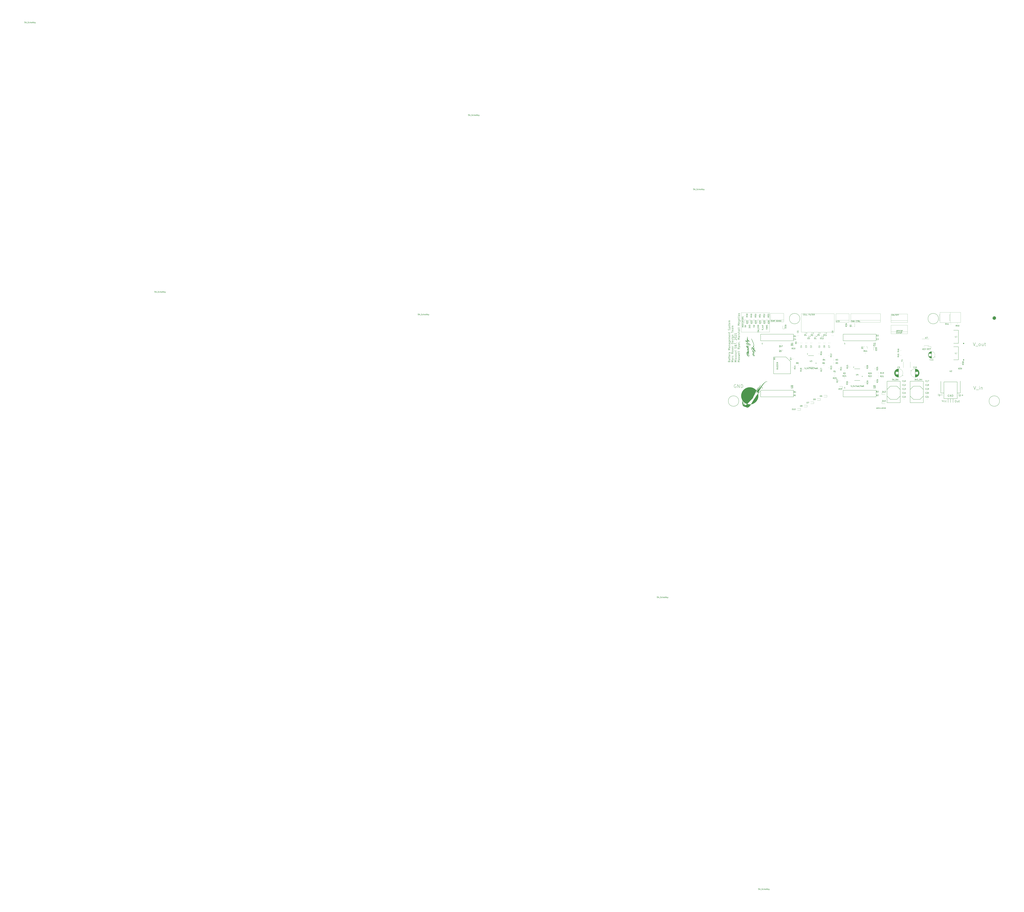
<source format=gbr>
%TF.GenerationSoftware,KiCad,Pcbnew,(5.1.6)-1*%
%TF.CreationDate,2020-11-25T13:54:42-06:00*%
%TF.ProjectId,BMS_2021_Rev1,424d535f-3230-4323-915f-526576312e6b,rev?*%
%TF.SameCoordinates,Original*%
%TF.FileFunction,Legend,Top*%
%TF.FilePolarity,Positive*%
%FSLAX46Y46*%
G04 Gerber Fmt 4.6, Leading zero omitted, Abs format (unit mm)*
G04 Created by KiCad (PCBNEW (5.1.6)-1) date 2020-11-25 13:54:42*
%MOMM*%
%LPD*%
G01*
G04 APERTURE LIST*
%ADD10C,0.120000*%
%ADD11C,0.150000*%
%ADD12C,0.010000*%
%ADD13C,0.152400*%
%ADD14C,0.127000*%
%ADD15C,0.200000*%
%ADD16C,0.015000*%
G04 APERTURE END LIST*
D10*
X92710000Y-40894000D02*
X118110000Y-40894000D01*
X199009000Y-32004000D02*
X199517000Y-32004000D01*
X199009000Y-27432000D02*
X199009000Y-32004000D01*
X199517000Y-27432000D02*
X199009000Y-27432000D01*
X206883000Y-27432000D02*
X207391000Y-27432000D01*
X206883000Y-32004000D02*
X206883000Y-27432000D01*
X207391000Y-32004000D02*
X206883000Y-32004000D01*
X207391000Y-33401000D02*
X207391000Y-32004000D01*
X207391000Y-25654000D02*
X207391000Y-33401000D01*
X199517000Y-25654000D02*
X215392000Y-25654000D01*
X199517000Y-33528000D02*
X199517000Y-25654000D01*
X215392000Y-33528000D02*
X199517000Y-33528000D01*
X215392000Y-25654000D02*
X215392000Y-33528000D01*
D11*
X42514761Y-81280000D02*
X42272857Y-81159047D01*
X41910000Y-81159047D01*
X41547142Y-81280000D01*
X41305238Y-81521904D01*
X41184285Y-81763809D01*
X41063333Y-82247619D01*
X41063333Y-82610476D01*
X41184285Y-83094285D01*
X41305238Y-83336190D01*
X41547142Y-83578095D01*
X41910000Y-83699047D01*
X42151904Y-83699047D01*
X42514761Y-83578095D01*
X42635714Y-83457142D01*
X42635714Y-82610476D01*
X42151904Y-82610476D01*
X43724285Y-83699047D02*
X43724285Y-81159047D01*
X45175714Y-83699047D01*
X45175714Y-81159047D01*
X46385238Y-83699047D02*
X46385238Y-81159047D01*
X46990000Y-81159047D01*
X47352857Y-81280000D01*
X47594761Y-81521904D01*
X47715714Y-81763809D01*
X47836666Y-82247619D01*
X47836666Y-82610476D01*
X47715714Y-83094285D01*
X47594761Y-83336190D01*
X47352857Y-83578095D01*
X46990000Y-83699047D01*
X46385238Y-83699047D01*
D10*
X161798000Y-40640000D02*
X174498000Y-40640000D01*
X161798000Y-32004000D02*
X174498000Y-32004000D01*
X130810000Y-31750000D02*
X153670000Y-31750000D01*
X119380000Y-31750000D02*
X129540000Y-31750000D01*
X69088000Y-31496000D02*
X79248000Y-31496000D01*
X79248000Y-33020000D02*
X79248000Y-26416000D01*
X69088000Y-33020000D02*
X79248000Y-33020000D01*
X69088000Y-26416000D02*
X69088000Y-33020000D01*
X79248000Y-26416000D02*
X69088000Y-26416000D01*
X174498000Y-35560000D02*
X161798000Y-35560000D01*
X174498000Y-42164000D02*
X174498000Y-35560000D01*
X161798000Y-42164000D02*
X174498000Y-42164000D01*
X161798000Y-35560000D02*
X161798000Y-42164000D01*
X161798000Y-33528000D02*
X161798000Y-26924000D01*
X174498000Y-33528000D02*
X161798000Y-33528000D01*
X174498000Y-26924000D02*
X174498000Y-33528000D01*
X161798000Y-26924000D02*
X174498000Y-26924000D01*
X153670000Y-26670000D02*
X130810000Y-26670000D01*
X153670000Y-33274000D02*
X153670000Y-26670000D01*
X130810000Y-33274000D02*
X153670000Y-33274000D01*
X130810000Y-26670000D02*
X130810000Y-33274000D01*
X119380000Y-33274000D02*
X119380000Y-26670000D01*
X129540000Y-33274000D02*
X119380000Y-33274000D01*
X129540000Y-26670000D02*
X129540000Y-33274000D01*
X119380000Y-26670000D02*
X129540000Y-26670000D01*
X92710000Y-26670000D02*
X92710000Y-40894000D01*
X118110000Y-26670000D02*
X92710000Y-26670000D01*
X118110000Y-40894000D02*
X118110000Y-26670000D01*
D11*
X225412904Y-82556047D02*
X226259571Y-85096047D01*
X227106238Y-82556047D01*
X227348142Y-85337952D02*
X229283380Y-85337952D01*
X229888142Y-85096047D02*
X229888142Y-83402714D01*
X229888142Y-82556047D02*
X229767190Y-82677000D01*
X229888142Y-82797952D01*
X230009095Y-82677000D01*
X229888142Y-82556047D01*
X229888142Y-82797952D01*
X231097666Y-83402714D02*
X231097666Y-85096047D01*
X231097666Y-83644619D02*
X231218619Y-83523666D01*
X231460523Y-83402714D01*
X231823380Y-83402714D01*
X232065285Y-83523666D01*
X232186238Y-83765571D01*
X232186238Y-85096047D01*
X225031904Y-48901047D02*
X225878571Y-51441047D01*
X226725238Y-48901047D01*
X226967142Y-51682952D02*
X228902380Y-51682952D01*
X229870000Y-51441047D02*
X229628095Y-51320095D01*
X229507142Y-51199142D01*
X229386190Y-50957238D01*
X229386190Y-50231523D01*
X229507142Y-49989619D01*
X229628095Y-49868666D01*
X229870000Y-49747714D01*
X230232857Y-49747714D01*
X230474761Y-49868666D01*
X230595714Y-49989619D01*
X230716666Y-50231523D01*
X230716666Y-50957238D01*
X230595714Y-51199142D01*
X230474761Y-51320095D01*
X230232857Y-51441047D01*
X229870000Y-51441047D01*
X232893809Y-49747714D02*
X232893809Y-51441047D01*
X231805238Y-49747714D02*
X231805238Y-51078190D01*
X231926190Y-51320095D01*
X232168095Y-51441047D01*
X232530952Y-51441047D01*
X232772857Y-51320095D01*
X232893809Y-51199142D01*
X233740476Y-49747714D02*
X234708095Y-49747714D01*
X234103333Y-48901047D02*
X234103333Y-51078190D01*
X234224285Y-51320095D01*
X234466190Y-51441047D01*
X234708095Y-51441047D01*
X162576190Y-27138380D02*
X162766666Y-27138380D01*
X162861904Y-27186000D01*
X162957142Y-27281238D01*
X163004761Y-27471714D01*
X163004761Y-27805047D01*
X162957142Y-27995523D01*
X162861904Y-28090761D01*
X162766666Y-28138380D01*
X162576190Y-28138380D01*
X162480952Y-28090761D01*
X162385714Y-27995523D01*
X162338095Y-27805047D01*
X162338095Y-27471714D01*
X162385714Y-27281238D01*
X162480952Y-27186000D01*
X162576190Y-27138380D01*
X163433333Y-28138380D02*
X163433333Y-27138380D01*
X164004761Y-28138380D01*
X164004761Y-27138380D01*
X165195238Y-27090761D02*
X164338095Y-28376476D01*
X165719047Y-27138380D02*
X165909523Y-27138380D01*
X166004761Y-27186000D01*
X166100000Y-27281238D01*
X166147619Y-27471714D01*
X166147619Y-27805047D01*
X166100000Y-27995523D01*
X166004761Y-28090761D01*
X165909523Y-28138380D01*
X165719047Y-28138380D01*
X165623809Y-28090761D01*
X165528571Y-27995523D01*
X165480952Y-27805047D01*
X165480952Y-27471714D01*
X165528571Y-27281238D01*
X165623809Y-27186000D01*
X165719047Y-27138380D01*
X166909523Y-27614571D02*
X166576190Y-27614571D01*
X166576190Y-28138380D02*
X166576190Y-27138380D01*
X167052380Y-27138380D01*
X167766666Y-27614571D02*
X167433333Y-27614571D01*
X167433333Y-28138380D02*
X167433333Y-27138380D01*
X167909523Y-27138380D01*
X166052761Y-41330571D02*
X166386095Y-41330571D01*
X166528952Y-41854380D02*
X166052761Y-41854380D01*
X166052761Y-40854380D01*
X166528952Y-40854380D01*
X166909904Y-41806761D02*
X167052761Y-41854380D01*
X167290857Y-41854380D01*
X167386095Y-41806761D01*
X167433714Y-41759142D01*
X167481333Y-41663904D01*
X167481333Y-41568666D01*
X167433714Y-41473428D01*
X167386095Y-41425809D01*
X167290857Y-41378190D01*
X167100380Y-41330571D01*
X167005142Y-41282952D01*
X166957523Y-41235333D01*
X166909904Y-41140095D01*
X166909904Y-41044857D01*
X166957523Y-40949619D01*
X167005142Y-40902000D01*
X167100380Y-40854380D01*
X167338476Y-40854380D01*
X167481333Y-40902000D01*
X167767047Y-40854380D02*
X168338476Y-40854380D01*
X168052761Y-41854380D02*
X168052761Y-40854380D01*
X168862285Y-40854380D02*
X169052761Y-40854380D01*
X169148000Y-40902000D01*
X169243238Y-40997238D01*
X169290857Y-41187714D01*
X169290857Y-41521047D01*
X169243238Y-41711523D01*
X169148000Y-41806761D01*
X169052761Y-41854380D01*
X168862285Y-41854380D01*
X168767047Y-41806761D01*
X168671809Y-41711523D01*
X168624190Y-41521047D01*
X168624190Y-41187714D01*
X168671809Y-40997238D01*
X168767047Y-40902000D01*
X168862285Y-40854380D01*
X169719428Y-41854380D02*
X169719428Y-40854380D01*
X170100380Y-40854380D01*
X170195619Y-40902000D01*
X170243238Y-40949619D01*
X170290857Y-41044857D01*
X170290857Y-41187714D01*
X170243238Y-41282952D01*
X170195619Y-41330571D01*
X170100380Y-41378190D01*
X169719428Y-41378190D01*
X131643809Y-32440571D02*
X131310476Y-32440571D01*
X131310476Y-32964380D02*
X131310476Y-31964380D01*
X131786666Y-31964380D01*
X132120000Y-32678666D02*
X132596190Y-32678666D01*
X132024761Y-32964380D02*
X132358095Y-31964380D01*
X132691428Y-32964380D01*
X133024761Y-32964380D02*
X133024761Y-31964380D01*
X133596190Y-32964380D01*
X133596190Y-31964380D01*
X135405714Y-32869142D02*
X135358095Y-32916761D01*
X135215238Y-32964380D01*
X135120000Y-32964380D01*
X134977142Y-32916761D01*
X134881904Y-32821523D01*
X134834285Y-32726285D01*
X134786666Y-32535809D01*
X134786666Y-32392952D01*
X134834285Y-32202476D01*
X134881904Y-32107238D01*
X134977142Y-32012000D01*
X135120000Y-31964380D01*
X135215238Y-31964380D01*
X135358095Y-32012000D01*
X135405714Y-32059619D01*
X135691428Y-31964380D02*
X136262857Y-31964380D01*
X135977142Y-32964380D02*
X135977142Y-31964380D01*
X137167619Y-32964380D02*
X136834285Y-32488190D01*
X136596190Y-32964380D02*
X136596190Y-31964380D01*
X136977142Y-31964380D01*
X137072380Y-32012000D01*
X137120000Y-32059619D01*
X137167619Y-32154857D01*
X137167619Y-32297714D01*
X137120000Y-32392952D01*
X137072380Y-32440571D01*
X136977142Y-32488190D01*
X136596190Y-32488190D01*
X138072380Y-32964380D02*
X137596190Y-32964380D01*
X137596190Y-31964380D01*
X120213523Y-32964380D02*
X119737333Y-32964380D01*
X119737333Y-31964380D01*
X121118285Y-32869142D02*
X121070666Y-32916761D01*
X120927809Y-32964380D01*
X120832571Y-32964380D01*
X120689714Y-32916761D01*
X120594476Y-32821523D01*
X120546857Y-32726285D01*
X120499238Y-32535809D01*
X120499238Y-32392952D01*
X120546857Y-32202476D01*
X120594476Y-32107238D01*
X120689714Y-32012000D01*
X120832571Y-31964380D01*
X120927809Y-31964380D01*
X121070666Y-32012000D01*
X121118285Y-32059619D01*
X121546857Y-32964380D02*
X121546857Y-31964380D01*
X121784952Y-31964380D01*
X121927809Y-32012000D01*
X122023047Y-32107238D01*
X122070666Y-32202476D01*
X122118285Y-32392952D01*
X122118285Y-32535809D01*
X122070666Y-32726285D01*
X122023047Y-32821523D01*
X121927809Y-32916761D01*
X121784952Y-32964380D01*
X121546857Y-32964380D01*
X94813904Y-27789142D02*
X94766285Y-27836761D01*
X94623428Y-27884380D01*
X94528190Y-27884380D01*
X94385333Y-27836761D01*
X94290095Y-27741523D01*
X94242476Y-27646285D01*
X94194857Y-27455809D01*
X94194857Y-27312952D01*
X94242476Y-27122476D01*
X94290095Y-27027238D01*
X94385333Y-26932000D01*
X94528190Y-26884380D01*
X94623428Y-26884380D01*
X94766285Y-26932000D01*
X94813904Y-26979619D01*
X95242476Y-27360571D02*
X95575809Y-27360571D01*
X95718666Y-27884380D02*
X95242476Y-27884380D01*
X95242476Y-26884380D01*
X95718666Y-26884380D01*
X96623428Y-27884380D02*
X96147238Y-27884380D01*
X96147238Y-26884380D01*
X97432952Y-27884380D02*
X96956761Y-27884380D01*
X96956761Y-26884380D01*
X98861523Y-27360571D02*
X98528190Y-27360571D01*
X98528190Y-27884380D02*
X98528190Y-26884380D01*
X99004380Y-26884380D01*
X99385333Y-27884380D02*
X99385333Y-26884380D01*
X100337714Y-27884380D02*
X99861523Y-27884380D01*
X99861523Y-26884380D01*
X100528190Y-26884380D02*
X101099619Y-26884380D01*
X100813904Y-27884380D02*
X100813904Y-26884380D01*
X101432952Y-27360571D02*
X101766285Y-27360571D01*
X101909142Y-27884380D02*
X101432952Y-27884380D01*
X101432952Y-26884380D01*
X101909142Y-26884380D01*
X102909142Y-27884380D02*
X102575809Y-27408190D01*
X102337714Y-27884380D02*
X102337714Y-26884380D01*
X102718666Y-26884380D01*
X102813904Y-26932000D01*
X102861523Y-26979619D01*
X102909142Y-27074857D01*
X102909142Y-27217714D01*
X102861523Y-27312952D01*
X102813904Y-27360571D01*
X102718666Y-27408190D01*
X102337714Y-27408190D01*
X69342000Y-31771166D02*
X69850000Y-31771166D01*
X69596000Y-32660166D02*
X69596000Y-31771166D01*
X70146333Y-32194500D02*
X70442666Y-32194500D01*
X70569666Y-32660166D02*
X70146333Y-32660166D01*
X70146333Y-31771166D01*
X70569666Y-31771166D01*
X70950666Y-32660166D02*
X70950666Y-31771166D01*
X71247000Y-32406166D01*
X71543333Y-31771166D01*
X71543333Y-32660166D01*
X71966666Y-32660166D02*
X71966666Y-31771166D01*
X72305333Y-31771166D01*
X72390000Y-31813500D01*
X72432333Y-31855833D01*
X72474666Y-31940500D01*
X72474666Y-32067500D01*
X72432333Y-32152166D01*
X72390000Y-32194500D01*
X72305333Y-32236833D01*
X71966666Y-32236833D01*
X73490666Y-32617833D02*
X73617666Y-32660166D01*
X73829333Y-32660166D01*
X73914000Y-32617833D01*
X73956333Y-32575500D01*
X73998666Y-32490833D01*
X73998666Y-32406166D01*
X73956333Y-32321500D01*
X73914000Y-32279166D01*
X73829333Y-32236833D01*
X73660000Y-32194500D01*
X73575333Y-32152166D01*
X73533000Y-32109833D01*
X73490666Y-32025166D01*
X73490666Y-31940500D01*
X73533000Y-31855833D01*
X73575333Y-31813500D01*
X73660000Y-31771166D01*
X73871666Y-31771166D01*
X73998666Y-31813500D01*
X74379666Y-32194500D02*
X74676000Y-32194500D01*
X74803000Y-32660166D02*
X74379666Y-32660166D01*
X74379666Y-31771166D01*
X74803000Y-31771166D01*
X75184000Y-32660166D02*
X75184000Y-31771166D01*
X75692000Y-32660166D01*
X75692000Y-31771166D01*
X76073000Y-32617833D02*
X76200000Y-32660166D01*
X76411666Y-32660166D01*
X76496333Y-32617833D01*
X76538666Y-32575500D01*
X76581000Y-32490833D01*
X76581000Y-32406166D01*
X76538666Y-32321500D01*
X76496333Y-32279166D01*
X76411666Y-32236833D01*
X76242333Y-32194500D01*
X76157666Y-32152166D01*
X76115333Y-32109833D01*
X76073000Y-32025166D01*
X76073000Y-31940500D01*
X76115333Y-31855833D01*
X76157666Y-31813500D01*
X76242333Y-31771166D01*
X76454000Y-31771166D01*
X76581000Y-31813500D01*
X76962000Y-32194500D02*
X77258333Y-32194500D01*
X77385333Y-32660166D02*
X76962000Y-32660166D01*
X76962000Y-31771166D01*
X77385333Y-31771166D01*
X37258142Y-63293642D02*
X37330714Y-63075928D01*
X37403285Y-63003357D01*
X37548428Y-62930785D01*
X37766142Y-62930785D01*
X37911285Y-63003357D01*
X37983857Y-63075928D01*
X38056428Y-63221071D01*
X38056428Y-63801642D01*
X36532428Y-63801642D01*
X36532428Y-63293642D01*
X36605000Y-63148500D01*
X36677571Y-63075928D01*
X36822714Y-63003357D01*
X36967857Y-63003357D01*
X37113000Y-63075928D01*
X37185571Y-63148500D01*
X37258142Y-63293642D01*
X37258142Y-63801642D01*
X38056428Y-61624500D02*
X37258142Y-61624500D01*
X37113000Y-61697071D01*
X37040428Y-61842214D01*
X37040428Y-62132500D01*
X37113000Y-62277642D01*
X37983857Y-61624500D02*
X38056428Y-61769642D01*
X38056428Y-62132500D01*
X37983857Y-62277642D01*
X37838714Y-62350214D01*
X37693571Y-62350214D01*
X37548428Y-62277642D01*
X37475857Y-62132500D01*
X37475857Y-61769642D01*
X37403285Y-61624500D01*
X37040428Y-61116500D02*
X37040428Y-60535928D01*
X36532428Y-60898785D02*
X37838714Y-60898785D01*
X37983857Y-60826214D01*
X38056428Y-60681071D01*
X38056428Y-60535928D01*
X37040428Y-60245642D02*
X37040428Y-59665071D01*
X36532428Y-60027928D02*
X37838714Y-60027928D01*
X37983857Y-59955357D01*
X38056428Y-59810214D01*
X38056428Y-59665071D01*
X37983857Y-58576500D02*
X38056428Y-58721642D01*
X38056428Y-59011928D01*
X37983857Y-59157071D01*
X37838714Y-59229642D01*
X37258142Y-59229642D01*
X37113000Y-59157071D01*
X37040428Y-59011928D01*
X37040428Y-58721642D01*
X37113000Y-58576500D01*
X37258142Y-58503928D01*
X37403285Y-58503928D01*
X37548428Y-59229642D01*
X38056428Y-57850785D02*
X37040428Y-57850785D01*
X37330714Y-57850785D02*
X37185571Y-57778214D01*
X37113000Y-57705642D01*
X37040428Y-57560500D01*
X37040428Y-57415357D01*
X37040428Y-57052500D02*
X38056428Y-56689642D01*
X37040428Y-56326785D02*
X38056428Y-56689642D01*
X38419285Y-56834785D01*
X38491857Y-56907357D01*
X38564428Y-57052500D01*
X38056428Y-54585071D02*
X36532428Y-54585071D01*
X37621000Y-54077071D01*
X36532428Y-53569071D01*
X38056428Y-53569071D01*
X38056428Y-52190214D02*
X37258142Y-52190214D01*
X37113000Y-52262785D01*
X37040428Y-52407928D01*
X37040428Y-52698214D01*
X37113000Y-52843357D01*
X37983857Y-52190214D02*
X38056428Y-52335357D01*
X38056428Y-52698214D01*
X37983857Y-52843357D01*
X37838714Y-52915928D01*
X37693571Y-52915928D01*
X37548428Y-52843357D01*
X37475857Y-52698214D01*
X37475857Y-52335357D01*
X37403285Y-52190214D01*
X37040428Y-51464500D02*
X38056428Y-51464500D01*
X37185571Y-51464500D02*
X37113000Y-51391928D01*
X37040428Y-51246785D01*
X37040428Y-51029071D01*
X37113000Y-50883928D01*
X37258142Y-50811357D01*
X38056428Y-50811357D01*
X38056428Y-49432500D02*
X37258142Y-49432500D01*
X37113000Y-49505071D01*
X37040428Y-49650214D01*
X37040428Y-49940500D01*
X37113000Y-50085642D01*
X37983857Y-49432500D02*
X38056428Y-49577642D01*
X38056428Y-49940500D01*
X37983857Y-50085642D01*
X37838714Y-50158214D01*
X37693571Y-50158214D01*
X37548428Y-50085642D01*
X37475857Y-49940500D01*
X37475857Y-49577642D01*
X37403285Y-49432500D01*
X37040428Y-48053642D02*
X38274142Y-48053642D01*
X38419285Y-48126214D01*
X38491857Y-48198785D01*
X38564428Y-48343928D01*
X38564428Y-48561642D01*
X38491857Y-48706785D01*
X37983857Y-48053642D02*
X38056428Y-48198785D01*
X38056428Y-48489071D01*
X37983857Y-48634214D01*
X37911285Y-48706785D01*
X37766142Y-48779357D01*
X37330714Y-48779357D01*
X37185571Y-48706785D01*
X37113000Y-48634214D01*
X37040428Y-48489071D01*
X37040428Y-48198785D01*
X37113000Y-48053642D01*
X37983857Y-46747357D02*
X38056428Y-46892500D01*
X38056428Y-47182785D01*
X37983857Y-47327928D01*
X37838714Y-47400500D01*
X37258142Y-47400500D01*
X37113000Y-47327928D01*
X37040428Y-47182785D01*
X37040428Y-46892500D01*
X37113000Y-46747357D01*
X37258142Y-46674785D01*
X37403285Y-46674785D01*
X37548428Y-47400500D01*
X38056428Y-46021642D02*
X37040428Y-46021642D01*
X37185571Y-46021642D02*
X37113000Y-45949071D01*
X37040428Y-45803928D01*
X37040428Y-45586214D01*
X37113000Y-45441071D01*
X37258142Y-45368500D01*
X38056428Y-45368500D01*
X37258142Y-45368500D02*
X37113000Y-45295928D01*
X37040428Y-45150785D01*
X37040428Y-44933071D01*
X37113000Y-44787928D01*
X37258142Y-44715357D01*
X38056428Y-44715357D01*
X37983857Y-43409071D02*
X38056428Y-43554214D01*
X38056428Y-43844500D01*
X37983857Y-43989642D01*
X37838714Y-44062214D01*
X37258142Y-44062214D01*
X37113000Y-43989642D01*
X37040428Y-43844500D01*
X37040428Y-43554214D01*
X37113000Y-43409071D01*
X37258142Y-43336500D01*
X37403285Y-43336500D01*
X37548428Y-44062214D01*
X37040428Y-42683357D02*
X38056428Y-42683357D01*
X37185571Y-42683357D02*
X37113000Y-42610785D01*
X37040428Y-42465642D01*
X37040428Y-42247928D01*
X37113000Y-42102785D01*
X37258142Y-42030214D01*
X38056428Y-42030214D01*
X37040428Y-41522214D02*
X37040428Y-40941642D01*
X36532428Y-41304500D02*
X37838714Y-41304500D01*
X37983857Y-41231928D01*
X38056428Y-41086785D01*
X38056428Y-40941642D01*
X37983857Y-39345071D02*
X38056428Y-39127357D01*
X38056428Y-38764500D01*
X37983857Y-38619357D01*
X37911285Y-38546785D01*
X37766142Y-38474214D01*
X37621000Y-38474214D01*
X37475857Y-38546785D01*
X37403285Y-38619357D01*
X37330714Y-38764500D01*
X37258142Y-39054785D01*
X37185571Y-39199928D01*
X37113000Y-39272500D01*
X36967857Y-39345071D01*
X36822714Y-39345071D01*
X36677571Y-39272500D01*
X36605000Y-39199928D01*
X36532428Y-39054785D01*
X36532428Y-38691928D01*
X36605000Y-38474214D01*
X37040428Y-37966214D02*
X38056428Y-37603357D01*
X37040428Y-37240500D02*
X38056428Y-37603357D01*
X38419285Y-37748500D01*
X38491857Y-37821071D01*
X38564428Y-37966214D01*
X37983857Y-36732500D02*
X38056428Y-36587357D01*
X38056428Y-36297071D01*
X37983857Y-36151928D01*
X37838714Y-36079357D01*
X37766142Y-36079357D01*
X37621000Y-36151928D01*
X37548428Y-36297071D01*
X37548428Y-36514785D01*
X37475857Y-36659928D01*
X37330714Y-36732500D01*
X37258142Y-36732500D01*
X37113000Y-36659928D01*
X37040428Y-36514785D01*
X37040428Y-36297071D01*
X37113000Y-36151928D01*
X37040428Y-35643928D02*
X37040428Y-35063357D01*
X36532428Y-35426214D02*
X37838714Y-35426214D01*
X37983857Y-35353642D01*
X38056428Y-35208500D01*
X38056428Y-35063357D01*
X37983857Y-33974785D02*
X38056428Y-34119928D01*
X38056428Y-34410214D01*
X37983857Y-34555357D01*
X37838714Y-34627928D01*
X37258142Y-34627928D01*
X37113000Y-34555357D01*
X37040428Y-34410214D01*
X37040428Y-34119928D01*
X37113000Y-33974785D01*
X37258142Y-33902214D01*
X37403285Y-33902214D01*
X37548428Y-34627928D01*
X38056428Y-33249071D02*
X37040428Y-33249071D01*
X37185571Y-33249071D02*
X37113000Y-33176500D01*
X37040428Y-33031357D01*
X37040428Y-32813642D01*
X37113000Y-32668500D01*
X37258142Y-32595928D01*
X38056428Y-32595928D01*
X37258142Y-32595928D02*
X37113000Y-32523357D01*
X37040428Y-32378214D01*
X37040428Y-32160500D01*
X37113000Y-32015357D01*
X37258142Y-31942785D01*
X38056428Y-31942785D01*
X40492428Y-63801642D02*
X38968428Y-63801642D01*
X40057000Y-63293642D01*
X38968428Y-62785642D01*
X40492428Y-62785642D01*
X40492428Y-61406785D02*
X39694142Y-61406785D01*
X39549000Y-61479357D01*
X39476428Y-61624500D01*
X39476428Y-61914785D01*
X39549000Y-62059928D01*
X40419857Y-61406785D02*
X40492428Y-61551928D01*
X40492428Y-61914785D01*
X40419857Y-62059928D01*
X40274714Y-62132500D01*
X40129571Y-62132500D01*
X39984428Y-62059928D01*
X39911857Y-61914785D01*
X39911857Y-61551928D01*
X39839285Y-61406785D01*
X40492428Y-60681071D02*
X39476428Y-60681071D01*
X39766714Y-60681071D02*
X39621571Y-60608500D01*
X39549000Y-60535928D01*
X39476428Y-60390785D01*
X39476428Y-60245642D01*
X40419857Y-59810214D02*
X40492428Y-59665071D01*
X40492428Y-59374785D01*
X40419857Y-59229642D01*
X40274714Y-59157071D01*
X40202142Y-59157071D01*
X40057000Y-59229642D01*
X39984428Y-59374785D01*
X39984428Y-59592500D01*
X39911857Y-59737642D01*
X39766714Y-59810214D01*
X39694142Y-59810214D01*
X39549000Y-59737642D01*
X39476428Y-59592500D01*
X39476428Y-59374785D01*
X39549000Y-59229642D01*
X40492428Y-56471928D02*
X39766714Y-56979928D01*
X40492428Y-57342785D02*
X38968428Y-57342785D01*
X38968428Y-56762214D01*
X39041000Y-56617071D01*
X39113571Y-56544500D01*
X39258714Y-56471928D01*
X39476428Y-56471928D01*
X39621571Y-56544500D01*
X39694142Y-56617071D01*
X39766714Y-56762214D01*
X39766714Y-57342785D01*
X40492428Y-55601071D02*
X40419857Y-55746214D01*
X40347285Y-55818785D01*
X40202142Y-55891357D01*
X39766714Y-55891357D01*
X39621571Y-55818785D01*
X39549000Y-55746214D01*
X39476428Y-55601071D01*
X39476428Y-55383357D01*
X39549000Y-55238214D01*
X39621571Y-55165642D01*
X39766714Y-55093071D01*
X40202142Y-55093071D01*
X40347285Y-55165642D01*
X40419857Y-55238214D01*
X40492428Y-55383357D01*
X40492428Y-55601071D01*
X39476428Y-54585071D02*
X40492428Y-54222214D01*
X39476428Y-53859357D01*
X40419857Y-52698214D02*
X40492428Y-52843357D01*
X40492428Y-53133642D01*
X40419857Y-53278785D01*
X40274714Y-53351357D01*
X39694142Y-53351357D01*
X39549000Y-53278785D01*
X39476428Y-53133642D01*
X39476428Y-52843357D01*
X39549000Y-52698214D01*
X39694142Y-52625642D01*
X39839285Y-52625642D01*
X39984428Y-53351357D01*
X40492428Y-51972500D02*
X39476428Y-51972500D01*
X39766714Y-51972500D02*
X39621571Y-51899928D01*
X39549000Y-51827357D01*
X39476428Y-51682214D01*
X39476428Y-51537071D01*
X40492428Y-49867928D02*
X38968428Y-49867928D01*
X38968428Y-49505071D01*
X39041000Y-49287357D01*
X39186142Y-49142214D01*
X39331285Y-49069642D01*
X39621571Y-48997071D01*
X39839285Y-48997071D01*
X40129571Y-49069642D01*
X40274714Y-49142214D01*
X40419857Y-49287357D01*
X40492428Y-49505071D01*
X40492428Y-49867928D01*
X40419857Y-47763357D02*
X40492428Y-47908500D01*
X40492428Y-48198785D01*
X40419857Y-48343928D01*
X40274714Y-48416500D01*
X39694142Y-48416500D01*
X39549000Y-48343928D01*
X39476428Y-48198785D01*
X39476428Y-47908500D01*
X39549000Y-47763357D01*
X39694142Y-47690785D01*
X39839285Y-47690785D01*
X39984428Y-48416500D01*
X40419857Y-47110214D02*
X40492428Y-46965071D01*
X40492428Y-46674785D01*
X40419857Y-46529642D01*
X40274714Y-46457071D01*
X40202142Y-46457071D01*
X40057000Y-46529642D01*
X39984428Y-46674785D01*
X39984428Y-46892500D01*
X39911857Y-47037642D01*
X39766714Y-47110214D01*
X39694142Y-47110214D01*
X39549000Y-47037642D01*
X39476428Y-46892500D01*
X39476428Y-46674785D01*
X39549000Y-46529642D01*
X40492428Y-45803928D02*
X39476428Y-45803928D01*
X38968428Y-45803928D02*
X39041000Y-45876500D01*
X39113571Y-45803928D01*
X39041000Y-45731357D01*
X38968428Y-45803928D01*
X39113571Y-45803928D01*
X39476428Y-44425071D02*
X40710142Y-44425071D01*
X40855285Y-44497642D01*
X40927857Y-44570214D01*
X41000428Y-44715357D01*
X41000428Y-44933071D01*
X40927857Y-45078214D01*
X40419857Y-44425071D02*
X40492428Y-44570214D01*
X40492428Y-44860500D01*
X40419857Y-45005642D01*
X40347285Y-45078214D01*
X40202142Y-45150785D01*
X39766714Y-45150785D01*
X39621571Y-45078214D01*
X39549000Y-45005642D01*
X39476428Y-44860500D01*
X39476428Y-44570214D01*
X39549000Y-44425071D01*
X39476428Y-43699357D02*
X40492428Y-43699357D01*
X39621571Y-43699357D02*
X39549000Y-43626785D01*
X39476428Y-43481642D01*
X39476428Y-43263928D01*
X39549000Y-43118785D01*
X39694142Y-43046214D01*
X40492428Y-43046214D01*
X38968428Y-41377071D02*
X38968428Y-40506214D01*
X40492428Y-40941642D02*
X38968428Y-40941642D01*
X40419857Y-39417642D02*
X40492428Y-39562785D01*
X40492428Y-39853071D01*
X40419857Y-39998214D01*
X40274714Y-40070785D01*
X39694142Y-40070785D01*
X39549000Y-39998214D01*
X39476428Y-39853071D01*
X39476428Y-39562785D01*
X39549000Y-39417642D01*
X39694142Y-39345071D01*
X39839285Y-39345071D01*
X39984428Y-40070785D01*
X40492428Y-38038785D02*
X39694142Y-38038785D01*
X39549000Y-38111357D01*
X39476428Y-38256500D01*
X39476428Y-38546785D01*
X39549000Y-38691928D01*
X40419857Y-38038785D02*
X40492428Y-38183928D01*
X40492428Y-38546785D01*
X40419857Y-38691928D01*
X40274714Y-38764500D01*
X40129571Y-38764500D01*
X39984428Y-38691928D01*
X39911857Y-38546785D01*
X39911857Y-38183928D01*
X39839285Y-38038785D01*
X40492428Y-37313071D02*
X39476428Y-37313071D01*
X39621571Y-37313071D02*
X39549000Y-37240500D01*
X39476428Y-37095357D01*
X39476428Y-36877642D01*
X39549000Y-36732500D01*
X39694142Y-36659928D01*
X40492428Y-36659928D01*
X39694142Y-36659928D02*
X39549000Y-36587357D01*
X39476428Y-36442214D01*
X39476428Y-36224500D01*
X39549000Y-36079357D01*
X39694142Y-36006785D01*
X40492428Y-36006785D01*
X42928428Y-63801642D02*
X41404428Y-63801642D01*
X42493000Y-63293642D01*
X41404428Y-62785642D01*
X42928428Y-62785642D01*
X42928428Y-62059928D02*
X41912428Y-62059928D01*
X41404428Y-62059928D02*
X41477000Y-62132500D01*
X41549571Y-62059928D01*
X41477000Y-61987357D01*
X41404428Y-62059928D01*
X41549571Y-62059928D01*
X42855857Y-61406785D02*
X42928428Y-61261642D01*
X42928428Y-60971357D01*
X42855857Y-60826214D01*
X42710714Y-60753642D01*
X42638142Y-60753642D01*
X42493000Y-60826214D01*
X42420428Y-60971357D01*
X42420428Y-61189071D01*
X42347857Y-61334214D01*
X42202714Y-61406785D01*
X42130142Y-61406785D01*
X41985000Y-61334214D01*
X41912428Y-61189071D01*
X41912428Y-60971357D01*
X41985000Y-60826214D01*
X42855857Y-60173071D02*
X42928428Y-60027928D01*
X42928428Y-59737642D01*
X42855857Y-59592500D01*
X42710714Y-59519928D01*
X42638142Y-59519928D01*
X42493000Y-59592500D01*
X42420428Y-59737642D01*
X42420428Y-59955357D01*
X42347857Y-60100500D01*
X42202714Y-60173071D01*
X42130142Y-60173071D01*
X41985000Y-60100500D01*
X41912428Y-59955357D01*
X41912428Y-59737642D01*
X41985000Y-59592500D01*
X42928428Y-58649071D02*
X42855857Y-58794214D01*
X42783285Y-58866785D01*
X42638142Y-58939357D01*
X42202714Y-58939357D01*
X42057571Y-58866785D01*
X41985000Y-58794214D01*
X41912428Y-58649071D01*
X41912428Y-58431357D01*
X41985000Y-58286214D01*
X42057571Y-58213642D01*
X42202714Y-58141071D01*
X42638142Y-58141071D01*
X42783285Y-58213642D01*
X42855857Y-58286214D01*
X42928428Y-58431357D01*
X42928428Y-58649071D01*
X41912428Y-56834785D02*
X42928428Y-56834785D01*
X41912428Y-57487928D02*
X42710714Y-57487928D01*
X42855857Y-57415357D01*
X42928428Y-57270214D01*
X42928428Y-57052500D01*
X42855857Y-56907357D01*
X42783285Y-56834785D01*
X42928428Y-56109071D02*
X41912428Y-56109071D01*
X42202714Y-56109071D02*
X42057571Y-56036500D01*
X41985000Y-55963928D01*
X41912428Y-55818785D01*
X41912428Y-55673642D01*
X42928428Y-55165642D02*
X41912428Y-55165642D01*
X41404428Y-55165642D02*
X41477000Y-55238214D01*
X41549571Y-55165642D01*
X41477000Y-55093071D01*
X41404428Y-55165642D01*
X41549571Y-55165642D01*
X42855857Y-53351357D02*
X42928428Y-53133642D01*
X42928428Y-52770785D01*
X42855857Y-52625642D01*
X42783285Y-52553071D01*
X42638142Y-52480500D01*
X42493000Y-52480500D01*
X42347857Y-52553071D01*
X42275285Y-52625642D01*
X42202714Y-52770785D01*
X42130142Y-53061071D01*
X42057571Y-53206214D01*
X41985000Y-53278785D01*
X41839857Y-53351357D01*
X41694714Y-53351357D01*
X41549571Y-53278785D01*
X41477000Y-53206214D01*
X41404428Y-53061071D01*
X41404428Y-52698214D01*
X41477000Y-52480500D01*
X42928428Y-50593642D02*
X42928428Y-50666214D01*
X42855857Y-50811357D01*
X42638142Y-51029071D01*
X42202714Y-51391928D01*
X41985000Y-51537071D01*
X41767285Y-51609642D01*
X41622142Y-51609642D01*
X41477000Y-51537071D01*
X41404428Y-51391928D01*
X41404428Y-51319357D01*
X41477000Y-51174214D01*
X41622142Y-51101642D01*
X41694714Y-51101642D01*
X41839857Y-51174214D01*
X41912428Y-51246785D01*
X42202714Y-51682214D01*
X42275285Y-51754785D01*
X42420428Y-51827357D01*
X42638142Y-51827357D01*
X42783285Y-51754785D01*
X42855857Y-51682214D01*
X42928428Y-51537071D01*
X42928428Y-51319357D01*
X42855857Y-51174214D01*
X42783285Y-51101642D01*
X42493000Y-50883928D01*
X42275285Y-50811357D01*
X42130142Y-50811357D01*
X41404428Y-50158214D02*
X41404428Y-49287357D01*
X42928428Y-49722785D02*
X41404428Y-49722785D01*
X42855857Y-48706785D02*
X42928428Y-48706785D01*
X43073571Y-48779357D01*
X43146142Y-48851928D01*
X41549571Y-46965071D02*
X41477000Y-46892500D01*
X41404428Y-46747357D01*
X41404428Y-46384500D01*
X41477000Y-46239357D01*
X41549571Y-46166785D01*
X41694714Y-46094214D01*
X41839857Y-46094214D01*
X42057571Y-46166785D01*
X42928428Y-47037642D01*
X42928428Y-46094214D01*
X41404428Y-45150785D02*
X41404428Y-45005642D01*
X41477000Y-44860500D01*
X41549571Y-44787928D01*
X41694714Y-44715357D01*
X41985000Y-44642785D01*
X42347857Y-44642785D01*
X42638142Y-44715357D01*
X42783285Y-44787928D01*
X42855857Y-44860500D01*
X42928428Y-45005642D01*
X42928428Y-45150785D01*
X42855857Y-45295928D01*
X42783285Y-45368500D01*
X42638142Y-45441071D01*
X42347857Y-45513642D01*
X41985000Y-45513642D01*
X41694714Y-45441071D01*
X41549571Y-45368500D01*
X41477000Y-45295928D01*
X41404428Y-45150785D01*
X41549571Y-44062214D02*
X41477000Y-43989642D01*
X41404428Y-43844500D01*
X41404428Y-43481642D01*
X41477000Y-43336500D01*
X41549571Y-43263928D01*
X41694714Y-43191357D01*
X41839857Y-43191357D01*
X42057571Y-43263928D01*
X42928428Y-44134785D01*
X42928428Y-43191357D01*
X42928428Y-41739928D02*
X42928428Y-42610785D01*
X42928428Y-42175357D02*
X41404428Y-42175357D01*
X41622142Y-42320500D01*
X41767285Y-42465642D01*
X41839857Y-42610785D01*
X45364428Y-63801642D02*
X43840428Y-63801642D01*
X44929000Y-63293642D01*
X43840428Y-62785642D01*
X45364428Y-62785642D01*
X45364428Y-61406785D02*
X44566142Y-61406785D01*
X44421000Y-61479357D01*
X44348428Y-61624500D01*
X44348428Y-61914785D01*
X44421000Y-62059928D01*
X45291857Y-61406785D02*
X45364428Y-61551928D01*
X45364428Y-61914785D01*
X45291857Y-62059928D01*
X45146714Y-62132500D01*
X45001571Y-62132500D01*
X44856428Y-62059928D01*
X44783857Y-61914785D01*
X44783857Y-61551928D01*
X44711285Y-61406785D01*
X45364428Y-60826214D02*
X44348428Y-60027928D01*
X44348428Y-60826214D02*
X45364428Y-60027928D01*
X44348428Y-59592500D02*
X45364428Y-59302214D01*
X44638714Y-59011928D01*
X45364428Y-58721642D01*
X44348428Y-58431357D01*
X45291857Y-57270214D02*
X45364428Y-57415357D01*
X45364428Y-57705642D01*
X45291857Y-57850785D01*
X45146714Y-57923357D01*
X44566142Y-57923357D01*
X44421000Y-57850785D01*
X44348428Y-57705642D01*
X44348428Y-57415357D01*
X44421000Y-57270214D01*
X44566142Y-57197642D01*
X44711285Y-57197642D01*
X44856428Y-57923357D01*
X45364428Y-56326785D02*
X45291857Y-56471928D01*
X45146714Y-56544500D01*
X43840428Y-56544500D01*
X45364428Y-55528500D02*
X45291857Y-55673642D01*
X45146714Y-55746214D01*
X43840428Y-55746214D01*
X45364428Y-52915928D02*
X44638714Y-53423928D01*
X45364428Y-53786785D02*
X43840428Y-53786785D01*
X43840428Y-53206214D01*
X43913000Y-53061071D01*
X43985571Y-52988500D01*
X44130714Y-52915928D01*
X44348428Y-52915928D01*
X44493571Y-52988500D01*
X44566142Y-53061071D01*
X44638714Y-53206214D01*
X44638714Y-53786785D01*
X44348428Y-52407928D02*
X45364428Y-52045071D01*
X44348428Y-51682214D02*
X45364428Y-52045071D01*
X45727285Y-52190214D01*
X45799857Y-52262785D01*
X45872428Y-52407928D01*
X45364428Y-50448500D02*
X44566142Y-50448500D01*
X44421000Y-50521071D01*
X44348428Y-50666214D01*
X44348428Y-50956500D01*
X44421000Y-51101642D01*
X45291857Y-50448500D02*
X45364428Y-50593642D01*
X45364428Y-50956500D01*
X45291857Y-51101642D01*
X45146714Y-51174214D01*
X45001571Y-51174214D01*
X44856428Y-51101642D01*
X44783857Y-50956500D01*
X44783857Y-50593642D01*
X44711285Y-50448500D01*
X44348428Y-49722785D02*
X45364428Y-49722785D01*
X44493571Y-49722785D02*
X44421000Y-49650214D01*
X44348428Y-49505071D01*
X44348428Y-49287357D01*
X44421000Y-49142214D01*
X44566142Y-49069642D01*
X45364428Y-49069642D01*
X45291857Y-48271357D02*
X45364428Y-48271357D01*
X45509571Y-48343928D01*
X45582142Y-48416500D01*
X45364428Y-46457071D02*
X43840428Y-46457071D01*
X44929000Y-45949071D01*
X43840428Y-45441071D01*
X45364428Y-45441071D01*
X45364428Y-44062214D02*
X44566142Y-44062214D01*
X44421000Y-44134785D01*
X44348428Y-44279928D01*
X44348428Y-44570214D01*
X44421000Y-44715357D01*
X45291857Y-44062214D02*
X45364428Y-44207357D01*
X45364428Y-44570214D01*
X45291857Y-44715357D01*
X45146714Y-44787928D01*
X45001571Y-44787928D01*
X44856428Y-44715357D01*
X44783857Y-44570214D01*
X44783857Y-44207357D01*
X44711285Y-44062214D01*
X45364428Y-43336500D02*
X44348428Y-43336500D01*
X44638714Y-43336500D02*
X44493571Y-43263928D01*
X44421000Y-43191357D01*
X44348428Y-43046214D01*
X44348428Y-42901071D01*
X45291857Y-42465642D02*
X45364428Y-42320500D01*
X45364428Y-42030214D01*
X45291857Y-41885071D01*
X45146714Y-41812500D01*
X45074142Y-41812500D01*
X44929000Y-41885071D01*
X44856428Y-42030214D01*
X44856428Y-42247928D01*
X44783857Y-42393071D01*
X44638714Y-42465642D01*
X44566142Y-42465642D01*
X44421000Y-42393071D01*
X44348428Y-42247928D01*
X44348428Y-42030214D01*
X44421000Y-41885071D01*
X45364428Y-41159357D02*
X43840428Y-41159357D01*
X45364428Y-40506214D02*
X44566142Y-40506214D01*
X44421000Y-40578785D01*
X44348428Y-40723928D01*
X44348428Y-40941642D01*
X44421000Y-41086785D01*
X44493571Y-41159357D01*
X45364428Y-39127357D02*
X44566142Y-39127357D01*
X44421000Y-39199928D01*
X44348428Y-39345071D01*
X44348428Y-39635357D01*
X44421000Y-39780500D01*
X45291857Y-39127357D02*
X45364428Y-39272500D01*
X45364428Y-39635357D01*
X45291857Y-39780500D01*
X45146714Y-39853071D01*
X45001571Y-39853071D01*
X44856428Y-39780500D01*
X44783857Y-39635357D01*
X44783857Y-39272500D01*
X44711285Y-39127357D01*
X45364428Y-38183928D02*
X45291857Y-38329071D01*
X45146714Y-38401642D01*
X43840428Y-38401642D01*
X45364428Y-37385642D02*
X45291857Y-37530785D01*
X45146714Y-37603357D01*
X43840428Y-37603357D01*
X45364428Y-35643928D02*
X43840428Y-35643928D01*
X44929000Y-35135928D01*
X43840428Y-34627928D01*
X45364428Y-34627928D01*
X45291857Y-33321642D02*
X45364428Y-33466785D01*
X45364428Y-33757071D01*
X45291857Y-33902214D01*
X45146714Y-33974785D01*
X44566142Y-33974785D01*
X44421000Y-33902214D01*
X44348428Y-33757071D01*
X44348428Y-33466785D01*
X44421000Y-33321642D01*
X44566142Y-33249071D01*
X44711285Y-33249071D01*
X44856428Y-33974785D01*
X44348428Y-31942785D02*
X45582142Y-31942785D01*
X45727285Y-32015357D01*
X45799857Y-32087928D01*
X45872428Y-32233071D01*
X45872428Y-32450785D01*
X45799857Y-32595928D01*
X45291857Y-31942785D02*
X45364428Y-32087928D01*
X45364428Y-32378214D01*
X45291857Y-32523357D01*
X45219285Y-32595928D01*
X45074142Y-32668500D01*
X44638714Y-32668500D01*
X44493571Y-32595928D01*
X44421000Y-32523357D01*
X44348428Y-32378214D01*
X44348428Y-32087928D01*
X44421000Y-31942785D01*
X45291857Y-30636500D02*
X45364428Y-30781642D01*
X45364428Y-31071928D01*
X45291857Y-31217071D01*
X45146714Y-31289642D01*
X44566142Y-31289642D01*
X44421000Y-31217071D01*
X44348428Y-31071928D01*
X44348428Y-30781642D01*
X44421000Y-30636500D01*
X44566142Y-30563928D01*
X44711285Y-30563928D01*
X44856428Y-31289642D01*
X45364428Y-29693071D02*
X45291857Y-29838214D01*
X45146714Y-29910785D01*
X43840428Y-29910785D01*
X45364428Y-28894785D02*
X45291857Y-29039928D01*
X45146714Y-29112500D01*
X43840428Y-29112500D01*
X45364428Y-27661071D02*
X44566142Y-27661071D01*
X44421000Y-27733642D01*
X44348428Y-27878785D01*
X44348428Y-28169071D01*
X44421000Y-28314214D01*
X45291857Y-27661071D02*
X45364428Y-27806214D01*
X45364428Y-28169071D01*
X45291857Y-28314214D01*
X45146714Y-28386785D01*
X45001571Y-28386785D01*
X44856428Y-28314214D01*
X44783857Y-28169071D01*
X44783857Y-27806214D01*
X44711285Y-27661071D01*
X45291857Y-27007928D02*
X45364428Y-26862785D01*
X45364428Y-26572500D01*
X45291857Y-26427357D01*
X45146714Y-26354785D01*
X45074142Y-26354785D01*
X44929000Y-26427357D01*
X44856428Y-26572500D01*
X44856428Y-26790214D01*
X44783857Y-26935357D01*
X44638714Y-27007928D01*
X44566142Y-27007928D01*
X44421000Y-26935357D01*
X44348428Y-26790214D01*
X44348428Y-26572500D01*
X44421000Y-26427357D01*
X166544857Y-39409714D02*
X166544857Y-40219238D01*
X166497238Y-40314476D01*
X166449619Y-40362095D01*
X166354380Y-40409714D01*
X166211523Y-40409714D01*
X166116285Y-40362095D01*
X166544857Y-40028761D02*
X166449619Y-40076380D01*
X166259142Y-40076380D01*
X166163904Y-40028761D01*
X166116285Y-39981142D01*
X166068666Y-39885904D01*
X166068666Y-39600190D01*
X166116285Y-39504952D01*
X166163904Y-39457333D01*
X166259142Y-39409714D01*
X166449619Y-39409714D01*
X166544857Y-39457333D01*
X167402000Y-40028761D02*
X167306761Y-40076380D01*
X167116285Y-40076380D01*
X167021047Y-40028761D01*
X166973428Y-39933523D01*
X166973428Y-39552571D01*
X167021047Y-39457333D01*
X167116285Y-39409714D01*
X167306761Y-39409714D01*
X167402000Y-39457333D01*
X167449619Y-39552571D01*
X167449619Y-39647809D01*
X166973428Y-39743047D01*
X168021047Y-40076380D02*
X167925809Y-40028761D01*
X167878190Y-39981142D01*
X167830571Y-39885904D01*
X167830571Y-39600190D01*
X167878190Y-39504952D01*
X167925809Y-39457333D01*
X168021047Y-39409714D01*
X168163904Y-39409714D01*
X168259142Y-39457333D01*
X168306761Y-39504952D01*
X168354380Y-39600190D01*
X168354380Y-39885904D01*
X168306761Y-39981142D01*
X168259142Y-40028761D01*
X168163904Y-40076380D01*
X168021047Y-40076380D01*
X168782952Y-40076380D02*
X168782952Y-39409714D01*
X168782952Y-39600190D02*
X168830571Y-39504952D01*
X168878190Y-39457333D01*
X168973428Y-39409714D01*
X169068666Y-39409714D01*
X169830571Y-39409714D02*
X169830571Y-40219238D01*
X169782952Y-40314476D01*
X169735333Y-40362095D01*
X169640095Y-40409714D01*
X169497238Y-40409714D01*
X169402000Y-40362095D01*
X169830571Y-40028761D02*
X169735333Y-40076380D01*
X169544857Y-40076380D01*
X169449619Y-40028761D01*
X169402000Y-39981142D01*
X169354380Y-39885904D01*
X169354380Y-39600190D01*
X169402000Y-39504952D01*
X169449619Y-39457333D01*
X169544857Y-39409714D01*
X169735333Y-39409714D01*
X169830571Y-39457333D01*
X170687714Y-40028761D02*
X170592476Y-40076380D01*
X170402000Y-40076380D01*
X170306761Y-40028761D01*
X170259142Y-39933523D01*
X170259142Y-39552571D01*
X170306761Y-39457333D01*
X170402000Y-39409714D01*
X170592476Y-39409714D01*
X170687714Y-39457333D01*
X170735333Y-39552571D01*
X170735333Y-39647809D01*
X170259142Y-39743047D01*
X150614866Y-99148700D02*
X150614866Y-99920100D01*
X150614866Y-99185433D02*
X150688333Y-99148700D01*
X150835266Y-99148700D01*
X150908733Y-99185433D01*
X150945466Y-99222166D01*
X150982200Y-99295633D01*
X150982200Y-99516033D01*
X150945466Y-99589500D01*
X150908733Y-99626233D01*
X150835266Y-99662966D01*
X150688333Y-99662966D01*
X150614866Y-99626233D01*
X151643400Y-99662966D02*
X151643400Y-99258900D01*
X151606666Y-99185433D01*
X151533200Y-99148700D01*
X151386266Y-99148700D01*
X151312800Y-99185433D01*
X151643400Y-99626233D02*
X151569933Y-99662966D01*
X151386266Y-99662966D01*
X151312800Y-99626233D01*
X151276066Y-99552766D01*
X151276066Y-99479300D01*
X151312800Y-99405833D01*
X151386266Y-99369100D01*
X151569933Y-99369100D01*
X151643400Y-99332366D01*
X152341333Y-99626233D02*
X152267866Y-99662966D01*
X152120933Y-99662966D01*
X152047466Y-99626233D01*
X152010733Y-99589500D01*
X151974000Y-99516033D01*
X151974000Y-99295633D01*
X152010733Y-99222166D01*
X152047466Y-99185433D01*
X152120933Y-99148700D01*
X152267866Y-99148700D01*
X152341333Y-99185433D01*
X152671933Y-99662966D02*
X152671933Y-98891566D01*
X152745400Y-99369100D02*
X152965800Y-99662966D01*
X152965800Y-99148700D02*
X152671933Y-99442566D01*
X153112733Y-99736433D02*
X153700466Y-99736433D01*
X153884133Y-99662966D02*
X153884133Y-99148700D01*
X153884133Y-98891566D02*
X153847400Y-98928300D01*
X153884133Y-98965033D01*
X153920866Y-98928300D01*
X153884133Y-98891566D01*
X153884133Y-98965033D01*
X154067800Y-99736433D02*
X154655533Y-99736433D01*
X154802466Y-99626233D02*
X154875933Y-99662966D01*
X155022866Y-99662966D01*
X155096333Y-99626233D01*
X155133066Y-99552766D01*
X155133066Y-99516033D01*
X155096333Y-99442566D01*
X155022866Y-99405833D01*
X154912666Y-99405833D01*
X154839200Y-99369100D01*
X154802466Y-99295633D01*
X154802466Y-99258900D01*
X154839200Y-99185433D01*
X154912666Y-99148700D01*
X155022866Y-99148700D01*
X155096333Y-99185433D01*
X155757533Y-99626233D02*
X155684066Y-99662966D01*
X155537133Y-99662966D01*
X155463666Y-99626233D01*
X155426933Y-99552766D01*
X155426933Y-99258900D01*
X155463666Y-99185433D01*
X155537133Y-99148700D01*
X155684066Y-99148700D01*
X155757533Y-99185433D01*
X155794266Y-99258900D01*
X155794266Y-99332366D01*
X155426933Y-99405833D01*
X156124866Y-99148700D02*
X156124866Y-99662966D01*
X156124866Y-99222166D02*
X156161600Y-99185433D01*
X156235066Y-99148700D01*
X156345266Y-99148700D01*
X156418733Y-99185433D01*
X156455466Y-99258900D01*
X156455466Y-99662966D01*
X156786066Y-99626233D02*
X156859533Y-99662966D01*
X157006466Y-99662966D01*
X157079933Y-99626233D01*
X157116666Y-99552766D01*
X157116666Y-99516033D01*
X157079933Y-99442566D01*
X157006466Y-99405833D01*
X156896266Y-99405833D01*
X156822800Y-99369100D01*
X156786066Y-99295633D01*
X156786066Y-99258900D01*
X156822800Y-99185433D01*
X156896266Y-99148700D01*
X157006466Y-99148700D01*
X157079933Y-99185433D01*
X157741133Y-99626233D02*
X157667666Y-99662966D01*
X157520733Y-99662966D01*
X157447266Y-99626233D01*
X157410533Y-99552766D01*
X157410533Y-99258900D01*
X157447266Y-99185433D01*
X157520733Y-99148700D01*
X157667666Y-99148700D01*
X157741133Y-99185433D01*
X157777866Y-99258900D01*
X157777866Y-99332366D01*
X157410533Y-99405833D01*
D10*
X46482000Y-40894000D02*
X48514000Y-40894000D01*
X48514000Y-25908000D02*
X46482000Y-25908000D01*
D11*
X48204380Y-37091428D02*
X47204380Y-37091428D01*
X48204380Y-36615238D02*
X47204380Y-36615238D01*
X48204380Y-36043809D01*
X47204380Y-36043809D01*
X48204380Y-35567619D02*
X47204380Y-35567619D01*
X47204380Y-35329523D01*
X47252000Y-35186666D01*
X47347238Y-35091428D01*
X47442476Y-35043809D01*
X47632952Y-34996190D01*
X47775809Y-34996190D01*
X47966285Y-35043809D01*
X48061523Y-35091428D01*
X48156761Y-35186666D01*
X48204380Y-35329523D01*
X48204380Y-35567619D01*
X48204380Y-34567619D02*
X47204380Y-34567619D01*
X48109142Y-33520000D02*
X48156761Y-33567619D01*
X48204380Y-33710476D01*
X48204380Y-33805714D01*
X48156761Y-33948571D01*
X48061523Y-34043809D01*
X47966285Y-34091428D01*
X47775809Y-34139047D01*
X47632952Y-34139047D01*
X47442476Y-34091428D01*
X47347238Y-34043809D01*
X47252000Y-33948571D01*
X47204380Y-33805714D01*
X47204380Y-33710476D01*
X47252000Y-33567619D01*
X47299619Y-33520000D01*
X47918666Y-33139047D02*
X47918666Y-32662857D01*
X48204380Y-33234285D02*
X47204380Y-32900952D01*
X48204380Y-32567619D01*
X47204380Y-32377142D02*
X47204380Y-31805714D01*
X48204380Y-32091428D02*
X47204380Y-32091428D01*
X47204380Y-31281904D02*
X47204380Y-31091428D01*
X47252000Y-30996190D01*
X47347238Y-30900952D01*
X47537714Y-30853333D01*
X47871047Y-30853333D01*
X48061523Y-30900952D01*
X48156761Y-30996190D01*
X48204380Y-31091428D01*
X48204380Y-31281904D01*
X48156761Y-31377142D01*
X48061523Y-31472380D01*
X47871047Y-31520000D01*
X47537714Y-31520000D01*
X47347238Y-31472380D01*
X47252000Y-31377142D01*
X47204380Y-31281904D01*
X48204380Y-29853333D02*
X47728190Y-30186666D01*
X48204380Y-30424761D02*
X47204380Y-30424761D01*
X47204380Y-30043809D01*
X47252000Y-29948571D01*
X47299619Y-29900952D01*
X47394857Y-29853333D01*
X47537714Y-29853333D01*
X47632952Y-29900952D01*
X47680571Y-29948571D01*
X47728190Y-30043809D01*
X47728190Y-30424761D01*
X48156761Y-29472380D02*
X48204380Y-29329523D01*
X48204380Y-29091428D01*
X48156761Y-28996190D01*
X48109142Y-28948571D01*
X48013904Y-28900952D01*
X47918666Y-28900952D01*
X47823428Y-28948571D01*
X47775809Y-28996190D01*
X47728190Y-29091428D01*
X47680571Y-29281904D01*
X47632952Y-29377142D01*
X47585333Y-29424761D01*
X47490095Y-29472380D01*
X47394857Y-29472380D01*
X47299619Y-29424761D01*
X47252000Y-29377142D01*
X47204380Y-29281904D01*
X47204380Y-29043809D01*
X47252000Y-28900952D01*
D10*
X68326000Y-25908000D02*
X68326000Y-40894000D01*
X48514000Y-40894000D02*
X68326000Y-40894000D01*
X46482000Y-25908000D02*
X46482000Y-40894000D01*
X68326000Y-25908000D02*
X48514000Y-25908000D01*
D11*
X66222571Y-38369714D02*
X66222571Y-38703047D01*
X66746380Y-38703047D02*
X65746380Y-38703047D01*
X65746380Y-38226857D01*
X66460666Y-37893523D02*
X66460666Y-37417333D01*
X66746380Y-37988761D02*
X65746380Y-37655428D01*
X66746380Y-37322095D01*
X66746380Y-36988761D02*
X65746380Y-36988761D01*
X66746380Y-36417333D01*
X65746380Y-36417333D01*
X66698761Y-35988761D02*
X66746380Y-35845904D01*
X66746380Y-35607809D01*
X66698761Y-35512571D01*
X66651142Y-35464952D01*
X66555904Y-35417333D01*
X66460666Y-35417333D01*
X66365428Y-35464952D01*
X66317809Y-35512571D01*
X66270190Y-35607809D01*
X66222571Y-35798285D01*
X66174952Y-35893523D01*
X66127333Y-35941142D01*
X66032095Y-35988761D01*
X65936857Y-35988761D01*
X65841619Y-35941142D01*
X65794000Y-35893523D01*
X65746380Y-35798285D01*
X65746380Y-35560190D01*
X65794000Y-35417333D01*
X56792761Y-37179142D02*
X56840380Y-37036285D01*
X56840380Y-36798190D01*
X56792761Y-36702952D01*
X56745142Y-36655333D01*
X56649904Y-36607714D01*
X56554666Y-36607714D01*
X56459428Y-36655333D01*
X56411809Y-36702952D01*
X56364190Y-36798190D01*
X56316571Y-36988666D01*
X56268952Y-37083904D01*
X56221333Y-37131523D01*
X56126095Y-37179142D01*
X56030857Y-37179142D01*
X55935619Y-37131523D01*
X55888000Y-37083904D01*
X55840380Y-36988666D01*
X55840380Y-36750571D01*
X55888000Y-36607714D01*
X55840380Y-36274380D02*
X56840380Y-36036285D01*
X56126095Y-35845809D01*
X56840380Y-35655333D01*
X55840380Y-35417238D01*
X62444380Y-39242761D02*
X63444380Y-38909428D01*
X62444380Y-38576095D01*
X63539619Y-38480857D02*
X63539619Y-37718952D01*
X63444380Y-37338000D02*
X63396761Y-37433238D01*
X63349142Y-37480857D01*
X63253904Y-37528476D01*
X62968190Y-37528476D01*
X62872952Y-37480857D01*
X62825333Y-37433238D01*
X62777714Y-37338000D01*
X62777714Y-37195142D01*
X62825333Y-37099904D01*
X62872952Y-37052285D01*
X62968190Y-37004666D01*
X63253904Y-37004666D01*
X63349142Y-37052285D01*
X63396761Y-37099904D01*
X63444380Y-37195142D01*
X63444380Y-37338000D01*
X62777714Y-36147523D02*
X63444380Y-36147523D01*
X62777714Y-36576095D02*
X63301523Y-36576095D01*
X63396761Y-36528476D01*
X63444380Y-36433238D01*
X63444380Y-36290380D01*
X63396761Y-36195142D01*
X63349142Y-36147523D01*
X62777714Y-35814190D02*
X62777714Y-35433238D01*
X62444380Y-35671333D02*
X63301523Y-35671333D01*
X63396761Y-35623714D01*
X63444380Y-35528476D01*
X63444380Y-35433238D01*
X60094761Y-40790476D02*
X60142380Y-40647619D01*
X60142380Y-40409523D01*
X60094761Y-40314285D01*
X60047142Y-40266666D01*
X59951904Y-40219047D01*
X59856666Y-40219047D01*
X59761428Y-40266666D01*
X59713809Y-40314285D01*
X59666190Y-40409523D01*
X59618571Y-40600000D01*
X59570952Y-40695238D01*
X59523333Y-40742857D01*
X59428095Y-40790476D01*
X59332857Y-40790476D01*
X59237619Y-40742857D01*
X59190000Y-40695238D01*
X59142380Y-40600000D01*
X59142380Y-40361904D01*
X59190000Y-40219047D01*
X59142380Y-39885714D02*
X60142380Y-39647619D01*
X59428095Y-39457142D01*
X60142380Y-39266666D01*
X59142380Y-39028571D01*
X60237619Y-38885714D02*
X60237619Y-38123809D01*
X59618571Y-37885714D02*
X59618571Y-37552380D01*
X60142380Y-37409523D02*
X60142380Y-37885714D01*
X59142380Y-37885714D01*
X59142380Y-37409523D01*
X60142380Y-36409523D02*
X59666190Y-36742857D01*
X60142380Y-36980952D02*
X59142380Y-36980952D01*
X59142380Y-36600000D01*
X59190000Y-36504761D01*
X59237619Y-36457142D01*
X59332857Y-36409523D01*
X59475714Y-36409523D01*
X59570952Y-36457142D01*
X59618571Y-36504761D01*
X59666190Y-36600000D01*
X59666190Y-36980952D01*
X60142380Y-35409523D02*
X59666190Y-35742857D01*
X60142380Y-35980952D02*
X59142380Y-35980952D01*
X59142380Y-35600000D01*
X59190000Y-35504761D01*
X59237619Y-35457142D01*
X59332857Y-35409523D01*
X59475714Y-35409523D01*
X59570952Y-35457142D01*
X59618571Y-35504761D01*
X59666190Y-35600000D01*
X59666190Y-35980952D01*
X52538380Y-37814095D02*
X52538380Y-37195047D01*
X52919333Y-37528380D01*
X52919333Y-37385523D01*
X52966952Y-37290285D01*
X53014571Y-37242666D01*
X53109809Y-37195047D01*
X53347904Y-37195047D01*
X53443142Y-37242666D01*
X53490761Y-37290285D01*
X53538380Y-37385523D01*
X53538380Y-37671238D01*
X53490761Y-37766476D01*
X53443142Y-37814095D01*
X52538380Y-36909333D02*
X53538380Y-36576000D01*
X52538380Y-36242666D01*
X52538380Y-36004571D02*
X52538380Y-35385523D01*
X52919333Y-35718857D01*
X52919333Y-35576000D01*
X52966952Y-35480761D01*
X53014571Y-35433142D01*
X53109809Y-35385523D01*
X53347904Y-35385523D01*
X53443142Y-35433142D01*
X53490761Y-35480761D01*
X53538380Y-35576000D01*
X53538380Y-35861714D01*
X53490761Y-35956952D01*
X53443142Y-36004571D01*
X49236380Y-36512476D02*
X49236380Y-36988666D01*
X49712571Y-37036285D01*
X49664952Y-36988666D01*
X49617333Y-36893428D01*
X49617333Y-36655333D01*
X49664952Y-36560095D01*
X49712571Y-36512476D01*
X49807809Y-36464857D01*
X50045904Y-36464857D01*
X50141142Y-36512476D01*
X50188761Y-36560095D01*
X50236380Y-36655333D01*
X50236380Y-36893428D01*
X50188761Y-36988666D01*
X50141142Y-37036285D01*
X49236380Y-36179142D02*
X50236380Y-35845809D01*
X49236380Y-35512476D01*
D12*
%TO.C,G\u002A\u002A\u002A*%
G36*
X241074676Y-30461437D02*
G01*
X241073361Y-30460972D01*
X241071145Y-30459895D01*
X241070273Y-30458363D01*
X241070367Y-30455486D01*
X241070522Y-30454265D01*
X241071879Y-30449543D01*
X241074001Y-30446676D01*
X241076866Y-30444726D01*
X241078687Y-30444605D01*
X241079659Y-30446514D01*
X241079981Y-30450656D01*
X241079974Y-30452821D01*
X241079711Y-30457902D01*
X241078928Y-30460800D01*
X241077343Y-30461863D01*
X241074676Y-30461437D01*
G37*
X241074676Y-30461437D02*
X241073361Y-30460972D01*
X241071145Y-30459895D01*
X241070273Y-30458363D01*
X241070367Y-30455486D01*
X241070522Y-30454265D01*
X241071879Y-30449543D01*
X241074001Y-30446676D01*
X241076866Y-30444726D01*
X241078687Y-30444605D01*
X241079659Y-30446514D01*
X241079981Y-30450656D01*
X241079974Y-30452821D01*
X241079711Y-30457902D01*
X241078928Y-30460800D01*
X241077343Y-30461863D01*
X241074676Y-30461437D01*
G36*
X240396988Y-29974785D02*
G01*
X240395398Y-29972488D01*
X240394914Y-29970090D01*
X240395142Y-29969434D01*
X240396847Y-29968247D01*
X240398746Y-29969440D01*
X240399526Y-29970647D01*
X240400752Y-29973933D01*
X240400061Y-29975597D01*
X240398980Y-29975810D01*
X240396988Y-29974785D01*
G37*
X240396988Y-29974785D02*
X240395398Y-29972488D01*
X240394914Y-29970090D01*
X240395142Y-29969434D01*
X240396847Y-29968247D01*
X240398746Y-29969440D01*
X240399526Y-29970647D01*
X240400752Y-29973933D01*
X240400061Y-29975597D01*
X240398980Y-29975810D01*
X240396988Y-29974785D01*
G36*
X242074493Y-30365910D02*
G01*
X242076990Y-30364232D01*
X242079885Y-30363233D01*
X242080718Y-30363160D01*
X242082963Y-30363322D01*
X242083485Y-30363662D01*
X242082031Y-30364483D01*
X242079396Y-30365643D01*
X242076485Y-30366783D01*
X242074202Y-30367548D01*
X242073430Y-30367631D01*
X242074493Y-30365910D01*
G37*
X242074493Y-30365910D02*
X242076990Y-30364232D01*
X242079885Y-30363233D01*
X242080718Y-30363160D01*
X242082963Y-30363322D01*
X242083485Y-30363662D01*
X242082031Y-30364483D01*
X242079396Y-30365643D01*
X242076485Y-30366783D01*
X242074202Y-30367548D01*
X242073430Y-30367631D01*
X242074493Y-30365910D01*
G36*
X241574492Y-30315262D02*
G01*
X241574320Y-30314415D01*
X241575066Y-30312221D01*
X241575590Y-30311725D01*
X241576689Y-30311999D01*
X241576860Y-30312846D01*
X241576115Y-30315040D01*
X241575590Y-30315535D01*
X241574492Y-30315262D01*
G37*
X241574492Y-30315262D02*
X241574320Y-30314415D01*
X241575066Y-30312221D01*
X241575590Y-30311725D01*
X241576689Y-30311999D01*
X241576860Y-30312846D01*
X241576115Y-30315040D01*
X241575590Y-30315535D01*
X241574492Y-30315262D01*
G36*
X241333035Y-30123418D02*
G01*
X241333020Y-30123130D01*
X241333997Y-30121909D01*
X241334365Y-30121860D01*
X241335124Y-30122639D01*
X241334925Y-30123130D01*
X241333784Y-30124342D01*
X241333581Y-30124400D01*
X241333035Y-30123418D01*
G37*
X241333035Y-30123418D02*
X241333020Y-30123130D01*
X241333997Y-30121909D01*
X241334365Y-30121860D01*
X241335124Y-30122639D01*
X241334925Y-30123130D01*
X241333784Y-30124342D01*
X241333581Y-30124400D01*
X241333035Y-30123418D01*
G36*
X242114070Y-30080585D02*
G01*
X242114705Y-30079950D01*
X242115340Y-30080585D01*
X242114705Y-30081220D01*
X242114070Y-30080585D01*
G37*
X242114070Y-30080585D02*
X242114705Y-30079950D01*
X242115340Y-30080585D01*
X242114705Y-30081220D01*
X242114070Y-30080585D01*
G36*
X242017535Y-30066162D02*
G01*
X242015827Y-30063384D01*
X242014057Y-30059651D01*
X242012574Y-30055696D01*
X242011765Y-30052494D01*
X242011505Y-30048748D01*
X242012482Y-30045889D01*
X242014365Y-30043364D01*
X242017471Y-30040322D01*
X242020147Y-30039547D01*
X242023007Y-30040993D01*
X242024748Y-30042582D01*
X242026882Y-30045225D01*
X242027586Y-30048042D01*
X242027397Y-30051155D01*
X242026566Y-30054427D01*
X242024957Y-30058370D01*
X242022947Y-30062273D01*
X242020914Y-30065429D01*
X242019234Y-30067129D01*
X242018829Y-30067250D01*
X242017535Y-30066162D01*
G37*
X242017535Y-30066162D02*
X242015827Y-30063384D01*
X242014057Y-30059651D01*
X242012574Y-30055696D01*
X242011765Y-30052494D01*
X242011505Y-30048748D01*
X242012482Y-30045889D01*
X242014365Y-30043364D01*
X242017471Y-30040322D01*
X242020147Y-30039547D01*
X242023007Y-30040993D01*
X242024748Y-30042582D01*
X242026882Y-30045225D01*
X242027586Y-30048042D01*
X242027397Y-30051155D01*
X242026566Y-30054427D01*
X242024957Y-30058370D01*
X242022947Y-30062273D01*
X242020914Y-30065429D01*
X242019234Y-30067129D01*
X242018829Y-30067250D01*
X242017535Y-30066162D01*
G36*
X242101889Y-29989185D02*
G01*
X242100776Y-29987801D01*
X242099143Y-29984358D01*
X242099344Y-29981391D01*
X242101130Y-29979507D01*
X242104228Y-29979306D01*
X242105980Y-29980782D01*
X242106299Y-29983559D01*
X242105156Y-29986822D01*
X242104505Y-29987801D01*
X242103006Y-29989514D01*
X242101889Y-29989185D01*
G37*
X242101889Y-29989185D02*
X242100776Y-29987801D01*
X242099143Y-29984358D01*
X242099344Y-29981391D01*
X242101130Y-29979507D01*
X242104228Y-29979306D01*
X242105980Y-29980782D01*
X242106299Y-29983559D01*
X242105156Y-29986822D01*
X242104505Y-29987801D01*
X242103006Y-29989514D01*
X242101889Y-29989185D01*
G36*
X241336688Y-29845366D02*
G01*
X241335694Y-29843292D01*
X241335762Y-29842492D01*
X241336770Y-29841712D01*
X241337174Y-29841958D01*
X241338017Y-29843943D01*
X241338100Y-29844831D01*
X241337698Y-29846041D01*
X241336688Y-29845366D01*
G37*
X241336688Y-29845366D02*
X241335694Y-29843292D01*
X241335762Y-29842492D01*
X241336770Y-29841712D01*
X241337174Y-29841958D01*
X241338017Y-29843943D01*
X241338100Y-29844831D01*
X241337698Y-29846041D01*
X241336688Y-29845366D01*
G36*
X241374400Y-29785421D02*
G01*
X241374987Y-29784607D01*
X241376955Y-29783417D01*
X241379743Y-29782837D01*
X241382349Y-29782930D01*
X241383767Y-29783762D01*
X241383820Y-29784040D01*
X241382807Y-29785316D01*
X241382233Y-29785455D01*
X241379846Y-29785705D01*
X241377054Y-29786022D01*
X241374680Y-29786124D01*
X241374400Y-29785421D01*
G37*
X241374400Y-29785421D02*
X241374987Y-29784607D01*
X241376955Y-29783417D01*
X241379743Y-29782837D01*
X241382349Y-29782930D01*
X241383767Y-29783762D01*
X241383820Y-29784040D01*
X241382807Y-29785316D01*
X241382233Y-29785455D01*
X241379846Y-29785705D01*
X241377054Y-29786022D01*
X241374680Y-29786124D01*
X241374400Y-29785421D01*
G36*
X241347901Y-29784189D02*
G01*
X241345781Y-29783264D01*
X241342353Y-29782788D01*
X241341568Y-29782770D01*
X241338397Y-29782598D01*
X241337108Y-29781807D01*
X241337050Y-29779985D01*
X241337060Y-29779913D01*
X241337633Y-29778239D01*
X241339107Y-29777429D01*
X241342030Y-29777358D01*
X241346355Y-29777827D01*
X241348551Y-29777522D01*
X241349686Y-29777133D01*
X241351434Y-29777170D01*
X241352319Y-29779272D01*
X241352149Y-29782141D01*
X241350859Y-29784207D01*
X241349036Y-29784819D01*
X241347901Y-29784189D01*
G37*
X241347901Y-29784189D02*
X241345781Y-29783264D01*
X241342353Y-29782788D01*
X241341568Y-29782770D01*
X241338397Y-29782598D01*
X241337108Y-29781807D01*
X241337050Y-29779985D01*
X241337060Y-29779913D01*
X241337633Y-29778239D01*
X241339107Y-29777429D01*
X241342030Y-29777358D01*
X241346355Y-29777827D01*
X241348551Y-29777522D01*
X241349686Y-29777133D01*
X241351434Y-29777170D01*
X241352319Y-29779272D01*
X241352149Y-29782141D01*
X241350859Y-29784207D01*
X241349036Y-29784819D01*
X241347901Y-29784189D01*
G36*
X241264440Y-29760545D02*
G01*
X241265075Y-29759910D01*
X241265710Y-29760545D01*
X241265075Y-29761180D01*
X241264440Y-29760545D01*
G37*
X241264440Y-29760545D02*
X241265075Y-29759910D01*
X241265710Y-29760545D01*
X241265075Y-29761180D01*
X241264440Y-29760545D01*
G36*
X241274279Y-29765548D02*
G01*
X241271445Y-29763855D01*
X241269694Y-29761848D01*
X241269520Y-29761132D01*
X241268606Y-29758513D01*
X241267615Y-29757370D01*
X241265919Y-29755466D01*
X241266455Y-29753895D01*
X241268213Y-29752609D01*
X241270319Y-29751751D01*
X241271687Y-29752899D01*
X241272021Y-29753487D01*
X241274243Y-29755878D01*
X241275869Y-29756735D01*
X241277740Y-29758123D01*
X241278395Y-29761098D01*
X241278410Y-29761901D01*
X241278101Y-29764805D01*
X241277342Y-29766231D01*
X241277200Y-29766260D01*
X241274279Y-29765548D01*
G37*
X241274279Y-29765548D02*
X241271445Y-29763855D01*
X241269694Y-29761848D01*
X241269520Y-29761132D01*
X241268606Y-29758513D01*
X241267615Y-29757370D01*
X241265919Y-29755466D01*
X241266455Y-29753895D01*
X241268213Y-29752609D01*
X241270319Y-29751751D01*
X241271687Y-29752899D01*
X241272021Y-29753487D01*
X241274243Y-29755878D01*
X241275869Y-29756735D01*
X241277740Y-29758123D01*
X241278395Y-29761098D01*
X241278410Y-29761901D01*
X241278101Y-29764805D01*
X241277342Y-29766231D01*
X241277200Y-29766260D01*
X241274279Y-29765548D01*
G36*
X241217592Y-29773562D02*
G01*
X241212810Y-29772738D01*
X241210383Y-29771097D01*
X241210272Y-29768596D01*
X241212438Y-29765188D01*
X241215041Y-29762472D01*
X241217804Y-29759493D01*
X241219479Y-29756992D01*
X241219738Y-29755856D01*
X241218169Y-29754097D01*
X241214940Y-29752114D01*
X241210863Y-29750278D01*
X241206746Y-29748963D01*
X241203822Y-29748533D01*
X241200843Y-29748858D01*
X241199417Y-29750375D01*
X241198954Y-29751973D01*
X241198036Y-29755754D01*
X241197177Y-29757584D01*
X241195976Y-29758012D01*
X241194695Y-29757766D01*
X241191934Y-29757947D01*
X241188436Y-29759277D01*
X241187749Y-29759658D01*
X241183394Y-29762227D01*
X241180453Y-29759097D01*
X241178611Y-29756844D01*
X241178524Y-29755521D01*
X241179384Y-29754783D01*
X241182315Y-29753714D01*
X241183529Y-29753580D01*
X241186168Y-29752890D01*
X241189244Y-29751287D01*
X241192547Y-29749205D01*
X241195225Y-29747651D01*
X241197196Y-29745460D01*
X241197357Y-29742939D01*
X241197454Y-29740450D01*
X241198940Y-29739622D01*
X241199664Y-29739590D01*
X241202391Y-29738842D01*
X241205748Y-29736988D01*
X241206543Y-29736415D01*
X241210467Y-29733912D01*
X241213133Y-29733480D01*
X241214778Y-29735138D01*
X241215366Y-29737106D01*
X241216089Y-29739693D01*
X241217239Y-29740237D01*
X241219017Y-29739491D01*
X241222059Y-29737545D01*
X241225070Y-29735133D01*
X241228060Y-29732874D01*
X241230785Y-29731487D01*
X241232679Y-29730059D01*
X241235383Y-29726986D01*
X241238493Y-29722853D01*
X241241602Y-29718245D01*
X241244306Y-29713746D01*
X241246200Y-29709942D01*
X241246716Y-29708482D01*
X241248228Y-29706213D01*
X241249574Y-29705532D01*
X241250821Y-29705662D01*
X241251479Y-29707026D01*
X241251722Y-29710155D01*
X241251740Y-29712243D01*
X241252603Y-29719742D01*
X241254280Y-29724350D01*
X241256364Y-29729464D01*
X241256524Y-29732994D01*
X241254722Y-29735059D01*
X241250920Y-29735778D01*
X241250584Y-29735780D01*
X241247573Y-29736653D01*
X241243719Y-29738874D01*
X241239819Y-29741853D01*
X241236668Y-29744997D01*
X241235229Y-29747214D01*
X241234405Y-29750907D01*
X241234052Y-29756581D01*
X241234133Y-29762112D01*
X241234595Y-29773245D01*
X241224769Y-29773616D01*
X241217592Y-29773562D01*
G37*
X241217592Y-29773562D02*
X241212810Y-29772738D01*
X241210383Y-29771097D01*
X241210272Y-29768596D01*
X241212438Y-29765188D01*
X241215041Y-29762472D01*
X241217804Y-29759493D01*
X241219479Y-29756992D01*
X241219738Y-29755856D01*
X241218169Y-29754097D01*
X241214940Y-29752114D01*
X241210863Y-29750278D01*
X241206746Y-29748963D01*
X241203822Y-29748533D01*
X241200843Y-29748858D01*
X241199417Y-29750375D01*
X241198954Y-29751973D01*
X241198036Y-29755754D01*
X241197177Y-29757584D01*
X241195976Y-29758012D01*
X241194695Y-29757766D01*
X241191934Y-29757947D01*
X241188436Y-29759277D01*
X241187749Y-29759658D01*
X241183394Y-29762227D01*
X241180453Y-29759097D01*
X241178611Y-29756844D01*
X241178524Y-29755521D01*
X241179384Y-29754783D01*
X241182315Y-29753714D01*
X241183529Y-29753580D01*
X241186168Y-29752890D01*
X241189244Y-29751287D01*
X241192547Y-29749205D01*
X241195225Y-29747651D01*
X241197196Y-29745460D01*
X241197357Y-29742939D01*
X241197454Y-29740450D01*
X241198940Y-29739622D01*
X241199664Y-29739590D01*
X241202391Y-29738842D01*
X241205748Y-29736988D01*
X241206543Y-29736415D01*
X241210467Y-29733912D01*
X241213133Y-29733480D01*
X241214778Y-29735138D01*
X241215366Y-29737106D01*
X241216089Y-29739693D01*
X241217239Y-29740237D01*
X241219017Y-29739491D01*
X241222059Y-29737545D01*
X241225070Y-29735133D01*
X241228060Y-29732874D01*
X241230785Y-29731487D01*
X241232679Y-29730059D01*
X241235383Y-29726986D01*
X241238493Y-29722853D01*
X241241602Y-29718245D01*
X241244306Y-29713746D01*
X241246200Y-29709942D01*
X241246716Y-29708482D01*
X241248228Y-29706213D01*
X241249574Y-29705532D01*
X241250821Y-29705662D01*
X241251479Y-29707026D01*
X241251722Y-29710155D01*
X241251740Y-29712243D01*
X241252603Y-29719742D01*
X241254280Y-29724350D01*
X241256364Y-29729464D01*
X241256524Y-29732994D01*
X241254722Y-29735059D01*
X241250920Y-29735778D01*
X241250584Y-29735780D01*
X241247573Y-29736653D01*
X241243719Y-29738874D01*
X241239819Y-29741853D01*
X241236668Y-29744997D01*
X241235229Y-29747214D01*
X241234405Y-29750907D01*
X241234052Y-29756581D01*
X241234133Y-29762112D01*
X241234595Y-29773245D01*
X241224769Y-29773616D01*
X241217592Y-29773562D01*
G36*
X241245145Y-29676499D02*
G01*
X241243425Y-29674732D01*
X241242850Y-29673508D01*
X241243844Y-29672909D01*
X241245717Y-29672610D01*
X241246758Y-29672810D01*
X241247182Y-29674185D01*
X241246660Y-29674185D01*
X241246025Y-29673550D01*
X241245390Y-29674185D01*
X241246025Y-29674820D01*
X241246660Y-29674185D01*
X241247182Y-29674185D01*
X241247218Y-29674300D01*
X241247243Y-29676314D01*
X241246820Y-29677360D01*
X241246802Y-29677360D01*
X241245145Y-29676499D01*
G37*
X241245145Y-29676499D02*
X241243425Y-29674732D01*
X241242850Y-29673508D01*
X241243844Y-29672909D01*
X241245717Y-29672610D01*
X241246758Y-29672810D01*
X241247182Y-29674185D01*
X241246660Y-29674185D01*
X241246025Y-29673550D01*
X241245390Y-29674185D01*
X241246025Y-29674820D01*
X241246660Y-29674185D01*
X241247182Y-29674185D01*
X241247218Y-29674300D01*
X241247243Y-29676314D01*
X241246820Y-29677360D01*
X241246802Y-29677360D01*
X241245145Y-29676499D01*
G36*
X241447430Y-29613860D02*
G01*
X241446852Y-29613475D01*
X241444760Y-29610651D01*
X241443919Y-29606915D01*
X241444471Y-29603400D01*
X241445389Y-29602003D01*
X241447887Y-29600663D01*
X241451391Y-29599946D01*
X241454740Y-29599982D01*
X241456634Y-29600737D01*
X241457317Y-29602732D01*
X241457397Y-29605826D01*
X241456894Y-29608656D01*
X241456509Y-29609445D01*
X241454826Y-29611019D01*
X241452232Y-29612869D01*
X241449459Y-29614207D01*
X241447430Y-29613860D01*
G37*
X241447430Y-29613860D02*
X241446852Y-29613475D01*
X241444760Y-29610651D01*
X241443919Y-29606915D01*
X241444471Y-29603400D01*
X241445389Y-29602003D01*
X241447887Y-29600663D01*
X241451391Y-29599946D01*
X241454740Y-29599982D01*
X241456634Y-29600737D01*
X241457317Y-29602732D01*
X241457397Y-29605826D01*
X241456894Y-29608656D01*
X241456509Y-29609445D01*
X241454826Y-29611019D01*
X241452232Y-29612869D01*
X241449459Y-29614207D01*
X241447430Y-29613860D01*
G36*
X241446607Y-29582929D02*
G01*
X241445307Y-29581144D01*
X241445510Y-29579148D01*
X241447101Y-29577251D01*
X241448986Y-29577524D01*
X241450249Y-29579648D01*
X241450056Y-29582168D01*
X241449042Y-29582992D01*
X241446607Y-29582929D01*
G37*
X241446607Y-29582929D02*
X241445307Y-29581144D01*
X241445510Y-29579148D01*
X241447101Y-29577251D01*
X241448986Y-29577524D01*
X241450249Y-29579648D01*
X241450056Y-29582168D01*
X241449042Y-29582992D01*
X241446607Y-29582929D01*
G36*
X241442062Y-29567391D02*
G01*
X241438455Y-29565493D01*
X241434894Y-29562972D01*
X241432108Y-29560353D01*
X241430828Y-29558162D01*
X241430810Y-29557945D01*
X241431617Y-29553891D01*
X241433705Y-29549890D01*
X241436572Y-29546514D01*
X241439719Y-29544334D01*
X241442646Y-29543922D01*
X241442991Y-29544031D01*
X241445743Y-29546416D01*
X241447824Y-29551216D01*
X241449144Y-29557706D01*
X241449245Y-29562743D01*
X241448079Y-29566324D01*
X241445809Y-29568046D01*
X241444984Y-29568140D01*
X241442062Y-29567391D01*
G37*
X241442062Y-29567391D02*
X241438455Y-29565493D01*
X241434894Y-29562972D01*
X241432108Y-29560353D01*
X241430828Y-29558162D01*
X241430810Y-29557945D01*
X241431617Y-29553891D01*
X241433705Y-29549890D01*
X241436572Y-29546514D01*
X241439719Y-29544334D01*
X241442646Y-29543922D01*
X241442991Y-29544031D01*
X241445743Y-29546416D01*
X241447824Y-29551216D01*
X241449144Y-29557706D01*
X241449245Y-29562743D01*
X241448079Y-29566324D01*
X241445809Y-29568046D01*
X241444984Y-29568140D01*
X241442062Y-29567391D01*
G36*
X241574092Y-29631394D02*
G01*
X241569311Y-29626214D01*
X241560068Y-29627144D01*
X241552499Y-29627875D01*
X241547027Y-29628267D01*
X241543221Y-29628261D01*
X241540654Y-29627801D01*
X241538898Y-29626830D01*
X241537524Y-29625290D01*
X241536673Y-29624020D01*
X241532134Y-29617567D01*
X241527745Y-29613008D01*
X241522895Y-29610007D01*
X241516976Y-29608229D01*
X241509378Y-29607335D01*
X241506177Y-29607168D01*
X241499356Y-29606695D01*
X241494598Y-29605881D01*
X241491439Y-29604640D01*
X241491113Y-29604438D01*
X241487677Y-29602186D01*
X241488549Y-29590547D01*
X241488903Y-29584529D01*
X241488841Y-29580157D01*
X241488281Y-29576561D01*
X241487141Y-29572867D01*
X241486797Y-29571937D01*
X241483907Y-29566050D01*
X241480062Y-29560656D01*
X241475820Y-29556431D01*
X241472108Y-29554179D01*
X241469205Y-29552639D01*
X241468193Y-29550738D01*
X241469139Y-29548186D01*
X241472105Y-29544696D01*
X241474789Y-29542116D01*
X241478656Y-29538846D01*
X241482160Y-29536402D01*
X241484654Y-29535223D01*
X241484990Y-29535178D01*
X241487717Y-29536181D01*
X241490754Y-29538809D01*
X241493435Y-29542340D01*
X241495094Y-29546055D01*
X241495112Y-29546126D01*
X241495442Y-29549219D01*
X241495399Y-29553589D01*
X241495200Y-29556217D01*
X241495029Y-29560490D01*
X241495836Y-29563419D01*
X241498030Y-29565421D01*
X241502020Y-29566913D01*
X241506756Y-29568014D01*
X241512101Y-29569008D01*
X241515737Y-29569257D01*
X241518410Y-29568673D01*
X241520863Y-29567171D01*
X241522019Y-29566235D01*
X241526039Y-29563591D01*
X241529063Y-29563224D01*
X241531029Y-29565128D01*
X241531606Y-29566974D01*
X241531667Y-29571518D01*
X241529645Y-29574743D01*
X241525398Y-29576857D01*
X241524769Y-29577036D01*
X241521530Y-29578114D01*
X241520081Y-29579525D01*
X241519716Y-29582068D01*
X241519710Y-29582750D01*
X241520651Y-29587153D01*
X241523652Y-29591591D01*
X241527712Y-29595010D01*
X241532041Y-29596025D01*
X241536855Y-29594881D01*
X241539933Y-29594542D01*
X241541605Y-29595008D01*
X241544518Y-29595264D01*
X241547003Y-29594067D01*
X241549656Y-29591549D01*
X241549844Y-29589185D01*
X241547664Y-29587198D01*
X241545324Y-29585141D01*
X241543172Y-29582045D01*
X241543122Y-29581949D01*
X241541945Y-29578990D01*
X241541806Y-29575963D01*
X241542560Y-29571993D01*
X241543176Y-29566491D01*
X241542105Y-29561225D01*
X241539167Y-29555589D01*
X241536475Y-29551836D01*
X241531393Y-29544477D01*
X241528208Y-29537883D01*
X241526678Y-29531708D01*
X241526057Y-29527600D01*
X241525449Y-29524291D01*
X241525233Y-29523373D01*
X241525314Y-29521499D01*
X241526612Y-29521173D01*
X241528468Y-29522231D01*
X241530225Y-29524507D01*
X241530295Y-29524643D01*
X241531927Y-29528537D01*
X241532912Y-29531712D01*
X241534936Y-29535228D01*
X241538622Y-29537579D01*
X241543313Y-29538639D01*
X241548355Y-29538280D01*
X241553091Y-29536375D01*
X241553962Y-29535784D01*
X241558182Y-29533512D01*
X241561056Y-29533347D01*
X241563599Y-29533379D01*
X241564732Y-29532683D01*
X241566504Y-29531683D01*
X241569223Y-29531310D01*
X241573255Y-29532452D01*
X241576204Y-29535666D01*
X241577855Y-29540635D01*
X241578130Y-29544239D01*
X241578110Y-29547036D01*
X241577826Y-29549095D01*
X241576947Y-29550918D01*
X241575141Y-29553006D01*
X241572076Y-29555862D01*
X241568116Y-29559370D01*
X241566663Y-29560813D01*
X241565824Y-29562386D01*
X241565499Y-29564714D01*
X241565586Y-29568424D01*
X241565901Y-29573032D01*
X241566236Y-29578609D01*
X241566188Y-29582385D01*
X241565675Y-29585082D01*
X241564615Y-29587419D01*
X241564168Y-29588174D01*
X241561981Y-29593042D01*
X241562068Y-29597095D01*
X241564470Y-29600720D01*
X241565528Y-29601683D01*
X241569629Y-29604542D01*
X241573610Y-29605725D01*
X241578352Y-29605378D01*
X241582069Y-29604457D01*
X241587113Y-29603214D01*
X241593185Y-29601996D01*
X241597815Y-29601240D01*
X241602921Y-29600487D01*
X241607548Y-29599748D01*
X241610515Y-29599218D01*
X241613021Y-29599035D01*
X241615252Y-29599917D01*
X241617993Y-29602252D01*
X241619304Y-29603572D01*
X241622041Y-29606506D01*
X241623146Y-29608180D01*
X241622829Y-29609085D01*
X241621844Y-29609534D01*
X241612178Y-29613519D01*
X241604962Y-29617995D01*
X241600147Y-29622999D01*
X241597775Y-29628173D01*
X241596439Y-29631417D01*
X241594030Y-29633553D01*
X241590006Y-29634924D01*
X241586040Y-29635600D01*
X241578874Y-29636573D01*
X241574092Y-29631394D01*
G37*
X241574092Y-29631394D02*
X241569311Y-29626214D01*
X241560068Y-29627144D01*
X241552499Y-29627875D01*
X241547027Y-29628267D01*
X241543221Y-29628261D01*
X241540654Y-29627801D01*
X241538898Y-29626830D01*
X241537524Y-29625290D01*
X241536673Y-29624020D01*
X241532134Y-29617567D01*
X241527745Y-29613008D01*
X241522895Y-29610007D01*
X241516976Y-29608229D01*
X241509378Y-29607335D01*
X241506177Y-29607168D01*
X241499356Y-29606695D01*
X241494598Y-29605881D01*
X241491439Y-29604640D01*
X241491113Y-29604438D01*
X241487677Y-29602186D01*
X241488549Y-29590547D01*
X241488903Y-29584529D01*
X241488841Y-29580157D01*
X241488281Y-29576561D01*
X241487141Y-29572867D01*
X241486797Y-29571937D01*
X241483907Y-29566050D01*
X241480062Y-29560656D01*
X241475820Y-29556431D01*
X241472108Y-29554179D01*
X241469205Y-29552639D01*
X241468193Y-29550738D01*
X241469139Y-29548186D01*
X241472105Y-29544696D01*
X241474789Y-29542116D01*
X241478656Y-29538846D01*
X241482160Y-29536402D01*
X241484654Y-29535223D01*
X241484990Y-29535178D01*
X241487717Y-29536181D01*
X241490754Y-29538809D01*
X241493435Y-29542340D01*
X241495094Y-29546055D01*
X241495112Y-29546126D01*
X241495442Y-29549219D01*
X241495399Y-29553589D01*
X241495200Y-29556217D01*
X241495029Y-29560490D01*
X241495836Y-29563419D01*
X241498030Y-29565421D01*
X241502020Y-29566913D01*
X241506756Y-29568014D01*
X241512101Y-29569008D01*
X241515737Y-29569257D01*
X241518410Y-29568673D01*
X241520863Y-29567171D01*
X241522019Y-29566235D01*
X241526039Y-29563591D01*
X241529063Y-29563224D01*
X241531029Y-29565128D01*
X241531606Y-29566974D01*
X241531667Y-29571518D01*
X241529645Y-29574743D01*
X241525398Y-29576857D01*
X241524769Y-29577036D01*
X241521530Y-29578114D01*
X241520081Y-29579525D01*
X241519716Y-29582068D01*
X241519710Y-29582750D01*
X241520651Y-29587153D01*
X241523652Y-29591591D01*
X241527712Y-29595010D01*
X241532041Y-29596025D01*
X241536855Y-29594881D01*
X241539933Y-29594542D01*
X241541605Y-29595008D01*
X241544518Y-29595264D01*
X241547003Y-29594067D01*
X241549656Y-29591549D01*
X241549844Y-29589185D01*
X241547664Y-29587198D01*
X241545324Y-29585141D01*
X241543172Y-29582045D01*
X241543122Y-29581949D01*
X241541945Y-29578990D01*
X241541806Y-29575963D01*
X241542560Y-29571993D01*
X241543176Y-29566491D01*
X241542105Y-29561225D01*
X241539167Y-29555589D01*
X241536475Y-29551836D01*
X241531393Y-29544477D01*
X241528208Y-29537883D01*
X241526678Y-29531708D01*
X241526057Y-29527600D01*
X241525449Y-29524291D01*
X241525233Y-29523373D01*
X241525314Y-29521499D01*
X241526612Y-29521173D01*
X241528468Y-29522231D01*
X241530225Y-29524507D01*
X241530295Y-29524643D01*
X241531927Y-29528537D01*
X241532912Y-29531712D01*
X241534936Y-29535228D01*
X241538622Y-29537579D01*
X241543313Y-29538639D01*
X241548355Y-29538280D01*
X241553091Y-29536375D01*
X241553962Y-29535784D01*
X241558182Y-29533512D01*
X241561056Y-29533347D01*
X241563599Y-29533379D01*
X241564732Y-29532683D01*
X241566504Y-29531683D01*
X241569223Y-29531310D01*
X241573255Y-29532452D01*
X241576204Y-29535666D01*
X241577855Y-29540635D01*
X241578130Y-29544239D01*
X241578110Y-29547036D01*
X241577826Y-29549095D01*
X241576947Y-29550918D01*
X241575141Y-29553006D01*
X241572076Y-29555862D01*
X241568116Y-29559370D01*
X241566663Y-29560813D01*
X241565824Y-29562386D01*
X241565499Y-29564714D01*
X241565586Y-29568424D01*
X241565901Y-29573032D01*
X241566236Y-29578609D01*
X241566188Y-29582385D01*
X241565675Y-29585082D01*
X241564615Y-29587419D01*
X241564168Y-29588174D01*
X241561981Y-29593042D01*
X241562068Y-29597095D01*
X241564470Y-29600720D01*
X241565528Y-29601683D01*
X241569629Y-29604542D01*
X241573610Y-29605725D01*
X241578352Y-29605378D01*
X241582069Y-29604457D01*
X241587113Y-29603214D01*
X241593185Y-29601996D01*
X241597815Y-29601240D01*
X241602921Y-29600487D01*
X241607548Y-29599748D01*
X241610515Y-29599218D01*
X241613021Y-29599035D01*
X241615252Y-29599917D01*
X241617993Y-29602252D01*
X241619304Y-29603572D01*
X241622041Y-29606506D01*
X241623146Y-29608180D01*
X241622829Y-29609085D01*
X241621844Y-29609534D01*
X241612178Y-29613519D01*
X241604962Y-29617995D01*
X241600147Y-29622999D01*
X241597775Y-29628173D01*
X241596439Y-29631417D01*
X241594030Y-29633553D01*
X241590006Y-29634924D01*
X241586040Y-29635600D01*
X241578874Y-29636573D01*
X241574092Y-29631394D01*
G36*
X241775841Y-29628323D02*
G01*
X241769204Y-29627976D01*
X241764291Y-29627110D01*
X241760315Y-29625583D01*
X241760227Y-29625539D01*
X241756079Y-29623158D01*
X241753635Y-29620744D01*
X241752289Y-29617428D01*
X241751529Y-29613056D01*
X241750398Y-29606337D01*
X241748843Y-29601440D01*
X241746445Y-29597651D01*
X241742786Y-29594250D01*
X241738990Y-29591542D01*
X241734628Y-29588343D01*
X241731677Y-29585613D01*
X241730533Y-29583722D01*
X241730530Y-29583658D01*
X241730941Y-29581588D01*
X241732048Y-29577745D01*
X241733669Y-29572737D01*
X241735046Y-29568762D01*
X241737196Y-29562708D01*
X241738674Y-29558377D01*
X241739645Y-29555094D01*
X241740274Y-29552184D01*
X241740725Y-29548973D01*
X241741165Y-29544785D01*
X241741341Y-29543021D01*
X241742037Y-29537738D01*
X241742934Y-29534493D01*
X241744187Y-29532787D01*
X241744570Y-29532543D01*
X241746414Y-29531620D01*
X241747766Y-29531576D01*
X241749997Y-29532411D01*
X241750302Y-29532534D01*
X241752461Y-29533994D01*
X241755572Y-29536786D01*
X241758874Y-29540211D01*
X241762013Y-29543833D01*
X241763793Y-29546543D01*
X241764598Y-29549275D01*
X241764813Y-29552963D01*
X241764820Y-29554660D01*
X241765394Y-29561235D01*
X241767291Y-29566119D01*
X241770775Y-29569931D01*
X241771606Y-29570562D01*
X241774241Y-29572857D01*
X241776750Y-29575516D01*
X241779296Y-29578464D01*
X241782466Y-29582050D01*
X241783547Y-29583254D01*
X241786012Y-29586571D01*
X241787488Y-29589679D01*
X241787674Y-29590746D01*
X241788252Y-29593991D01*
X241789664Y-29597409D01*
X241790418Y-29598551D01*
X241775626Y-29598551D01*
X241775326Y-29592221D01*
X241773602Y-29586873D01*
X241770779Y-29582780D01*
X241767184Y-29580213D01*
X241763145Y-29579442D01*
X241758988Y-29580739D01*
X241756508Y-29582688D01*
X241754373Y-29585431D01*
X241753397Y-29587885D01*
X241753390Y-29588033D01*
X241754273Y-29589813D01*
X241756646Y-29592793D01*
X241760101Y-29596489D01*
X241762562Y-29598886D01*
X241767973Y-29603729D01*
X241771830Y-29606614D01*
X241774169Y-29607562D01*
X241775027Y-29606598D01*
X241775029Y-29606558D01*
X241775148Y-29604852D01*
X241775401Y-29601467D01*
X241775626Y-29598551D01*
X241790418Y-29598551D01*
X241791447Y-29600109D01*
X241793111Y-29601201D01*
X241795290Y-29601948D01*
X241797063Y-29603056D01*
X241798597Y-29604612D01*
X241798664Y-29606497D01*
X241797840Y-29608783D01*
X241796070Y-29611619D01*
X241793141Y-29613397D01*
X241790680Y-29614176D01*
X241788327Y-29614959D01*
X241782072Y-29614959D01*
X241781911Y-29613151D01*
X241780647Y-29611763D01*
X241778545Y-29610325D01*
X241777985Y-29610586D01*
X241778428Y-29612610D01*
X241779644Y-29615287D01*
X241781130Y-29615854D01*
X241782072Y-29614959D01*
X241788327Y-29614959D01*
X241787365Y-29615279D01*
X241785386Y-29616355D01*
X241785140Y-29616739D01*
X241784347Y-29617251D01*
X241783874Y-29617038D01*
X241783318Y-29617397D01*
X241783947Y-29619706D01*
X241783991Y-29619820D01*
X241785511Y-29623927D01*
X241785956Y-29626473D01*
X241784982Y-29627819D01*
X241782242Y-29628324D01*
X241777393Y-29628349D01*
X241775841Y-29628323D01*
G37*
X241775841Y-29628323D02*
X241769204Y-29627976D01*
X241764291Y-29627110D01*
X241760315Y-29625583D01*
X241760227Y-29625539D01*
X241756079Y-29623158D01*
X241753635Y-29620744D01*
X241752289Y-29617428D01*
X241751529Y-29613056D01*
X241750398Y-29606337D01*
X241748843Y-29601440D01*
X241746445Y-29597651D01*
X241742786Y-29594250D01*
X241738990Y-29591542D01*
X241734628Y-29588343D01*
X241731677Y-29585613D01*
X241730533Y-29583722D01*
X241730530Y-29583658D01*
X241730941Y-29581588D01*
X241732048Y-29577745D01*
X241733669Y-29572737D01*
X241735046Y-29568762D01*
X241737196Y-29562708D01*
X241738674Y-29558377D01*
X241739645Y-29555094D01*
X241740274Y-29552184D01*
X241740725Y-29548973D01*
X241741165Y-29544785D01*
X241741341Y-29543021D01*
X241742037Y-29537738D01*
X241742934Y-29534493D01*
X241744187Y-29532787D01*
X241744570Y-29532543D01*
X241746414Y-29531620D01*
X241747766Y-29531576D01*
X241749997Y-29532411D01*
X241750302Y-29532534D01*
X241752461Y-29533994D01*
X241755572Y-29536786D01*
X241758874Y-29540211D01*
X241762013Y-29543833D01*
X241763793Y-29546543D01*
X241764598Y-29549275D01*
X241764813Y-29552963D01*
X241764820Y-29554660D01*
X241765394Y-29561235D01*
X241767291Y-29566119D01*
X241770775Y-29569931D01*
X241771606Y-29570562D01*
X241774241Y-29572857D01*
X241776750Y-29575516D01*
X241779296Y-29578464D01*
X241782466Y-29582050D01*
X241783547Y-29583254D01*
X241786012Y-29586571D01*
X241787488Y-29589679D01*
X241787674Y-29590746D01*
X241788252Y-29593991D01*
X241789664Y-29597409D01*
X241790418Y-29598551D01*
X241775626Y-29598551D01*
X241775326Y-29592221D01*
X241773602Y-29586873D01*
X241770779Y-29582780D01*
X241767184Y-29580213D01*
X241763145Y-29579442D01*
X241758988Y-29580739D01*
X241756508Y-29582688D01*
X241754373Y-29585431D01*
X241753397Y-29587885D01*
X241753390Y-29588033D01*
X241754273Y-29589813D01*
X241756646Y-29592793D01*
X241760101Y-29596489D01*
X241762562Y-29598886D01*
X241767973Y-29603729D01*
X241771830Y-29606614D01*
X241774169Y-29607562D01*
X241775027Y-29606598D01*
X241775029Y-29606558D01*
X241775148Y-29604852D01*
X241775401Y-29601467D01*
X241775626Y-29598551D01*
X241790418Y-29598551D01*
X241791447Y-29600109D01*
X241793111Y-29601201D01*
X241795290Y-29601948D01*
X241797063Y-29603056D01*
X241798597Y-29604612D01*
X241798664Y-29606497D01*
X241797840Y-29608783D01*
X241796070Y-29611619D01*
X241793141Y-29613397D01*
X241790680Y-29614176D01*
X241788327Y-29614959D01*
X241782072Y-29614959D01*
X241781911Y-29613151D01*
X241780647Y-29611763D01*
X241778545Y-29610325D01*
X241777985Y-29610586D01*
X241778428Y-29612610D01*
X241779644Y-29615287D01*
X241781130Y-29615854D01*
X241782072Y-29614959D01*
X241788327Y-29614959D01*
X241787365Y-29615279D01*
X241785386Y-29616355D01*
X241785140Y-29616739D01*
X241784347Y-29617251D01*
X241783874Y-29617038D01*
X241783318Y-29617397D01*
X241783947Y-29619706D01*
X241783991Y-29619820D01*
X241785511Y-29623927D01*
X241785956Y-29626473D01*
X241784982Y-29627819D01*
X241782242Y-29628324D01*
X241777393Y-29628349D01*
X241775841Y-29628323D01*
G36*
X241538760Y-29154755D02*
G01*
X241539395Y-29154120D01*
X241540030Y-29154755D01*
X241539395Y-29155390D01*
X241538760Y-29154755D01*
G37*
X241538760Y-29154755D02*
X241539395Y-29154120D01*
X241540030Y-29154755D01*
X241539395Y-29155390D01*
X241538760Y-29154755D01*
G36*
X241380010Y-29134435D02*
G01*
X241380645Y-29133800D01*
X241381280Y-29134435D01*
X241380645Y-29135070D01*
X241380010Y-29134435D01*
G37*
X241380010Y-29134435D02*
X241380645Y-29133800D01*
X241381280Y-29134435D01*
X241380645Y-29135070D01*
X241380010Y-29134435D01*
G36*
X241489729Y-29113668D02*
G01*
X241487880Y-29111678D01*
X241487615Y-29108950D01*
X241489389Y-29105990D01*
X241489576Y-29105811D01*
X241493136Y-29103615D01*
X241496386Y-29103793D01*
X241497866Y-29104844D01*
X241499324Y-29107830D01*
X241498727Y-29111034D01*
X241496367Y-29113400D01*
X241492710Y-29114411D01*
X241489729Y-29113668D01*
G37*
X241489729Y-29113668D02*
X241487880Y-29111678D01*
X241487615Y-29108950D01*
X241489389Y-29105990D01*
X241489576Y-29105811D01*
X241493136Y-29103615D01*
X241496386Y-29103793D01*
X241497866Y-29104844D01*
X241499324Y-29107830D01*
X241498727Y-29111034D01*
X241496367Y-29113400D01*
X241492710Y-29114411D01*
X241489729Y-29113668D01*
G36*
X241352070Y-29074745D02*
G01*
X241352705Y-29074110D01*
X241353340Y-29074745D01*
X241352705Y-29075380D01*
X241352070Y-29074745D01*
G37*
X241352070Y-29074745D02*
X241352705Y-29074110D01*
X241353340Y-29074745D01*
X241352705Y-29075380D01*
X241352070Y-29074745D01*
G36*
X241499518Y-29041557D02*
G01*
X241498692Y-29039587D01*
X241498777Y-29037056D01*
X241499848Y-29035008D01*
X241501456Y-29033695D01*
X241502315Y-29034334D01*
X241502626Y-29035076D01*
X241503089Y-29038270D01*
X241502292Y-29040983D01*
X241501086Y-29042008D01*
X241499518Y-29041557D01*
G37*
X241499518Y-29041557D02*
X241498692Y-29039587D01*
X241498777Y-29037056D01*
X241499848Y-29035008D01*
X241501456Y-29033695D01*
X241502315Y-29034334D01*
X241502626Y-29035076D01*
X241503089Y-29038270D01*
X241502292Y-29040983D01*
X241501086Y-29042008D01*
X241499518Y-29041557D01*
G36*
X241129633Y-31037835D02*
G01*
X241127479Y-31036380D01*
X241124439Y-31034012D01*
X241120493Y-31031062D01*
X241118422Y-31029554D01*
X241114952Y-31026856D01*
X241110393Y-31023037D01*
X241105491Y-31018729D01*
X241103130Y-31016575D01*
X241098656Y-31012469D01*
X241094487Y-31008701D01*
X241091223Y-31005811D01*
X241089979Y-31004748D01*
X241087719Y-31002678D01*
X241087233Y-31001188D01*
X241088270Y-30999325D01*
X241088484Y-30999033D01*
X241090556Y-30996066D01*
X241092946Y-30992445D01*
X241093258Y-30991956D01*
X241095985Y-30987656D01*
X241100520Y-30992802D01*
X241104868Y-30996979D01*
X241108462Y-30998812D01*
X241111255Y-30998279D01*
X241112005Y-30997568D01*
X241113102Y-30994408D01*
X241112418Y-30990311D01*
X241110154Y-30985935D01*
X241107573Y-30982899D01*
X241104877Y-30980013D01*
X241103756Y-30977708D01*
X241103795Y-30974979D01*
X241103942Y-30974090D01*
X241104732Y-30970729D01*
X241105594Y-30968463D01*
X241105690Y-30968315D01*
X241106519Y-30966304D01*
X241107355Y-30962977D01*
X241107489Y-30962273D01*
X241108602Y-30958733D01*
X241110726Y-30956256D01*
X241114287Y-30954604D01*
X241119713Y-30953536D01*
X241123788Y-30953098D01*
X241128939Y-30952733D01*
X241132020Y-30952786D01*
X241133474Y-30953294D01*
X241133759Y-30953920D01*
X241133784Y-30956334D01*
X241133664Y-30959720D01*
X241134025Y-30962945D01*
X241135827Y-30965896D01*
X241137849Y-30967975D01*
X241141143Y-30971729D01*
X241144944Y-30977047D01*
X241148774Y-30983152D01*
X241152157Y-30989267D01*
X241154616Y-30994615D01*
X241155200Y-30996255D01*
X241157768Y-31002553D01*
X241161774Y-31009395D01*
X241166256Y-31015673D01*
X241168805Y-31019594D01*
X241170942Y-31023878D01*
X241171938Y-31026578D01*
X241136694Y-31026578D01*
X241136576Y-31024790D01*
X241136263Y-31022662D01*
X241135659Y-31019759D01*
X241134663Y-31015646D01*
X241133179Y-31009887D01*
X241131459Y-31003370D01*
X241129659Y-30998537D01*
X241127194Y-30994417D01*
X241124421Y-30991329D01*
X241121699Y-30989591D01*
X241119383Y-30989522D01*
X241117891Y-30991279D01*
X241117192Y-30994520D01*
X241117745Y-30998030D01*
X241119715Y-31002424D01*
X241121826Y-31006036D01*
X241124756Y-31011440D01*
X241126190Y-31016233D01*
X241126350Y-31021526D01*
X241125835Y-31026043D01*
X241126173Y-31028795D01*
X241128499Y-31030916D01*
X241128857Y-31031123D01*
X241132572Y-31032248D01*
X241135291Y-31031167D01*
X241136626Y-31028104D01*
X241136694Y-31026578D01*
X241171938Y-31026578D01*
X241172408Y-31027851D01*
X241172938Y-31030842D01*
X241172607Y-31031997D01*
X241171050Y-31032338D01*
X241167603Y-31032547D01*
X241162914Y-31032591D01*
X241161207Y-31032564D01*
X241155551Y-31032550D01*
X241151502Y-31032918D01*
X241148135Y-31033841D01*
X241144525Y-31035487D01*
X241144065Y-31035724D01*
X241138206Y-31038250D01*
X241133569Y-31038946D01*
X241129633Y-31037835D01*
G37*
X241129633Y-31037835D02*
X241127479Y-31036380D01*
X241124439Y-31034012D01*
X241120493Y-31031062D01*
X241118422Y-31029554D01*
X241114952Y-31026856D01*
X241110393Y-31023037D01*
X241105491Y-31018729D01*
X241103130Y-31016575D01*
X241098656Y-31012469D01*
X241094487Y-31008701D01*
X241091223Y-31005811D01*
X241089979Y-31004748D01*
X241087719Y-31002678D01*
X241087233Y-31001188D01*
X241088270Y-30999325D01*
X241088484Y-30999033D01*
X241090556Y-30996066D01*
X241092946Y-30992445D01*
X241093258Y-30991956D01*
X241095985Y-30987656D01*
X241100520Y-30992802D01*
X241104868Y-30996979D01*
X241108462Y-30998812D01*
X241111255Y-30998279D01*
X241112005Y-30997568D01*
X241113102Y-30994408D01*
X241112418Y-30990311D01*
X241110154Y-30985935D01*
X241107573Y-30982899D01*
X241104877Y-30980013D01*
X241103756Y-30977708D01*
X241103795Y-30974979D01*
X241103942Y-30974090D01*
X241104732Y-30970729D01*
X241105594Y-30968463D01*
X241105690Y-30968315D01*
X241106519Y-30966304D01*
X241107355Y-30962977D01*
X241107489Y-30962273D01*
X241108602Y-30958733D01*
X241110726Y-30956256D01*
X241114287Y-30954604D01*
X241119713Y-30953536D01*
X241123788Y-30953098D01*
X241128939Y-30952733D01*
X241132020Y-30952786D01*
X241133474Y-30953294D01*
X241133759Y-30953920D01*
X241133784Y-30956334D01*
X241133664Y-30959720D01*
X241134025Y-30962945D01*
X241135827Y-30965896D01*
X241137849Y-30967975D01*
X241141143Y-30971729D01*
X241144944Y-30977047D01*
X241148774Y-30983152D01*
X241152157Y-30989267D01*
X241154616Y-30994615D01*
X241155200Y-30996255D01*
X241157768Y-31002553D01*
X241161774Y-31009395D01*
X241166256Y-31015673D01*
X241168805Y-31019594D01*
X241170942Y-31023878D01*
X241171938Y-31026578D01*
X241136694Y-31026578D01*
X241136576Y-31024790D01*
X241136263Y-31022662D01*
X241135659Y-31019759D01*
X241134663Y-31015646D01*
X241133179Y-31009887D01*
X241131459Y-31003370D01*
X241129659Y-30998537D01*
X241127194Y-30994417D01*
X241124421Y-30991329D01*
X241121699Y-30989591D01*
X241119383Y-30989522D01*
X241117891Y-30991279D01*
X241117192Y-30994520D01*
X241117745Y-30998030D01*
X241119715Y-31002424D01*
X241121826Y-31006036D01*
X241124756Y-31011440D01*
X241126190Y-31016233D01*
X241126350Y-31021526D01*
X241125835Y-31026043D01*
X241126173Y-31028795D01*
X241128499Y-31030916D01*
X241128857Y-31031123D01*
X241132572Y-31032248D01*
X241135291Y-31031167D01*
X241136626Y-31028104D01*
X241136694Y-31026578D01*
X241171938Y-31026578D01*
X241172408Y-31027851D01*
X241172938Y-31030842D01*
X241172607Y-31031997D01*
X241171050Y-31032338D01*
X241167603Y-31032547D01*
X241162914Y-31032591D01*
X241161207Y-31032564D01*
X241155551Y-31032550D01*
X241151502Y-31032918D01*
X241148135Y-31033841D01*
X241144525Y-31035487D01*
X241144065Y-31035724D01*
X241138206Y-31038250D01*
X241133569Y-31038946D01*
X241129633Y-31037835D01*
G36*
X241068078Y-30926504D02*
G01*
X241066329Y-30923294D01*
X241066111Y-30919187D01*
X241066396Y-30917887D01*
X241068325Y-30913647D01*
X241071434Y-30909279D01*
X241075097Y-30905481D01*
X241078686Y-30902952D01*
X241080293Y-30902376D01*
X241084498Y-30901565D01*
X241087744Y-30900941D01*
X241090540Y-30900870D01*
X241092902Y-30902252D01*
X241094729Y-30904214D01*
X241096853Y-30907136D01*
X241098003Y-30909491D01*
X241098070Y-30909916D01*
X241097287Y-30911741D01*
X241095254Y-30914718D01*
X241092990Y-30917515D01*
X241090352Y-30920446D01*
X241088516Y-30922262D01*
X241087910Y-30922582D01*
X241087179Y-30922689D01*
X241085948Y-30923741D01*
X241083069Y-30925527D01*
X241078802Y-30927058D01*
X241074301Y-30927999D01*
X241071016Y-30928068D01*
X241068078Y-30926504D01*
G37*
X241068078Y-30926504D02*
X241066329Y-30923294D01*
X241066111Y-30919187D01*
X241066396Y-30917887D01*
X241068325Y-30913647D01*
X241071434Y-30909279D01*
X241075097Y-30905481D01*
X241078686Y-30902952D01*
X241080293Y-30902376D01*
X241084498Y-30901565D01*
X241087744Y-30900941D01*
X241090540Y-30900870D01*
X241092902Y-30902252D01*
X241094729Y-30904214D01*
X241096853Y-30907136D01*
X241098003Y-30909491D01*
X241098070Y-30909916D01*
X241097287Y-30911741D01*
X241095254Y-30914718D01*
X241092990Y-30917515D01*
X241090352Y-30920446D01*
X241088516Y-30922262D01*
X241087910Y-30922582D01*
X241087179Y-30922689D01*
X241085948Y-30923741D01*
X241083069Y-30925527D01*
X241078802Y-30927058D01*
X241074301Y-30927999D01*
X241071016Y-30928068D01*
X241068078Y-30926504D01*
G36*
X240803430Y-30878145D02*
G01*
X240804065Y-30877510D01*
X240804700Y-30878145D01*
X240804065Y-30878780D01*
X240803430Y-30878145D01*
G37*
X240803430Y-30878145D02*
X240804065Y-30877510D01*
X240804700Y-30878145D01*
X240804065Y-30878780D01*
X240803430Y-30878145D01*
G36*
X240999104Y-30893166D02*
G01*
X240994215Y-30892483D01*
X240989329Y-30891054D01*
X240984627Y-30889225D01*
X240975529Y-30886188D01*
X240967755Y-30885161D01*
X240961104Y-30886119D01*
X240960061Y-30886482D01*
X240954751Y-30887210D01*
X240949246Y-30885678D01*
X240944026Y-30882073D01*
X240941314Y-30879103D01*
X240936852Y-30873375D01*
X240939281Y-30870288D01*
X240945549Y-30864099D01*
X240952871Y-30860203D01*
X240961380Y-30858537D01*
X240963863Y-30858460D01*
X240969226Y-30858147D01*
X240974484Y-30857337D01*
X240977420Y-30856555D01*
X240984601Y-30854879D01*
X240990607Y-30855361D01*
X240992025Y-30855851D01*
X240994285Y-30857426D01*
X240997169Y-30860261D01*
X240998646Y-30861987D01*
X241001203Y-30865462D01*
X241004226Y-30869996D01*
X241007428Y-30875101D01*
X241010523Y-30880290D01*
X241013224Y-30885076D01*
X241015244Y-30888972D01*
X241016296Y-30891490D01*
X241016366Y-30892092D01*
X241014953Y-30892709D01*
X241011534Y-30893148D01*
X241006643Y-30893347D01*
X241005246Y-30893353D01*
X240999104Y-30893166D01*
G37*
X240999104Y-30893166D02*
X240994215Y-30892483D01*
X240989329Y-30891054D01*
X240984627Y-30889225D01*
X240975529Y-30886188D01*
X240967755Y-30885161D01*
X240961104Y-30886119D01*
X240960061Y-30886482D01*
X240954751Y-30887210D01*
X240949246Y-30885678D01*
X240944026Y-30882073D01*
X240941314Y-30879103D01*
X240936852Y-30873375D01*
X240939281Y-30870288D01*
X240945549Y-30864099D01*
X240952871Y-30860203D01*
X240961380Y-30858537D01*
X240963863Y-30858460D01*
X240969226Y-30858147D01*
X240974484Y-30857337D01*
X240977420Y-30856555D01*
X240984601Y-30854879D01*
X240990607Y-30855361D01*
X240992025Y-30855851D01*
X240994285Y-30857426D01*
X240997169Y-30860261D01*
X240998646Y-30861987D01*
X241001203Y-30865462D01*
X241004226Y-30869996D01*
X241007428Y-30875101D01*
X241010523Y-30880290D01*
X241013224Y-30885076D01*
X241015244Y-30888972D01*
X241016296Y-30891490D01*
X241016366Y-30892092D01*
X241014953Y-30892709D01*
X241011534Y-30893148D01*
X241006643Y-30893347D01*
X241005246Y-30893353D01*
X240999104Y-30893166D01*
G36*
X241346256Y-30860337D02*
G01*
X241346193Y-30858972D01*
X241348377Y-30856595D01*
X241351951Y-30853698D01*
X241355628Y-30851015D01*
X241357970Y-30849868D01*
X241359599Y-30850175D01*
X241361136Y-30851849D01*
X241361523Y-30852393D01*
X241363321Y-30855479D01*
X241363468Y-30857623D01*
X241361729Y-30859059D01*
X241357869Y-30860016D01*
X241353229Y-30860582D01*
X241348593Y-30860827D01*
X241346256Y-30860337D01*
G37*
X241346256Y-30860337D02*
X241346193Y-30858972D01*
X241348377Y-30856595D01*
X241351951Y-30853698D01*
X241355628Y-30851015D01*
X241357970Y-30849868D01*
X241359599Y-30850175D01*
X241361136Y-30851849D01*
X241361523Y-30852393D01*
X241363321Y-30855479D01*
X241363468Y-30857623D01*
X241361729Y-30859059D01*
X241357869Y-30860016D01*
X241353229Y-30860582D01*
X241348593Y-30860827D01*
X241346256Y-30860337D01*
G36*
X240912583Y-30842487D02*
G01*
X240913298Y-30841217D01*
X240913984Y-30840871D01*
X240915067Y-30841270D01*
X240915000Y-30841887D01*
X240913931Y-30843250D01*
X240913571Y-30843316D01*
X240912583Y-30842487D01*
G37*
X240912583Y-30842487D02*
X240913298Y-30841217D01*
X240913984Y-30840871D01*
X240915067Y-30841270D01*
X240915000Y-30841887D01*
X240913931Y-30843250D01*
X240913571Y-30843316D01*
X240912583Y-30842487D01*
G36*
X241507010Y-30826075D02*
G01*
X241507645Y-30825440D01*
X241508280Y-30826075D01*
X241507645Y-30826710D01*
X241507010Y-30826075D01*
G37*
X241507010Y-30826075D02*
X241507645Y-30825440D01*
X241508280Y-30826075D01*
X241507645Y-30826710D01*
X241507010Y-30826075D01*
G36*
X241512090Y-30814645D02*
G01*
X241512725Y-30814010D01*
X241513360Y-30814645D01*
X241512725Y-30815280D01*
X241512090Y-30814645D01*
G37*
X241512090Y-30814645D02*
X241512725Y-30814010D01*
X241513360Y-30814645D01*
X241512725Y-30815280D01*
X241512090Y-30814645D01*
G36*
X241055056Y-30806867D02*
G01*
X241052369Y-30804972D01*
X241051092Y-30802704D01*
X241051080Y-30802490D01*
X241052128Y-30801582D01*
X241054581Y-30801342D01*
X241057406Y-30801729D01*
X241059571Y-30802701D01*
X241059716Y-30802834D01*
X241061171Y-30805301D01*
X241060418Y-30807091D01*
X241058156Y-30807660D01*
X241055056Y-30806867D01*
G37*
X241055056Y-30806867D02*
X241052369Y-30804972D01*
X241051092Y-30802704D01*
X241051080Y-30802490D01*
X241052128Y-30801582D01*
X241054581Y-30801342D01*
X241057406Y-30801729D01*
X241059571Y-30802701D01*
X241059716Y-30802834D01*
X241061171Y-30805301D01*
X241060418Y-30807091D01*
X241058156Y-30807660D01*
X241055056Y-30806867D01*
G36*
X241476570Y-30800542D02*
G01*
X241477099Y-30798594D01*
X241479156Y-30796005D01*
X241479567Y-30795613D01*
X241482993Y-30792801D01*
X241485039Y-30792048D01*
X241485796Y-30793344D01*
X241485694Y-30794944D01*
X241484092Y-30798167D01*
X241480936Y-30800544D01*
X241477741Y-30801310D01*
X241476570Y-30800542D01*
G37*
X241476570Y-30800542D02*
X241477099Y-30798594D01*
X241479156Y-30796005D01*
X241479567Y-30795613D01*
X241482993Y-30792801D01*
X241485039Y-30792048D01*
X241485796Y-30793344D01*
X241485694Y-30794944D01*
X241484092Y-30798167D01*
X241480936Y-30800544D01*
X241477741Y-30801310D01*
X241476570Y-30800542D01*
G36*
X241794956Y-30791923D02*
G01*
X241792653Y-30789978D01*
X241792333Y-30789328D01*
X241792312Y-30786308D01*
X241793771Y-30782347D01*
X241796375Y-30778284D01*
X241797034Y-30777498D01*
X241799995Y-30775046D01*
X241802505Y-30775026D01*
X241803917Y-30776228D01*
X241804877Y-30778661D01*
X241805495Y-30782695D01*
X241805648Y-30787398D01*
X241805589Y-30788724D01*
X241804374Y-30791095D01*
X241801644Y-30792443D01*
X241798229Y-30792731D01*
X241794956Y-30791923D01*
G37*
X241794956Y-30791923D02*
X241792653Y-30789978D01*
X241792333Y-30789328D01*
X241792312Y-30786308D01*
X241793771Y-30782347D01*
X241796375Y-30778284D01*
X241797034Y-30777498D01*
X241799995Y-30775046D01*
X241802505Y-30775026D01*
X241803917Y-30776228D01*
X241804877Y-30778661D01*
X241805495Y-30782695D01*
X241805648Y-30787398D01*
X241805589Y-30788724D01*
X241804374Y-30791095D01*
X241801644Y-30792443D01*
X241798229Y-30792731D01*
X241794956Y-30791923D01*
G36*
X241731213Y-31252755D02*
G01*
X241726184Y-31251065D01*
X241719524Y-31247289D01*
X241712493Y-31241888D01*
X241705868Y-31235501D01*
X241702511Y-31231589D01*
X241699943Y-31227661D01*
X241697682Y-31222634D01*
X241695642Y-31216201D01*
X241693734Y-31208054D01*
X241691873Y-31197885D01*
X241690588Y-31189660D01*
X241689652Y-31184044D01*
X241688648Y-31179146D01*
X241687729Y-31175672D01*
X241687318Y-31174630D01*
X241684944Y-31172172D01*
X241681114Y-31169975D01*
X241676897Y-31168576D01*
X241674784Y-31168340D01*
X241672549Y-31167388D01*
X241671876Y-31166158D01*
X241671368Y-31164885D01*
X241670264Y-31165357D01*
X241668750Y-31166881D01*
X241666524Y-31170151D01*
X241665359Y-31173205D01*
X241663549Y-31177637D01*
X241660143Y-31182487D01*
X241655797Y-31186995D01*
X241651167Y-31190403D01*
X241649975Y-31191025D01*
X241645162Y-31193030D01*
X241641295Y-31193789D01*
X241637817Y-31193134D01*
X241634168Y-31190900D01*
X241629788Y-31186918D01*
X241627146Y-31184216D01*
X241622134Y-31179257D01*
X241618166Y-31176156D01*
X241614749Y-31174749D01*
X241611389Y-31174871D01*
X241607595Y-31176356D01*
X241606070Y-31177169D01*
X241600343Y-31180297D01*
X241595868Y-31182456D01*
X241591906Y-31183837D01*
X241587718Y-31184628D01*
X241582565Y-31185018D01*
X241575706Y-31185199D01*
X241574662Y-31185217D01*
X241568145Y-31185287D01*
X241563064Y-31185134D01*
X241558837Y-31184581D01*
X241554886Y-31183452D01*
X241550630Y-31181571D01*
X241545490Y-31178763D01*
X241538884Y-31174849D01*
X241537200Y-31173836D01*
X241533074Y-31171158D01*
X241530570Y-31168819D01*
X241529019Y-31166058D01*
X241528149Y-31163481D01*
X241527000Y-31156294D01*
X241527411Y-31151174D01*
X241528002Y-31146294D01*
X241528424Y-31140434D01*
X241528553Y-31136590D01*
X241529142Y-31129825D01*
X241530596Y-31124143D01*
X241530976Y-31123228D01*
X241533052Y-31119862D01*
X241536238Y-31116003D01*
X241539986Y-31112176D01*
X241543749Y-31108908D01*
X241546978Y-31106724D01*
X241548818Y-31106110D01*
X241551670Y-31105074D01*
X241554748Y-31102461D01*
X241557253Y-31099021D01*
X241557896Y-31097631D01*
X241558436Y-31094898D01*
X241558796Y-31090474D01*
X241558913Y-31085202D01*
X241558898Y-31083873D01*
X241558873Y-31078475D01*
X241559168Y-31074762D01*
X241559976Y-31071879D01*
X241561486Y-31068975D01*
X241562656Y-31067107D01*
X241566043Y-31062738D01*
X241570175Y-31058611D01*
X241572181Y-31057017D01*
X241575274Y-31054411D01*
X241577614Y-31051678D01*
X241578876Y-31049337D01*
X241578737Y-31047904D01*
X241578012Y-31047690D01*
X241576904Y-31046711D01*
X241576860Y-31046346D01*
X241577639Y-31045587D01*
X241578130Y-31045785D01*
X241579285Y-31045702D01*
X241579620Y-31043903D01*
X241579245Y-31041034D01*
X241578273Y-31037742D01*
X241576816Y-31034672D01*
X241576003Y-31033500D01*
X241568934Y-31025415D01*
X241561841Y-31018616D01*
X241555178Y-31013520D01*
X241552528Y-31011940D01*
X241547976Y-31009170D01*
X241544851Y-31006191D01*
X241542162Y-31002006D01*
X241541572Y-31000903D01*
X241537361Y-30991725D01*
X241534026Y-30982168D01*
X241531922Y-30973276D01*
X241531674Y-30971631D01*
X241530902Y-30967465D01*
X241529545Y-30964749D01*
X241526953Y-30962393D01*
X241525572Y-30961408D01*
X241520372Y-30957623D01*
X241516813Y-30954468D01*
X241514319Y-30951332D01*
X241512314Y-30947609D01*
X241512140Y-30947230D01*
X241509746Y-30939607D01*
X241509733Y-30932366D01*
X241512144Y-30925337D01*
X241517023Y-30918349D01*
X241520313Y-30914903D01*
X241524529Y-30910616D01*
X241527284Y-30907116D01*
X241529104Y-30903612D01*
X241530416Y-30899663D01*
X241531658Y-30895288D01*
X241532684Y-30891689D01*
X241533170Y-30889998D01*
X241535038Y-30886337D01*
X241538640Y-30882691D01*
X241544237Y-30878842D01*
X241550445Y-30875405D01*
X241558461Y-30870926D01*
X241564584Y-30866573D01*
X241569372Y-30861800D01*
X241573379Y-30856060D01*
X241576851Y-30849466D01*
X241579912Y-30843624D01*
X241583467Y-30837686D01*
X241586857Y-30832736D01*
X241587593Y-30831790D01*
X241591369Y-30826954D01*
X241595299Y-30821678D01*
X241597782Y-30818184D01*
X241600619Y-30814361D01*
X241603314Y-30811228D01*
X241604913Y-30809757D01*
X241609771Y-30805186D01*
X241612628Y-30799500D01*
X241613677Y-30792292D01*
X241613691Y-30791221D01*
X241613771Y-30786667D01*
X241614226Y-30783812D01*
X241615375Y-30781813D01*
X241617538Y-30779830D01*
X241618236Y-30779269D01*
X241621622Y-30776140D01*
X241624446Y-30772823D01*
X241624993Y-30772005D01*
X241626640Y-30769632D01*
X241628010Y-30769184D01*
X241629963Y-30770299D01*
X241634934Y-30772972D01*
X241641013Y-30775100D01*
X241647164Y-30776399D01*
X241652351Y-30776586D01*
X241652771Y-30776533D01*
X241658958Y-30776519D01*
X241664836Y-30777693D01*
X241669245Y-30779310D01*
X241672215Y-30781476D01*
X241674836Y-30784992D01*
X241674889Y-30785077D01*
X241681506Y-30793428D01*
X241690109Y-30800759D01*
X241691455Y-30801684D01*
X241693731Y-30803097D01*
X241695858Y-30803975D01*
X241698462Y-30804405D01*
X241702172Y-30804473D01*
X241707613Y-30804265D01*
X241709535Y-30804168D01*
X241715628Y-30803901D01*
X241719936Y-30803907D01*
X241723211Y-30804293D01*
X241726200Y-30805163D01*
X241729655Y-30806623D01*
X241730830Y-30807162D01*
X241735114Y-30808981D01*
X241738934Y-30810101D01*
X241743202Y-30810698D01*
X241748829Y-30810943D01*
X241750850Y-30810973D01*
X241757469Y-30811194D01*
X241762494Y-30811785D01*
X241766862Y-30812905D01*
X241770535Y-30814298D01*
X241774864Y-30816083D01*
X241778494Y-30817536D01*
X241780397Y-30818255D01*
X241782898Y-30820413D01*
X241784398Y-30824652D01*
X241784811Y-30830682D01*
X241784724Y-30832589D01*
X241784035Y-30837269D01*
X241782403Y-30841074D01*
X241779419Y-30844593D01*
X241774673Y-30848414D01*
X241772748Y-30849773D01*
X241769004Y-30852904D01*
X241764935Y-30857112D01*
X241762269Y-30860381D01*
X241756788Y-30866412D01*
X241750506Y-30871040D01*
X241744087Y-30873800D01*
X241742595Y-30874134D01*
X241731164Y-30876242D01*
X241721685Y-30878116D01*
X241714298Y-30879726D01*
X241709146Y-30881040D01*
X241706400Y-30882013D01*
X241703813Y-30883679D01*
X241700155Y-30886430D01*
X241696454Y-30889472D01*
X241692951Y-30892361D01*
X241690155Y-30894443D01*
X241688646Y-30895288D01*
X241688615Y-30895290D01*
X241687390Y-30896465D01*
X241686165Y-30899617D01*
X241685091Y-30904186D01*
X241684317Y-30909615D01*
X241684114Y-30912075D01*
X241684051Y-30917549D01*
X241684860Y-30922020D01*
X241686751Y-30926839D01*
X241688450Y-30930841D01*
X241689591Y-30934079D01*
X241689890Y-30935502D01*
X241690403Y-30937498D01*
X241691749Y-30941023D01*
X241693640Y-30945327D01*
X241693709Y-30945473D01*
X241696866Y-30950828D01*
X241701491Y-30956952D01*
X241706970Y-30963164D01*
X241712685Y-30968779D01*
X241718022Y-30973117D01*
X241719577Y-30974141D01*
X241725647Y-30976387D01*
X241732803Y-30976509D01*
X241740800Y-30974549D01*
X241749391Y-30970546D01*
X241752222Y-30968843D01*
X241757013Y-30966183D01*
X241762510Y-30963656D01*
X241764922Y-30962725D01*
X241769862Y-30960945D01*
X241775756Y-30958767D01*
X241780436Y-30957004D01*
X241785236Y-30955352D01*
X241789560Y-30954176D01*
X241792480Y-30953726D01*
X241792501Y-30953726D01*
X241798466Y-30954460D01*
X241804882Y-30956356D01*
X241810648Y-30959029D01*
X241813760Y-30961199D01*
X241819956Y-30965818D01*
X241826741Y-30969043D01*
X241833371Y-30970992D01*
X241841547Y-30972440D01*
X241848265Y-30972407D01*
X241854148Y-30970872D01*
X241855754Y-30970158D01*
X241860520Y-30967111D01*
X241864141Y-30962886D01*
X241867121Y-30956862D01*
X241867659Y-30955455D01*
X241869794Y-30951503D01*
X241873542Y-30947203D01*
X241878264Y-30942958D01*
X241882442Y-30939516D01*
X241885241Y-30937479D01*
X241887209Y-30936600D01*
X241888899Y-30936632D01*
X241890816Y-30937310D01*
X241897126Y-30941118D01*
X241901713Y-30946645D01*
X241904622Y-30953976D01*
X241905900Y-30963194D01*
X241905966Y-30965494D01*
X241905408Y-30971039D01*
X241903483Y-30976591D01*
X241900017Y-30982393D01*
X241894839Y-30988688D01*
X241887774Y-30995718D01*
X241878840Y-31003567D01*
X241872120Y-31010461D01*
X241865680Y-31019519D01*
X241865133Y-31020415D01*
X241859765Y-31028271D01*
X241854597Y-31033765D01*
X241849691Y-31036842D01*
X241846254Y-31037531D01*
X241843373Y-31037126D01*
X241839198Y-31036084D01*
X241836071Y-31035109D01*
X241826847Y-31032303D01*
X241819422Y-31030763D01*
X241813936Y-31030510D01*
X241811570Y-31031011D01*
X241807734Y-31033768D01*
X241805452Y-31038333D01*
X241804768Y-31044473D01*
X241805727Y-31051951D01*
X241806785Y-31055945D01*
X241810015Y-31064939D01*
X241813861Y-31072054D01*
X241815016Y-31073424D01*
X241680997Y-31073424D01*
X241680800Y-31071341D01*
X241680004Y-31070672D01*
X241678955Y-31070758D01*
X241676661Y-31072178D01*
X241675079Y-31074376D01*
X241673817Y-31077831D01*
X241672769Y-31081967D01*
X241672708Y-31082285D01*
X241672350Y-31085605D01*
X241673012Y-31087298D01*
X241673975Y-31087856D01*
X241676694Y-31087775D01*
X241678841Y-31085397D01*
X241680282Y-31080924D01*
X241680741Y-31077475D01*
X241680997Y-31073424D01*
X241815016Y-31073424D01*
X241818836Y-31077951D01*
X241825456Y-31083287D01*
X241830755Y-31086691D01*
X241838151Y-31089996D01*
X241845618Y-31090894D01*
X241853603Y-31089428D01*
X241855013Y-31088957D01*
X241864872Y-31086542D01*
X241874669Y-31086104D01*
X241884018Y-31087525D01*
X241892534Y-31090688D01*
X241899832Y-31095475D01*
X241905526Y-31101766D01*
X241907452Y-31105035D01*
X241909608Y-31110305D01*
X241910169Y-31112300D01*
X241712013Y-31112300D01*
X241711779Y-31108968D01*
X241710969Y-31107670D01*
X241709667Y-31107798D01*
X241707463Y-31109541D01*
X241704855Y-31112143D01*
X241701433Y-31116269D01*
X241699890Y-31119515D01*
X241700296Y-31121656D01*
X241701700Y-31122362D01*
X241704979Y-31121873D01*
X241708139Y-31119570D01*
X241710657Y-31116147D01*
X241712013Y-31112300D01*
X241910169Y-31112300D01*
X241911228Y-31116064D01*
X241911743Y-31119132D01*
X241911987Y-31122484D01*
X241911802Y-31125314D01*
X241911001Y-31128296D01*
X241909395Y-31132104D01*
X241906799Y-31137412D01*
X241906484Y-31138039D01*
X241903372Y-31143891D01*
X241900017Y-31149669D01*
X241896947Y-31154485D01*
X241895667Y-31156275D01*
X241892868Y-31160318D01*
X241679716Y-31160318D01*
X241678884Y-31159027D01*
X241676548Y-31158224D01*
X241673949Y-31159485D01*
X241673380Y-31160085D01*
X241672651Y-31161397D01*
X241673754Y-31161919D01*
X241675765Y-31161990D01*
X241678866Y-31161552D01*
X241679716Y-31160318D01*
X241892868Y-31160318D01*
X241892268Y-31161184D01*
X241888912Y-31166724D01*
X241887371Y-31169610D01*
X241884636Y-31174697D01*
X241881310Y-31180300D01*
X241879196Y-31183580D01*
X241876223Y-31188272D01*
X241872830Y-31194048D01*
X241869717Y-31199713D01*
X241869520Y-31200090D01*
X241865765Y-31206395D01*
X241861423Y-31212256D01*
X241856922Y-31217202D01*
X241852687Y-31220759D01*
X241849384Y-31222402D01*
X241846610Y-31222441D01*
X241842621Y-31221316D01*
X241836989Y-31218904D01*
X241836439Y-31218644D01*
X241829545Y-31215730D01*
X241824066Y-31214369D01*
X241819432Y-31214531D01*
X241815072Y-31216185D01*
X241813039Y-31217414D01*
X241810495Y-31219294D01*
X241808657Y-31221363D01*
X241807143Y-31224266D01*
X241805573Y-31228651D01*
X241804617Y-31231701D01*
X241802405Y-31238638D01*
X241800568Y-31243561D01*
X241798855Y-31246920D01*
X241797012Y-31249162D01*
X241794790Y-31250735D01*
X241793577Y-31251354D01*
X241787579Y-31253243D01*
X241781657Y-31253011D01*
X241775435Y-31250586D01*
X241769464Y-31246617D01*
X241764120Y-31243580D01*
X241759093Y-31243038D01*
X241754176Y-31245002D01*
X241750807Y-31247758D01*
X241745112Y-31251638D01*
X241738448Y-31253321D01*
X241731213Y-31252755D01*
G37*
X241731213Y-31252755D02*
X241726184Y-31251065D01*
X241719524Y-31247289D01*
X241712493Y-31241888D01*
X241705868Y-31235501D01*
X241702511Y-31231589D01*
X241699943Y-31227661D01*
X241697682Y-31222634D01*
X241695642Y-31216201D01*
X241693734Y-31208054D01*
X241691873Y-31197885D01*
X241690588Y-31189660D01*
X241689652Y-31184044D01*
X241688648Y-31179146D01*
X241687729Y-31175672D01*
X241687318Y-31174630D01*
X241684944Y-31172172D01*
X241681114Y-31169975D01*
X241676897Y-31168576D01*
X241674784Y-31168340D01*
X241672549Y-31167388D01*
X241671876Y-31166158D01*
X241671368Y-31164885D01*
X241670264Y-31165357D01*
X241668750Y-31166881D01*
X241666524Y-31170151D01*
X241665359Y-31173205D01*
X241663549Y-31177637D01*
X241660143Y-31182487D01*
X241655797Y-31186995D01*
X241651167Y-31190403D01*
X241649975Y-31191025D01*
X241645162Y-31193030D01*
X241641295Y-31193789D01*
X241637817Y-31193134D01*
X241634168Y-31190900D01*
X241629788Y-31186918D01*
X241627146Y-31184216D01*
X241622134Y-31179257D01*
X241618166Y-31176156D01*
X241614749Y-31174749D01*
X241611389Y-31174871D01*
X241607595Y-31176356D01*
X241606070Y-31177169D01*
X241600343Y-31180297D01*
X241595868Y-31182456D01*
X241591906Y-31183837D01*
X241587718Y-31184628D01*
X241582565Y-31185018D01*
X241575706Y-31185199D01*
X241574662Y-31185217D01*
X241568145Y-31185287D01*
X241563064Y-31185134D01*
X241558837Y-31184581D01*
X241554886Y-31183452D01*
X241550630Y-31181571D01*
X241545490Y-31178763D01*
X241538884Y-31174849D01*
X241537200Y-31173836D01*
X241533074Y-31171158D01*
X241530570Y-31168819D01*
X241529019Y-31166058D01*
X241528149Y-31163481D01*
X241527000Y-31156294D01*
X241527411Y-31151174D01*
X241528002Y-31146294D01*
X241528424Y-31140434D01*
X241528553Y-31136590D01*
X241529142Y-31129825D01*
X241530596Y-31124143D01*
X241530976Y-31123228D01*
X241533052Y-31119862D01*
X241536238Y-31116003D01*
X241539986Y-31112176D01*
X241543749Y-31108908D01*
X241546978Y-31106724D01*
X241548818Y-31106110D01*
X241551670Y-31105074D01*
X241554748Y-31102461D01*
X241557253Y-31099021D01*
X241557896Y-31097631D01*
X241558436Y-31094898D01*
X241558796Y-31090474D01*
X241558913Y-31085202D01*
X241558898Y-31083873D01*
X241558873Y-31078475D01*
X241559168Y-31074762D01*
X241559976Y-31071879D01*
X241561486Y-31068975D01*
X241562656Y-31067107D01*
X241566043Y-31062738D01*
X241570175Y-31058611D01*
X241572181Y-31057017D01*
X241575274Y-31054411D01*
X241577614Y-31051678D01*
X241578876Y-31049337D01*
X241578737Y-31047904D01*
X241578012Y-31047690D01*
X241576904Y-31046711D01*
X241576860Y-31046346D01*
X241577639Y-31045587D01*
X241578130Y-31045785D01*
X241579285Y-31045702D01*
X241579620Y-31043903D01*
X241579245Y-31041034D01*
X241578273Y-31037742D01*
X241576816Y-31034672D01*
X241576003Y-31033500D01*
X241568934Y-31025415D01*
X241561841Y-31018616D01*
X241555178Y-31013520D01*
X241552528Y-31011940D01*
X241547976Y-31009170D01*
X241544851Y-31006191D01*
X241542162Y-31002006D01*
X241541572Y-31000903D01*
X241537361Y-30991725D01*
X241534026Y-30982168D01*
X241531922Y-30973276D01*
X241531674Y-30971631D01*
X241530902Y-30967465D01*
X241529545Y-30964749D01*
X241526953Y-30962393D01*
X241525572Y-30961408D01*
X241520372Y-30957623D01*
X241516813Y-30954468D01*
X241514319Y-30951332D01*
X241512314Y-30947609D01*
X241512140Y-30947230D01*
X241509746Y-30939607D01*
X241509733Y-30932366D01*
X241512144Y-30925337D01*
X241517023Y-30918349D01*
X241520313Y-30914903D01*
X241524529Y-30910616D01*
X241527284Y-30907116D01*
X241529104Y-30903612D01*
X241530416Y-30899663D01*
X241531658Y-30895288D01*
X241532684Y-30891689D01*
X241533170Y-30889998D01*
X241535038Y-30886337D01*
X241538640Y-30882691D01*
X241544237Y-30878842D01*
X241550445Y-30875405D01*
X241558461Y-30870926D01*
X241564584Y-30866573D01*
X241569372Y-30861800D01*
X241573379Y-30856060D01*
X241576851Y-30849466D01*
X241579912Y-30843624D01*
X241583467Y-30837686D01*
X241586857Y-30832736D01*
X241587593Y-30831790D01*
X241591369Y-30826954D01*
X241595299Y-30821678D01*
X241597782Y-30818184D01*
X241600619Y-30814361D01*
X241603314Y-30811228D01*
X241604913Y-30809757D01*
X241609771Y-30805186D01*
X241612628Y-30799500D01*
X241613677Y-30792292D01*
X241613691Y-30791221D01*
X241613771Y-30786667D01*
X241614226Y-30783812D01*
X241615375Y-30781813D01*
X241617538Y-30779830D01*
X241618236Y-30779269D01*
X241621622Y-30776140D01*
X241624446Y-30772823D01*
X241624993Y-30772005D01*
X241626640Y-30769632D01*
X241628010Y-30769184D01*
X241629963Y-30770299D01*
X241634934Y-30772972D01*
X241641013Y-30775100D01*
X241647164Y-30776399D01*
X241652351Y-30776586D01*
X241652771Y-30776533D01*
X241658958Y-30776519D01*
X241664836Y-30777693D01*
X241669245Y-30779310D01*
X241672215Y-30781476D01*
X241674836Y-30784992D01*
X241674889Y-30785077D01*
X241681506Y-30793428D01*
X241690109Y-30800759D01*
X241691455Y-30801684D01*
X241693731Y-30803097D01*
X241695858Y-30803975D01*
X241698462Y-30804405D01*
X241702172Y-30804473D01*
X241707613Y-30804265D01*
X241709535Y-30804168D01*
X241715628Y-30803901D01*
X241719936Y-30803907D01*
X241723211Y-30804293D01*
X241726200Y-30805163D01*
X241729655Y-30806623D01*
X241730830Y-30807162D01*
X241735114Y-30808981D01*
X241738934Y-30810101D01*
X241743202Y-30810698D01*
X241748829Y-30810943D01*
X241750850Y-30810973D01*
X241757469Y-30811194D01*
X241762494Y-30811785D01*
X241766862Y-30812905D01*
X241770535Y-30814298D01*
X241774864Y-30816083D01*
X241778494Y-30817536D01*
X241780397Y-30818255D01*
X241782898Y-30820413D01*
X241784398Y-30824652D01*
X241784811Y-30830682D01*
X241784724Y-30832589D01*
X241784035Y-30837269D01*
X241782403Y-30841074D01*
X241779419Y-30844593D01*
X241774673Y-30848414D01*
X241772748Y-30849773D01*
X241769004Y-30852904D01*
X241764935Y-30857112D01*
X241762269Y-30860381D01*
X241756788Y-30866412D01*
X241750506Y-30871040D01*
X241744087Y-30873800D01*
X241742595Y-30874134D01*
X241731164Y-30876242D01*
X241721685Y-30878116D01*
X241714298Y-30879726D01*
X241709146Y-30881040D01*
X241706400Y-30882013D01*
X241703813Y-30883679D01*
X241700155Y-30886430D01*
X241696454Y-30889472D01*
X241692951Y-30892361D01*
X241690155Y-30894443D01*
X241688646Y-30895288D01*
X241688615Y-30895290D01*
X241687390Y-30896465D01*
X241686165Y-30899617D01*
X241685091Y-30904186D01*
X241684317Y-30909615D01*
X241684114Y-30912075D01*
X241684051Y-30917549D01*
X241684860Y-30922020D01*
X241686751Y-30926839D01*
X241688450Y-30930841D01*
X241689591Y-30934079D01*
X241689890Y-30935502D01*
X241690403Y-30937498D01*
X241691749Y-30941023D01*
X241693640Y-30945327D01*
X241693709Y-30945473D01*
X241696866Y-30950828D01*
X241701491Y-30956952D01*
X241706970Y-30963164D01*
X241712685Y-30968779D01*
X241718022Y-30973117D01*
X241719577Y-30974141D01*
X241725647Y-30976387D01*
X241732803Y-30976509D01*
X241740800Y-30974549D01*
X241749391Y-30970546D01*
X241752222Y-30968843D01*
X241757013Y-30966183D01*
X241762510Y-30963656D01*
X241764922Y-30962725D01*
X241769862Y-30960945D01*
X241775756Y-30958767D01*
X241780436Y-30957004D01*
X241785236Y-30955352D01*
X241789560Y-30954176D01*
X241792480Y-30953726D01*
X241792501Y-30953726D01*
X241798466Y-30954460D01*
X241804882Y-30956356D01*
X241810648Y-30959029D01*
X241813760Y-30961199D01*
X241819956Y-30965818D01*
X241826741Y-30969043D01*
X241833371Y-30970992D01*
X241841547Y-30972440D01*
X241848265Y-30972407D01*
X241854148Y-30970872D01*
X241855754Y-30970158D01*
X241860520Y-30967111D01*
X241864141Y-30962886D01*
X241867121Y-30956862D01*
X241867659Y-30955455D01*
X241869794Y-30951503D01*
X241873542Y-30947203D01*
X241878264Y-30942958D01*
X241882442Y-30939516D01*
X241885241Y-30937479D01*
X241887209Y-30936600D01*
X241888899Y-30936632D01*
X241890816Y-30937310D01*
X241897126Y-30941118D01*
X241901713Y-30946645D01*
X241904622Y-30953976D01*
X241905900Y-30963194D01*
X241905966Y-30965494D01*
X241905408Y-30971039D01*
X241903483Y-30976591D01*
X241900017Y-30982393D01*
X241894839Y-30988688D01*
X241887774Y-30995718D01*
X241878840Y-31003567D01*
X241872120Y-31010461D01*
X241865680Y-31019519D01*
X241865133Y-31020415D01*
X241859765Y-31028271D01*
X241854597Y-31033765D01*
X241849691Y-31036842D01*
X241846254Y-31037531D01*
X241843373Y-31037126D01*
X241839198Y-31036084D01*
X241836071Y-31035109D01*
X241826847Y-31032303D01*
X241819422Y-31030763D01*
X241813936Y-31030510D01*
X241811570Y-31031011D01*
X241807734Y-31033768D01*
X241805452Y-31038333D01*
X241804768Y-31044473D01*
X241805727Y-31051951D01*
X241806785Y-31055945D01*
X241810015Y-31064939D01*
X241813861Y-31072054D01*
X241815016Y-31073424D01*
X241680997Y-31073424D01*
X241680800Y-31071341D01*
X241680004Y-31070672D01*
X241678955Y-31070758D01*
X241676661Y-31072178D01*
X241675079Y-31074376D01*
X241673817Y-31077831D01*
X241672769Y-31081967D01*
X241672708Y-31082285D01*
X241672350Y-31085605D01*
X241673012Y-31087298D01*
X241673975Y-31087856D01*
X241676694Y-31087775D01*
X241678841Y-31085397D01*
X241680282Y-31080924D01*
X241680741Y-31077475D01*
X241680997Y-31073424D01*
X241815016Y-31073424D01*
X241818836Y-31077951D01*
X241825456Y-31083287D01*
X241830755Y-31086691D01*
X241838151Y-31089996D01*
X241845618Y-31090894D01*
X241853603Y-31089428D01*
X241855013Y-31088957D01*
X241864872Y-31086542D01*
X241874669Y-31086104D01*
X241884018Y-31087525D01*
X241892534Y-31090688D01*
X241899832Y-31095475D01*
X241905526Y-31101766D01*
X241907452Y-31105035D01*
X241909608Y-31110305D01*
X241910169Y-31112300D01*
X241712013Y-31112300D01*
X241711779Y-31108968D01*
X241710969Y-31107670D01*
X241709667Y-31107798D01*
X241707463Y-31109541D01*
X241704855Y-31112143D01*
X241701433Y-31116269D01*
X241699890Y-31119515D01*
X241700296Y-31121656D01*
X241701700Y-31122362D01*
X241704979Y-31121873D01*
X241708139Y-31119570D01*
X241710657Y-31116147D01*
X241712013Y-31112300D01*
X241910169Y-31112300D01*
X241911228Y-31116064D01*
X241911743Y-31119132D01*
X241911987Y-31122484D01*
X241911802Y-31125314D01*
X241911001Y-31128296D01*
X241909395Y-31132104D01*
X241906799Y-31137412D01*
X241906484Y-31138039D01*
X241903372Y-31143891D01*
X241900017Y-31149669D01*
X241896947Y-31154485D01*
X241895667Y-31156275D01*
X241892868Y-31160318D01*
X241679716Y-31160318D01*
X241678884Y-31159027D01*
X241676548Y-31158224D01*
X241673949Y-31159485D01*
X241673380Y-31160085D01*
X241672651Y-31161397D01*
X241673754Y-31161919D01*
X241675765Y-31161990D01*
X241678866Y-31161552D01*
X241679716Y-31160318D01*
X241892868Y-31160318D01*
X241892268Y-31161184D01*
X241888912Y-31166724D01*
X241887371Y-31169610D01*
X241884636Y-31174697D01*
X241881310Y-31180300D01*
X241879196Y-31183580D01*
X241876223Y-31188272D01*
X241872830Y-31194048D01*
X241869717Y-31199713D01*
X241869520Y-31200090D01*
X241865765Y-31206395D01*
X241861423Y-31212256D01*
X241856922Y-31217202D01*
X241852687Y-31220759D01*
X241849384Y-31222402D01*
X241846610Y-31222441D01*
X241842621Y-31221316D01*
X241836989Y-31218904D01*
X241836439Y-31218644D01*
X241829545Y-31215730D01*
X241824066Y-31214369D01*
X241819432Y-31214531D01*
X241815072Y-31216185D01*
X241813039Y-31217414D01*
X241810495Y-31219294D01*
X241808657Y-31221363D01*
X241807143Y-31224266D01*
X241805573Y-31228651D01*
X241804617Y-31231701D01*
X241802405Y-31238638D01*
X241800568Y-31243561D01*
X241798855Y-31246920D01*
X241797012Y-31249162D01*
X241794790Y-31250735D01*
X241793577Y-31251354D01*
X241787579Y-31253243D01*
X241781657Y-31253011D01*
X241775435Y-31250586D01*
X241769464Y-31246617D01*
X241764120Y-31243580D01*
X241759093Y-31243038D01*
X241754176Y-31245002D01*
X241750807Y-31247758D01*
X241745112Y-31251638D01*
X241738448Y-31253321D01*
X241731213Y-31252755D01*
G36*
X240971097Y-30780378D02*
G01*
X240970965Y-30780260D01*
X240968789Y-30776836D01*
X240968960Y-30772857D01*
X240971437Y-30768632D01*
X240972718Y-30767270D01*
X240975951Y-30764409D01*
X240978119Y-30763410D01*
X240979766Y-30764171D01*
X240980925Y-30765733D01*
X240982353Y-30770188D01*
X240981616Y-30774805D01*
X240978937Y-30778888D01*
X240975980Y-30781082D01*
X240973482Y-30781737D01*
X240971097Y-30780378D01*
G37*
X240971097Y-30780378D02*
X240970965Y-30780260D01*
X240968789Y-30776836D01*
X240968960Y-30772857D01*
X240971437Y-30768632D01*
X240972718Y-30767270D01*
X240975951Y-30764409D01*
X240978119Y-30763410D01*
X240979766Y-30764171D01*
X240980925Y-30765733D01*
X240982353Y-30770188D01*
X240981616Y-30774805D01*
X240978937Y-30778888D01*
X240975980Y-30781082D01*
X240973482Y-30781737D01*
X240971097Y-30780378D01*
G36*
X241716564Y-30754656D02*
G01*
X241716560Y-30754562D01*
X241717578Y-30753095D01*
X241718572Y-30752551D01*
X241720060Y-30752516D01*
X241720080Y-30753288D01*
X241718916Y-30754811D01*
X241717385Y-30755397D01*
X241716564Y-30754656D01*
G37*
X241716564Y-30754656D02*
X241716560Y-30754562D01*
X241717578Y-30753095D01*
X241718572Y-30752551D01*
X241720060Y-30752516D01*
X241720080Y-30753288D01*
X241718916Y-30754811D01*
X241717385Y-30755397D01*
X241716564Y-30754656D01*
G36*
X241033390Y-30769230D02*
G01*
X241032553Y-30768580D01*
X241029280Y-30765270D01*
X241026657Y-30761539D01*
X241025113Y-30758111D01*
X241025009Y-30755863D01*
X241025722Y-30753702D01*
X241025846Y-30753050D01*
X241026853Y-30751984D01*
X241029140Y-30750615D01*
X241031611Y-30749542D01*
X241032770Y-30749286D01*
X241034309Y-30750177D01*
X241036656Y-30752491D01*
X241037931Y-30754003D01*
X241040894Y-30757835D01*
X241042464Y-30760423D01*
X241042859Y-30762487D01*
X241042297Y-30764747D01*
X241041661Y-30766330D01*
X241039477Y-30769763D01*
X241036760Y-30770720D01*
X241033390Y-30769230D01*
G37*
X241033390Y-30769230D02*
X241032553Y-30768580D01*
X241029280Y-30765270D01*
X241026657Y-30761539D01*
X241025113Y-30758111D01*
X241025009Y-30755863D01*
X241025722Y-30753702D01*
X241025846Y-30753050D01*
X241026853Y-30751984D01*
X241029140Y-30750615D01*
X241031611Y-30749542D01*
X241032770Y-30749286D01*
X241034309Y-30750177D01*
X241036656Y-30752491D01*
X241037931Y-30754003D01*
X241040894Y-30757835D01*
X241042464Y-30760423D01*
X241042859Y-30762487D01*
X241042297Y-30764747D01*
X241041661Y-30766330D01*
X241039477Y-30769763D01*
X241036760Y-30770720D01*
X241033390Y-30769230D01*
G36*
X241411393Y-30750153D02*
G01*
X241408525Y-30746309D01*
X241407295Y-30742808D01*
X241407591Y-30738800D01*
X241409226Y-30733643D01*
X241412300Y-30727360D01*
X241416060Y-30723380D01*
X241420729Y-30721508D01*
X241423320Y-30721300D01*
X241425874Y-30721521D01*
X241428300Y-30722400D01*
X241431146Y-30724262D01*
X241434963Y-30727430D01*
X241437428Y-30729624D01*
X241442933Y-30734772D01*
X241446567Y-30738675D01*
X241448505Y-30741589D01*
X241448927Y-30743769D01*
X241448261Y-30745193D01*
X241444460Y-30748095D01*
X241439150Y-30749979D01*
X241434325Y-30750510D01*
X241429798Y-30750864D01*
X241424471Y-30751762D01*
X241421880Y-30752375D01*
X241414935Y-30754240D01*
X241411393Y-30750153D01*
G37*
X241411393Y-30750153D02*
X241408525Y-30746309D01*
X241407295Y-30742808D01*
X241407591Y-30738800D01*
X241409226Y-30733643D01*
X241412300Y-30727360D01*
X241416060Y-30723380D01*
X241420729Y-30721508D01*
X241423320Y-30721300D01*
X241425874Y-30721521D01*
X241428300Y-30722400D01*
X241431146Y-30724262D01*
X241434963Y-30727430D01*
X241437428Y-30729624D01*
X241442933Y-30734772D01*
X241446567Y-30738675D01*
X241448505Y-30741589D01*
X241448927Y-30743769D01*
X241448261Y-30745193D01*
X241444460Y-30748095D01*
X241439150Y-30749979D01*
X241434325Y-30750510D01*
X241429798Y-30750864D01*
X241424471Y-30751762D01*
X241421880Y-30752375D01*
X241414935Y-30754240D01*
X241411393Y-30750153D01*
G36*
X241863434Y-30744896D02*
G01*
X241862610Y-30744160D01*
X241859780Y-30742253D01*
X241857368Y-30741620D01*
X241855675Y-30741351D01*
X241855103Y-30740080D01*
X241855388Y-30737110D01*
X241855466Y-30736615D01*
X241856758Y-30730611D01*
X241858672Y-30726595D01*
X241861710Y-30724018D01*
X241866373Y-30722329D01*
X241869067Y-30721727D01*
X241871734Y-30721772D01*
X241874210Y-30723424D01*
X241875735Y-30725091D01*
X241878216Y-30728659D01*
X241878971Y-30731962D01*
X241878107Y-30735960D01*
X241877234Y-30738205D01*
X241874399Y-30742949D01*
X241870889Y-30745753D01*
X241867101Y-30746456D01*
X241863434Y-30744896D01*
G37*
X241863434Y-30744896D02*
X241862610Y-30744160D01*
X241859780Y-30742253D01*
X241857368Y-30741620D01*
X241855675Y-30741351D01*
X241855103Y-30740080D01*
X241855388Y-30737110D01*
X241855466Y-30736615D01*
X241856758Y-30730611D01*
X241858672Y-30726595D01*
X241861710Y-30724018D01*
X241866373Y-30722329D01*
X241869067Y-30721727D01*
X241871734Y-30721772D01*
X241874210Y-30723424D01*
X241875735Y-30725091D01*
X241878216Y-30728659D01*
X241878971Y-30731962D01*
X241878107Y-30735960D01*
X241877234Y-30738205D01*
X241874399Y-30742949D01*
X241870889Y-30745753D01*
X241867101Y-30746456D01*
X241863434Y-30744896D01*
G36*
X241789879Y-30724204D02*
G01*
X241786937Y-30721887D01*
X241785488Y-30718763D01*
X241785864Y-30715437D01*
X241787484Y-30713223D01*
X241789257Y-30711917D01*
X241790842Y-30712089D01*
X241793199Y-30713753D01*
X241795477Y-30716462D01*
X241796647Y-30719674D01*
X241796660Y-30722654D01*
X241795465Y-30724667D01*
X241793986Y-30725110D01*
X241789879Y-30724204D01*
G37*
X241789879Y-30724204D02*
X241786937Y-30721887D01*
X241785488Y-30718763D01*
X241785864Y-30715437D01*
X241787484Y-30713223D01*
X241789257Y-30711917D01*
X241790842Y-30712089D01*
X241793199Y-30713753D01*
X241795477Y-30716462D01*
X241796647Y-30719674D01*
X241796660Y-30722654D01*
X241795465Y-30724667D01*
X241793986Y-30725110D01*
X241789879Y-30724204D01*
G36*
X241471344Y-30708183D02*
G01*
X241467010Y-30706779D01*
X241463231Y-30704127D01*
X241461626Y-30700477D01*
X241462366Y-30696265D01*
X241462643Y-30695701D01*
X241464657Y-30692711D01*
X241467187Y-30691262D01*
X241471177Y-30690844D01*
X241471676Y-30690840D01*
X241475649Y-30691434D01*
X241478541Y-30693636D01*
X241479006Y-30694202D01*
X241481942Y-30698980D01*
X241482520Y-30702884D01*
X241480747Y-30705969D01*
X241480391Y-30706275D01*
X241476288Y-30708287D01*
X241471344Y-30708183D01*
G37*
X241471344Y-30708183D02*
X241467010Y-30706779D01*
X241463231Y-30704127D01*
X241461626Y-30700477D01*
X241462366Y-30696265D01*
X241462643Y-30695701D01*
X241464657Y-30692711D01*
X241467187Y-30691262D01*
X241471177Y-30690844D01*
X241471676Y-30690840D01*
X241475649Y-30691434D01*
X241478541Y-30693636D01*
X241479006Y-30694202D01*
X241481942Y-30698980D01*
X241482520Y-30702884D01*
X241480747Y-30705969D01*
X241480391Y-30706275D01*
X241476288Y-30708287D01*
X241471344Y-30708183D01*
G36*
X240861226Y-30697573D02*
G01*
X240858224Y-30695374D01*
X240856798Y-30694023D01*
X240854287Y-30691319D01*
X240853356Y-30689657D01*
X240853793Y-30688282D01*
X240854840Y-30687038D01*
X240857933Y-30684806D01*
X240860795Y-30684957D01*
X240862728Y-30686854D01*
X240863978Y-30689728D01*
X240865016Y-30693512D01*
X240865080Y-30693839D01*
X240865473Y-30696889D01*
X240864937Y-30698191D01*
X240863511Y-30698440D01*
X240861226Y-30697573D01*
G37*
X240861226Y-30697573D02*
X240858224Y-30695374D01*
X240856798Y-30694023D01*
X240854287Y-30691319D01*
X240853356Y-30689657D01*
X240853793Y-30688282D01*
X240854840Y-30687038D01*
X240857933Y-30684806D01*
X240860795Y-30684957D01*
X240862728Y-30686854D01*
X240863978Y-30689728D01*
X240865016Y-30693512D01*
X240865080Y-30693839D01*
X240865473Y-30696889D01*
X240864937Y-30698191D01*
X240863511Y-30698440D01*
X240861226Y-30697573D01*
G36*
X241422403Y-30690182D02*
G01*
X241422762Y-30689233D01*
X241423866Y-30686611D01*
X241424012Y-30685942D01*
X241424683Y-30683995D01*
X241426328Y-30683994D01*
X241426683Y-30684115D01*
X241428075Y-30685685D01*
X241428028Y-30688023D01*
X241426631Y-30689873D01*
X241426262Y-30690050D01*
X241423407Y-30690785D01*
X241422403Y-30690182D01*
G37*
X241422403Y-30690182D02*
X241422762Y-30689233D01*
X241423866Y-30686611D01*
X241424012Y-30685942D01*
X241424683Y-30683995D01*
X241426328Y-30683994D01*
X241426683Y-30684115D01*
X241428075Y-30685685D01*
X241428028Y-30688023D01*
X241426631Y-30689873D01*
X241426262Y-30690050D01*
X241423407Y-30690785D01*
X241422403Y-30690182D01*
G36*
X241485420Y-30671135D02*
G01*
X241486055Y-30670500D01*
X241486690Y-30671135D01*
X241486055Y-30671770D01*
X241485420Y-30671135D01*
G37*
X241485420Y-30671135D02*
X241486055Y-30670500D01*
X241486690Y-30671135D01*
X241486055Y-30671770D01*
X241485420Y-30671135D01*
G36*
X240616590Y-30672057D02*
G01*
X240615596Y-30670068D01*
X240615949Y-30668329D01*
X240616625Y-30668620D01*
X240616740Y-30669548D01*
X240617607Y-30671688D01*
X240618328Y-30672199D01*
X240619231Y-30672774D01*
X240618288Y-30672940D01*
X240616590Y-30672057D01*
G37*
X240616590Y-30672057D02*
X240615596Y-30670068D01*
X240615949Y-30668329D01*
X240616625Y-30668620D01*
X240616740Y-30669548D01*
X240617607Y-30671688D01*
X240618328Y-30672199D01*
X240619231Y-30672774D01*
X240618288Y-30672940D01*
X240616590Y-30672057D01*
G36*
X241827420Y-30682575D02*
G01*
X241824058Y-30681213D01*
X241823879Y-30681129D01*
X241819980Y-30678719D01*
X241818520Y-30676171D01*
X241819399Y-30673229D01*
X241820330Y-30671950D01*
X241823361Y-30669501D01*
X241827448Y-30668677D01*
X241830999Y-30668923D01*
X241834131Y-30670316D01*
X241836294Y-30673001D01*
X241836964Y-30676109D01*
X241836391Y-30677886D01*
X241834275Y-30680144D01*
X241831992Y-30681766D01*
X241829709Y-30682731D01*
X241827420Y-30682575D01*
G37*
X241827420Y-30682575D02*
X241824058Y-30681213D01*
X241823879Y-30681129D01*
X241819980Y-30678719D01*
X241818520Y-30676171D01*
X241819399Y-30673229D01*
X241820330Y-30671950D01*
X241823361Y-30669501D01*
X241827448Y-30668677D01*
X241830999Y-30668923D01*
X241834131Y-30670316D01*
X241836294Y-30673001D01*
X241836964Y-30676109D01*
X241836391Y-30677886D01*
X241834275Y-30680144D01*
X241831992Y-30681766D01*
X241829709Y-30682731D01*
X241827420Y-30682575D01*
G36*
X241345940Y-30679476D02*
G01*
X241345720Y-30678014D01*
X241346458Y-30675812D01*
X241348850Y-30673808D01*
X241353169Y-30671852D01*
X241359686Y-30669792D01*
X241361292Y-30669351D01*
X241366413Y-30667963D01*
X241369632Y-30667158D01*
X241371510Y-30666907D01*
X241372611Y-30667182D01*
X241373497Y-30667953D01*
X241374205Y-30668686D01*
X241375903Y-30671418D01*
X241375270Y-30673621D01*
X241372496Y-30675082D01*
X241368009Y-30675593D01*
X241363873Y-30676160D01*
X241358935Y-30677596D01*
X241356176Y-30678720D01*
X241350999Y-30680698D01*
X241347613Y-30680952D01*
X241345940Y-30679476D01*
G37*
X241345940Y-30679476D02*
X241345720Y-30678014D01*
X241346458Y-30675812D01*
X241348850Y-30673808D01*
X241353169Y-30671852D01*
X241359686Y-30669792D01*
X241361292Y-30669351D01*
X241366413Y-30667963D01*
X241369632Y-30667158D01*
X241371510Y-30666907D01*
X241372611Y-30667182D01*
X241373497Y-30667953D01*
X241374205Y-30668686D01*
X241375903Y-30671418D01*
X241375270Y-30673621D01*
X241372496Y-30675082D01*
X241368009Y-30675593D01*
X241363873Y-30676160D01*
X241358935Y-30677596D01*
X241356176Y-30678720D01*
X241350999Y-30680698D01*
X241347613Y-30680952D01*
X241345940Y-30679476D01*
G36*
X241714687Y-30681590D02*
G01*
X241714020Y-30680116D01*
X241714691Y-30677965D01*
X241716895Y-30675729D01*
X241720921Y-30673187D01*
X241727061Y-30670124D01*
X241727631Y-30669859D01*
X241732726Y-30667528D01*
X241736046Y-30666161D01*
X241738127Y-30665664D01*
X241739502Y-30665939D01*
X241740705Y-30666891D01*
X241741235Y-30667416D01*
X241743011Y-30669789D01*
X241742503Y-30671196D01*
X241739641Y-30671751D01*
X241738628Y-30671770D01*
X241734578Y-30672488D01*
X241729703Y-30674790D01*
X241726418Y-30676850D01*
X241721010Y-30680101D01*
X241717055Y-30681692D01*
X241714687Y-30681590D01*
G37*
X241714687Y-30681590D02*
X241714020Y-30680116D01*
X241714691Y-30677965D01*
X241716895Y-30675729D01*
X241720921Y-30673187D01*
X241727061Y-30670124D01*
X241727631Y-30669859D01*
X241732726Y-30667528D01*
X241736046Y-30666161D01*
X241738127Y-30665664D01*
X241739502Y-30665939D01*
X241740705Y-30666891D01*
X241741235Y-30667416D01*
X241743011Y-30669789D01*
X241742503Y-30671196D01*
X241739641Y-30671751D01*
X241738628Y-30671770D01*
X241734578Y-30672488D01*
X241729703Y-30674790D01*
X241726418Y-30676850D01*
X241721010Y-30680101D01*
X241717055Y-30681692D01*
X241714687Y-30681590D01*
G36*
X240916097Y-30671798D02*
G01*
X240912668Y-30670272D01*
X240910840Y-30668383D01*
X240911282Y-30666436D01*
X240913252Y-30663615D01*
X240916208Y-30660518D01*
X240919609Y-30657741D01*
X240921634Y-30656481D01*
X240923463Y-30655970D01*
X240925044Y-30657052D01*
X240926609Y-30659347D01*
X240928861Y-30664377D01*
X240928908Y-30668357D01*
X240926776Y-30671169D01*
X240923818Y-30672426D01*
X240920137Y-30672617D01*
X240916097Y-30671798D01*
G37*
X240916097Y-30671798D02*
X240912668Y-30670272D01*
X240910840Y-30668383D01*
X240911282Y-30666436D01*
X240913252Y-30663615D01*
X240916208Y-30660518D01*
X240919609Y-30657741D01*
X240921634Y-30656481D01*
X240923463Y-30655970D01*
X240925044Y-30657052D01*
X240926609Y-30659347D01*
X240928861Y-30664377D01*
X240928908Y-30668357D01*
X240926776Y-30671169D01*
X240923818Y-30672426D01*
X240920137Y-30672617D01*
X240916097Y-30671798D01*
G36*
X241436748Y-30666026D02*
G01*
X241431813Y-30664808D01*
X241429263Y-30663052D01*
X241428976Y-30660621D01*
X241430009Y-30658512D01*
X241431987Y-30656197D01*
X241433697Y-30655243D01*
X241436189Y-30654935D01*
X241437795Y-30654592D01*
X241440809Y-30654680D01*
X241443499Y-30655594D01*
X241446417Y-30658025D01*
X241446850Y-30660926D01*
X241444776Y-30664155D01*
X241444763Y-30664168D01*
X241442485Y-30665898D01*
X241439798Y-30666363D01*
X241436748Y-30666026D01*
G37*
X241436748Y-30666026D02*
X241431813Y-30664808D01*
X241429263Y-30663052D01*
X241428976Y-30660621D01*
X241430009Y-30658512D01*
X241431987Y-30656197D01*
X241433697Y-30655243D01*
X241436189Y-30654935D01*
X241437795Y-30654592D01*
X241440809Y-30654680D01*
X241443499Y-30655594D01*
X241446417Y-30658025D01*
X241446850Y-30660926D01*
X241444776Y-30664155D01*
X241444763Y-30664168D01*
X241442485Y-30665898D01*
X241439798Y-30666363D01*
X241436748Y-30666026D01*
G36*
X241749388Y-30659587D02*
G01*
X241748374Y-30657648D01*
X241749151Y-30654102D01*
X241749898Y-30652349D01*
X241751826Y-30649731D01*
X241753908Y-30648923D01*
X241755482Y-30649958D01*
X241755930Y-30652036D01*
X241755205Y-30654685D01*
X241753465Y-30657340D01*
X241751359Y-30659251D01*
X241749541Y-30659664D01*
X241749388Y-30659587D01*
G37*
X241749388Y-30659587D02*
X241748374Y-30657648D01*
X241749151Y-30654102D01*
X241749898Y-30652349D01*
X241751826Y-30649731D01*
X241753908Y-30648923D01*
X241755482Y-30649958D01*
X241755930Y-30652036D01*
X241755205Y-30654685D01*
X241753465Y-30657340D01*
X241751359Y-30659251D01*
X241749541Y-30659664D01*
X241749388Y-30659587D01*
G36*
X240562926Y-30639601D02*
G01*
X240560490Y-30636642D01*
X240559400Y-30633052D01*
X240559941Y-30629878D01*
X240560183Y-30629498D01*
X240561937Y-30627816D01*
X240562906Y-30627511D01*
X240564920Y-30627832D01*
X240567435Y-30628221D01*
X240571292Y-30629670D01*
X240573025Y-30632443D01*
X240572863Y-30635370D01*
X240571098Y-30638219D01*
X240568077Y-30640026D01*
X240564780Y-30640374D01*
X240562926Y-30639601D01*
G37*
X240562926Y-30639601D02*
X240560490Y-30636642D01*
X240559400Y-30633052D01*
X240559941Y-30629878D01*
X240560183Y-30629498D01*
X240561937Y-30627816D01*
X240562906Y-30627511D01*
X240564920Y-30627832D01*
X240567435Y-30628221D01*
X240571292Y-30629670D01*
X240573025Y-30632443D01*
X240572863Y-30635370D01*
X240571098Y-30638219D01*
X240568077Y-30640026D01*
X240564780Y-30640374D01*
X240562926Y-30639601D01*
G36*
X241831938Y-30623918D02*
G01*
X241828115Y-30623327D01*
X241825529Y-30622472D01*
X241825017Y-30622033D01*
X241825707Y-30620984D01*
X241828194Y-30619368D01*
X241831439Y-30617767D01*
X241836475Y-30615692D01*
X241839780Y-30614765D01*
X241841836Y-30614888D01*
X241842714Y-30615467D01*
X241843534Y-30617765D01*
X241843224Y-30620835D01*
X241841943Y-30623263D01*
X241841808Y-30623384D01*
X241839687Y-30624020D01*
X241836096Y-30624174D01*
X241831938Y-30623918D01*
G37*
X241831938Y-30623918D02*
X241828115Y-30623327D01*
X241825529Y-30622472D01*
X241825017Y-30622033D01*
X241825707Y-30620984D01*
X241828194Y-30619368D01*
X241831439Y-30617767D01*
X241836475Y-30615692D01*
X241839780Y-30614765D01*
X241841836Y-30614888D01*
X241842714Y-30615467D01*
X241843534Y-30617765D01*
X241843224Y-30620835D01*
X241841943Y-30623263D01*
X241841808Y-30623384D01*
X241839687Y-30624020D01*
X241836096Y-30624174D01*
X241831938Y-30623918D01*
G36*
X240805970Y-30613985D02*
G01*
X240806605Y-30613350D01*
X240807240Y-30613985D01*
X240806605Y-30614620D01*
X240805970Y-30613985D01*
G37*
X240805970Y-30613985D02*
X240806605Y-30613350D01*
X240807240Y-30613985D01*
X240806605Y-30614620D01*
X240805970Y-30613985D01*
G36*
X240882728Y-30625007D02*
G01*
X240882239Y-30624809D01*
X240878806Y-30622553D01*
X240877723Y-30619550D01*
X240878988Y-30615718D01*
X240881896Y-30611763D01*
X240883902Y-30610347D01*
X240886404Y-30609495D01*
X240888297Y-30609518D01*
X240888642Y-30609858D01*
X240888805Y-30611188D01*
X240889103Y-30614302D01*
X240889380Y-30617478D01*
X240889460Y-30622417D01*
X240888523Y-30625169D01*
X240886352Y-30625957D01*
X240882728Y-30625007D01*
G37*
X240882728Y-30625007D02*
X240882239Y-30624809D01*
X240878806Y-30622553D01*
X240877723Y-30619550D01*
X240878988Y-30615718D01*
X240881896Y-30611763D01*
X240883902Y-30610347D01*
X240886404Y-30609495D01*
X240888297Y-30609518D01*
X240888642Y-30609858D01*
X240888805Y-30611188D01*
X240889103Y-30614302D01*
X240889380Y-30617478D01*
X240889460Y-30622417D01*
X240888523Y-30625169D01*
X240886352Y-30625957D01*
X240882728Y-30625007D01*
G36*
X240818476Y-30614830D02*
G01*
X240816236Y-30612277D01*
X240815602Y-30609600D01*
X240816888Y-30608169D01*
X240819691Y-30608204D01*
X240822101Y-30609099D01*
X240825541Y-30611152D01*
X240828228Y-30613386D01*
X240828243Y-30613403D01*
X240829576Y-30615152D01*
X240828959Y-30616042D01*
X240826974Y-30616627D01*
X240822505Y-30616654D01*
X240818476Y-30614830D01*
G37*
X240818476Y-30614830D02*
X240816236Y-30612277D01*
X240815602Y-30609600D01*
X240816888Y-30608169D01*
X240819691Y-30608204D01*
X240822101Y-30609099D01*
X240825541Y-30611152D01*
X240828228Y-30613386D01*
X240828243Y-30613403D01*
X240829576Y-30615152D01*
X240828959Y-30616042D01*
X240826974Y-30616627D01*
X240822505Y-30616654D01*
X240818476Y-30614830D01*
G36*
X240790409Y-30622019D02*
G01*
X240786638Y-30618554D01*
X240785403Y-30617161D01*
X240782474Y-30613923D01*
X240780133Y-30611636D01*
X240778928Y-30610811D01*
X240777435Y-30611615D01*
X240775034Y-30613602D01*
X240774483Y-30614121D01*
X240771332Y-30616565D01*
X240767027Y-30619202D01*
X240764348Y-30620578D01*
X240758741Y-30622589D01*
X240753427Y-30622961D01*
X240747721Y-30621634D01*
X240740939Y-30618547D01*
X240740838Y-30618493D01*
X240735746Y-30616158D01*
X240730214Y-30614148D01*
X240727651Y-30613431D01*
X240722401Y-30612008D01*
X240719355Y-30610567D01*
X240718195Y-30608768D01*
X240718607Y-30606267D01*
X240719385Y-30604477D01*
X240721225Y-30601536D01*
X240723075Y-30599856D01*
X240723425Y-30599742D01*
X240725170Y-30600524D01*
X240727656Y-30602862D01*
X240729493Y-30605123D01*
X240732754Y-30608923D01*
X240735791Y-30610557D01*
X240739348Y-30610199D01*
X240743489Y-30608379D01*
X240750905Y-30605149D01*
X240758212Y-30603069D01*
X240764924Y-30602194D01*
X240770555Y-30602581D01*
X240774622Y-30604287D01*
X240775108Y-30604697D01*
X240777122Y-30606342D01*
X240779373Y-30607434D01*
X240782463Y-30608114D01*
X240786994Y-30608528D01*
X240792231Y-30608768D01*
X240798728Y-30609446D01*
X240802837Y-30610893D01*
X240804544Y-30613094D01*
X240803837Y-30616031D01*
X240800701Y-30619687D01*
X240800607Y-30619772D01*
X240796905Y-30622545D01*
X240793669Y-30623322D01*
X240790409Y-30622019D01*
G37*
X240790409Y-30622019D02*
X240786638Y-30618554D01*
X240785403Y-30617161D01*
X240782474Y-30613923D01*
X240780133Y-30611636D01*
X240778928Y-30610811D01*
X240777435Y-30611615D01*
X240775034Y-30613602D01*
X240774483Y-30614121D01*
X240771332Y-30616565D01*
X240767027Y-30619202D01*
X240764348Y-30620578D01*
X240758741Y-30622589D01*
X240753427Y-30622961D01*
X240747721Y-30621634D01*
X240740939Y-30618547D01*
X240740838Y-30618493D01*
X240735746Y-30616158D01*
X240730214Y-30614148D01*
X240727651Y-30613431D01*
X240722401Y-30612008D01*
X240719355Y-30610567D01*
X240718195Y-30608768D01*
X240718607Y-30606267D01*
X240719385Y-30604477D01*
X240721225Y-30601536D01*
X240723075Y-30599856D01*
X240723425Y-30599742D01*
X240725170Y-30600524D01*
X240727656Y-30602862D01*
X240729493Y-30605123D01*
X240732754Y-30608923D01*
X240735791Y-30610557D01*
X240739348Y-30610199D01*
X240743489Y-30608379D01*
X240750905Y-30605149D01*
X240758212Y-30603069D01*
X240764924Y-30602194D01*
X240770555Y-30602581D01*
X240774622Y-30604287D01*
X240775108Y-30604697D01*
X240777122Y-30606342D01*
X240779373Y-30607434D01*
X240782463Y-30608114D01*
X240786994Y-30608528D01*
X240792231Y-30608768D01*
X240798728Y-30609446D01*
X240802837Y-30610893D01*
X240804544Y-30613094D01*
X240803837Y-30616031D01*
X240800701Y-30619687D01*
X240800607Y-30619772D01*
X240796905Y-30622545D01*
X240793669Y-30623322D01*
X240790409Y-30622019D01*
G36*
X241876267Y-30625706D02*
G01*
X241873602Y-30623728D01*
X241871843Y-30620764D01*
X241871826Y-30617382D01*
X241873646Y-30613226D01*
X241877395Y-30607939D01*
X241877908Y-30607300D01*
X241881217Y-30603262D01*
X241883431Y-30600883D01*
X241885056Y-30599847D01*
X241886595Y-30599839D01*
X241888553Y-30600543D01*
X241888645Y-30600581D01*
X241891432Y-30602322D01*
X241893610Y-30604316D01*
X241894964Y-30606404D01*
X241895078Y-30608671D01*
X241893786Y-30611524D01*
X241890920Y-30615368D01*
X241887426Y-30619383D01*
X241882997Y-30623697D01*
X241879362Y-30625778D01*
X241876267Y-30625706D01*
G37*
X241876267Y-30625706D02*
X241873602Y-30623728D01*
X241871843Y-30620764D01*
X241871826Y-30617382D01*
X241873646Y-30613226D01*
X241877395Y-30607939D01*
X241877908Y-30607300D01*
X241881217Y-30603262D01*
X241883431Y-30600883D01*
X241885056Y-30599847D01*
X241886595Y-30599839D01*
X241888553Y-30600543D01*
X241888645Y-30600581D01*
X241891432Y-30602322D01*
X241893610Y-30604316D01*
X241894964Y-30606404D01*
X241895078Y-30608671D01*
X241893786Y-30611524D01*
X241890920Y-30615368D01*
X241887426Y-30619383D01*
X241882997Y-30623697D01*
X241879362Y-30625778D01*
X241876267Y-30625706D01*
G36*
X241272471Y-30621172D02*
G01*
X241272020Y-30620949D01*
X241270567Y-30619283D01*
X241268943Y-30616186D01*
X241267456Y-30612477D01*
X241266417Y-30608977D01*
X241266135Y-30606507D01*
X241266350Y-30605938D01*
X241266979Y-30606050D01*
X241266980Y-30606103D01*
X241268088Y-30606036D01*
X241271081Y-30605230D01*
X241275463Y-30603828D01*
X241279277Y-30602505D01*
X241286076Y-30600180D01*
X241291133Y-30598805D01*
X241295044Y-30598343D01*
X241298407Y-30598756D01*
X241301820Y-30600007D01*
X241303795Y-30600968D01*
X241307987Y-30603482D01*
X241309730Y-30605539D01*
X241309062Y-30607213D01*
X241307260Y-30608166D01*
X241304486Y-30609792D01*
X241301146Y-30612499D01*
X241299854Y-30613745D01*
X241295146Y-30617361D01*
X241289315Y-30620103D01*
X241283099Y-30621779D01*
X241277238Y-30622200D01*
X241272471Y-30621172D01*
G37*
X241272471Y-30621172D02*
X241272020Y-30620949D01*
X241270567Y-30619283D01*
X241268943Y-30616186D01*
X241267456Y-30612477D01*
X241266417Y-30608977D01*
X241266135Y-30606507D01*
X241266350Y-30605938D01*
X241266979Y-30606050D01*
X241266980Y-30606103D01*
X241268088Y-30606036D01*
X241271081Y-30605230D01*
X241275463Y-30603828D01*
X241279277Y-30602505D01*
X241286076Y-30600180D01*
X241291133Y-30598805D01*
X241295044Y-30598343D01*
X241298407Y-30598756D01*
X241301820Y-30600007D01*
X241303795Y-30600968D01*
X241307987Y-30603482D01*
X241309730Y-30605539D01*
X241309062Y-30607213D01*
X241307260Y-30608166D01*
X241304486Y-30609792D01*
X241301146Y-30612499D01*
X241299854Y-30613745D01*
X241295146Y-30617361D01*
X241289315Y-30620103D01*
X241283099Y-30621779D01*
X241277238Y-30622200D01*
X241272471Y-30621172D01*
G36*
X240700509Y-30724317D02*
G01*
X240697206Y-30722290D01*
X240695198Y-30720718D01*
X240688723Y-30716780D01*
X240681270Y-30715032D01*
X240673170Y-30715489D01*
X240664753Y-30718165D01*
X240662380Y-30719317D01*
X240656013Y-30722646D01*
X240650664Y-30720253D01*
X240647225Y-30718527D01*
X240644502Y-30716547D01*
X240642070Y-30713820D01*
X240639502Y-30709850D01*
X240636372Y-30704145D01*
X240635786Y-30703031D01*
X240633113Y-30697624D01*
X240631649Y-30693778D01*
X240631211Y-30690926D01*
X240631389Y-30689350D01*
X240632207Y-30685628D01*
X240642221Y-30685989D01*
X240648567Y-30686001D01*
X240652713Y-30685346D01*
X240654956Y-30683807D01*
X240655597Y-30681166D01*
X240654933Y-30677203D01*
X240654827Y-30676799D01*
X240654058Y-30671932D01*
X240654041Y-30666898D01*
X240654147Y-30666002D01*
X240654366Y-30660959D01*
X240653097Y-30656958D01*
X240650028Y-30653515D01*
X240644849Y-30650145D01*
X240643473Y-30649406D01*
X240637882Y-30646253D01*
X240631757Y-30642466D01*
X240627282Y-30639458D01*
X240621917Y-30635948D01*
X240617759Y-30634061D01*
X240614212Y-30633626D01*
X240610682Y-30634477D01*
X240610274Y-30634640D01*
X240606076Y-30635928D01*
X240601126Y-30636837D01*
X240596447Y-30637233D01*
X240593063Y-30636983D01*
X240592853Y-30636923D01*
X240590077Y-30634973D01*
X240589400Y-30631915D01*
X240590120Y-30629768D01*
X240590728Y-30627805D01*
X240590234Y-30627320D01*
X240589434Y-30626392D01*
X240590073Y-30623827D01*
X240591981Y-30619952D01*
X240594990Y-30615097D01*
X240598930Y-30609589D01*
X240600304Y-30607813D01*
X240603905Y-30603115D01*
X240606922Y-30598947D01*
X240608989Y-30595827D01*
X240609708Y-30594451D01*
X240611115Y-30592541D01*
X240614034Y-30589924D01*
X240617392Y-30587471D01*
X240622922Y-30584364D01*
X240627896Y-30583100D01*
X240633314Y-30583538D01*
X240637415Y-30584627D01*
X240642121Y-30587382D01*
X240646142Y-30592528D01*
X240649499Y-30600093D01*
X240650406Y-30602926D01*
X240652802Y-30608576D01*
X240656204Y-30613805D01*
X240656944Y-30614673D01*
X240660010Y-30617732D01*
X240662630Y-30619227D01*
X240665813Y-30619674D01*
X240666736Y-30619683D01*
X240671907Y-30619397D01*
X240675434Y-30618643D01*
X240676966Y-30617521D01*
X240676853Y-30616816D01*
X240677099Y-30616006D01*
X240678855Y-30616228D01*
X240681629Y-30616246D01*
X240685650Y-30615486D01*
X240688261Y-30614711D01*
X240692824Y-30613308D01*
X240696267Y-30612883D01*
X240699812Y-30613428D01*
X240703709Y-30614612D01*
X240706837Y-30616042D01*
X240707768Y-30617677D01*
X240707678Y-30618228D01*
X240705356Y-30628302D01*
X240703871Y-30638860D01*
X240703360Y-30648783D01*
X240703482Y-30652720D01*
X240703986Y-30659211D01*
X240704598Y-30663607D01*
X240705436Y-30666351D01*
X240706621Y-30667889D01*
X240707684Y-30668473D01*
X240709340Y-30667947D01*
X240710895Y-30665722D01*
X240711869Y-30662614D01*
X240711990Y-30661143D01*
X240712697Y-30659284D01*
X240714505Y-30656257D01*
X240715910Y-30654241D01*
X240719784Y-30650301D01*
X240723766Y-30648749D01*
X240727672Y-30649649D01*
X240728061Y-30649882D01*
X240728916Y-30651471D01*
X240729997Y-30654962D01*
X240731130Y-30659749D01*
X240731698Y-30662630D01*
X240733145Y-30669414D01*
X240734780Y-30674503D01*
X240736905Y-30678742D01*
X240738170Y-30680697D01*
X240740383Y-30684127D01*
X240741672Y-30687012D01*
X240741801Y-30687707D01*
X240711509Y-30687707D01*
X240711365Y-30683812D01*
X240710545Y-30679789D01*
X240709235Y-30676422D01*
X240707618Y-30674499D01*
X240706938Y-30674310D01*
X240705428Y-30675245D01*
X240703808Y-30677133D01*
X240702111Y-30681335D01*
X240702073Y-30685969D01*
X240703651Y-30689967D01*
X240704370Y-30690820D01*
X240707097Y-30692973D01*
X240709087Y-30692899D01*
X240710792Y-30690687D01*
X240711509Y-30687707D01*
X240741801Y-30687707D01*
X240742283Y-30690279D01*
X240742463Y-30694853D01*
X240742470Y-30696809D01*
X240742121Y-30703061D01*
X240741171Y-30708762D01*
X240739771Y-30713403D01*
X240738071Y-30716477D01*
X240736375Y-30717486D01*
X240734177Y-30716938D01*
X240731074Y-30715601D01*
X240730841Y-30715482D01*
X240725779Y-30714169D01*
X240720769Y-30715312D01*
X240717705Y-30717370D01*
X240713992Y-30720142D01*
X240709686Y-30722660D01*
X240705660Y-30724468D01*
X240702912Y-30725110D01*
X240700509Y-30724317D01*
G37*
X240700509Y-30724317D02*
X240697206Y-30722290D01*
X240695198Y-30720718D01*
X240688723Y-30716780D01*
X240681270Y-30715032D01*
X240673170Y-30715489D01*
X240664753Y-30718165D01*
X240662380Y-30719317D01*
X240656013Y-30722646D01*
X240650664Y-30720253D01*
X240647225Y-30718527D01*
X240644502Y-30716547D01*
X240642070Y-30713820D01*
X240639502Y-30709850D01*
X240636372Y-30704145D01*
X240635786Y-30703031D01*
X240633113Y-30697624D01*
X240631649Y-30693778D01*
X240631211Y-30690926D01*
X240631389Y-30689350D01*
X240632207Y-30685628D01*
X240642221Y-30685989D01*
X240648567Y-30686001D01*
X240652713Y-30685346D01*
X240654956Y-30683807D01*
X240655597Y-30681166D01*
X240654933Y-30677203D01*
X240654827Y-30676799D01*
X240654058Y-30671932D01*
X240654041Y-30666898D01*
X240654147Y-30666002D01*
X240654366Y-30660959D01*
X240653097Y-30656958D01*
X240650028Y-30653515D01*
X240644849Y-30650145D01*
X240643473Y-30649406D01*
X240637882Y-30646253D01*
X240631757Y-30642466D01*
X240627282Y-30639458D01*
X240621917Y-30635948D01*
X240617759Y-30634061D01*
X240614212Y-30633626D01*
X240610682Y-30634477D01*
X240610274Y-30634640D01*
X240606076Y-30635928D01*
X240601126Y-30636837D01*
X240596447Y-30637233D01*
X240593063Y-30636983D01*
X240592853Y-30636923D01*
X240590077Y-30634973D01*
X240589400Y-30631915D01*
X240590120Y-30629768D01*
X240590728Y-30627805D01*
X240590234Y-30627320D01*
X240589434Y-30626392D01*
X240590073Y-30623827D01*
X240591981Y-30619952D01*
X240594990Y-30615097D01*
X240598930Y-30609589D01*
X240600304Y-30607813D01*
X240603905Y-30603115D01*
X240606922Y-30598947D01*
X240608989Y-30595827D01*
X240609708Y-30594451D01*
X240611115Y-30592541D01*
X240614034Y-30589924D01*
X240617392Y-30587471D01*
X240622922Y-30584364D01*
X240627896Y-30583100D01*
X240633314Y-30583538D01*
X240637415Y-30584627D01*
X240642121Y-30587382D01*
X240646142Y-30592528D01*
X240649499Y-30600093D01*
X240650406Y-30602926D01*
X240652802Y-30608576D01*
X240656204Y-30613805D01*
X240656944Y-30614673D01*
X240660010Y-30617732D01*
X240662630Y-30619227D01*
X240665813Y-30619674D01*
X240666736Y-30619683D01*
X240671907Y-30619397D01*
X240675434Y-30618643D01*
X240676966Y-30617521D01*
X240676853Y-30616816D01*
X240677099Y-30616006D01*
X240678855Y-30616228D01*
X240681629Y-30616246D01*
X240685650Y-30615486D01*
X240688261Y-30614711D01*
X240692824Y-30613308D01*
X240696267Y-30612883D01*
X240699812Y-30613428D01*
X240703709Y-30614612D01*
X240706837Y-30616042D01*
X240707768Y-30617677D01*
X240707678Y-30618228D01*
X240705356Y-30628302D01*
X240703871Y-30638860D01*
X240703360Y-30648783D01*
X240703482Y-30652720D01*
X240703986Y-30659211D01*
X240704598Y-30663607D01*
X240705436Y-30666351D01*
X240706621Y-30667889D01*
X240707684Y-30668473D01*
X240709340Y-30667947D01*
X240710895Y-30665722D01*
X240711869Y-30662614D01*
X240711990Y-30661143D01*
X240712697Y-30659284D01*
X240714505Y-30656257D01*
X240715910Y-30654241D01*
X240719784Y-30650301D01*
X240723766Y-30648749D01*
X240727672Y-30649649D01*
X240728061Y-30649882D01*
X240728916Y-30651471D01*
X240729997Y-30654962D01*
X240731130Y-30659749D01*
X240731698Y-30662630D01*
X240733145Y-30669414D01*
X240734780Y-30674503D01*
X240736905Y-30678742D01*
X240738170Y-30680697D01*
X240740383Y-30684127D01*
X240741672Y-30687012D01*
X240741801Y-30687707D01*
X240711509Y-30687707D01*
X240711365Y-30683812D01*
X240710545Y-30679789D01*
X240709235Y-30676422D01*
X240707618Y-30674499D01*
X240706938Y-30674310D01*
X240705428Y-30675245D01*
X240703808Y-30677133D01*
X240702111Y-30681335D01*
X240702073Y-30685969D01*
X240703651Y-30689967D01*
X240704370Y-30690820D01*
X240707097Y-30692973D01*
X240709087Y-30692899D01*
X240710792Y-30690687D01*
X240711509Y-30687707D01*
X240741801Y-30687707D01*
X240742283Y-30690279D01*
X240742463Y-30694853D01*
X240742470Y-30696809D01*
X240742121Y-30703061D01*
X240741171Y-30708762D01*
X240739771Y-30713403D01*
X240738071Y-30716477D01*
X240736375Y-30717486D01*
X240734177Y-30716938D01*
X240731074Y-30715601D01*
X240730841Y-30715482D01*
X240725779Y-30714169D01*
X240720769Y-30715312D01*
X240717705Y-30717370D01*
X240713992Y-30720142D01*
X240709686Y-30722660D01*
X240705660Y-30724468D01*
X240702912Y-30725110D01*
X240700509Y-30724317D01*
G36*
X241339568Y-30654331D02*
G01*
X241337603Y-30650116D01*
X241337399Y-30649529D01*
X241336130Y-30646385D01*
X241334468Y-30643979D01*
X241331840Y-30641735D01*
X241327677Y-30639077D01*
X241326175Y-30638190D01*
X241321235Y-30635296D01*
X241323953Y-30632578D01*
X241327860Y-30630252D01*
X241332325Y-30630302D01*
X241336665Y-30632479D01*
X241339789Y-30634141D01*
X241343030Y-30634271D01*
X241346887Y-30632755D01*
X241351859Y-30629479D01*
X241352788Y-30628786D01*
X241357040Y-30625071D01*
X241359149Y-30621874D01*
X241359458Y-30620603D01*
X241359135Y-30617708D01*
X241357167Y-30616225D01*
X241353324Y-30616063D01*
X241349653Y-30616632D01*
X241344116Y-30617417D01*
X241340276Y-30617025D01*
X241337498Y-30615282D01*
X241335599Y-30612777D01*
X241334143Y-30609976D01*
X241333766Y-30607472D01*
X241334620Y-30604669D01*
X241336854Y-30600971D01*
X241339523Y-30597257D01*
X241342510Y-30593506D01*
X241345107Y-30591274D01*
X241348258Y-30589916D01*
X241351464Y-30589103D01*
X241358543Y-30587519D01*
X241362272Y-30591601D01*
X241367389Y-30595818D01*
X241373331Y-30598557D01*
X241378382Y-30599377D01*
X241381071Y-30598820D01*
X241383186Y-30596753D01*
X241384457Y-30594616D01*
X241386386Y-30591691D01*
X241388911Y-30589637D01*
X241392844Y-30587865D01*
X241394617Y-30587232D01*
X241399130Y-30585592D01*
X241403019Y-30584029D01*
X241405010Y-30583104D01*
X241407310Y-30581986D01*
X241408804Y-30582025D01*
X241410068Y-30583599D01*
X241411682Y-30587087D01*
X241411918Y-30587633D01*
X241414220Y-30593501D01*
X241415202Y-30597798D01*
X241414867Y-30601119D01*
X241413219Y-30604061D01*
X241412009Y-30605465D01*
X241408818Y-30608203D01*
X241405495Y-30609338D01*
X241401485Y-30608878D01*
X241396233Y-30606830D01*
X241393980Y-30605730D01*
X241389820Y-30603771D01*
X241386369Y-30602396D01*
X241384492Y-30601920D01*
X241382917Y-30602875D01*
X241382590Y-30605236D01*
X241383425Y-30608249D01*
X241385334Y-30611160D01*
X241385584Y-30611419D01*
X241390348Y-30614484D01*
X241396580Y-30615576D01*
X241404348Y-30614704D01*
X241406575Y-30614171D01*
X241411818Y-30612681D01*
X241415200Y-30611218D01*
X241417347Y-30609283D01*
X241418883Y-30606379D01*
X241419918Y-30603535D01*
X241422166Y-30598142D01*
X241424706Y-30594874D01*
X241427973Y-30593319D01*
X241431036Y-30593030D01*
X241433004Y-30593078D01*
X241434696Y-30593393D01*
X241436495Y-30594230D01*
X241438782Y-30595845D01*
X241441941Y-30598496D01*
X241446353Y-30602438D01*
X241449981Y-30605730D01*
X241453136Y-30609904D01*
X241455624Y-30615756D01*
X241456821Y-30620738D01*
X241458042Y-30624982D01*
X241460105Y-30627275D01*
X241460547Y-30627502D01*
X241462588Y-30629132D01*
X241462898Y-30631885D01*
X241462830Y-30632412D01*
X241461559Y-30635685D01*
X241459310Y-30636923D01*
X241456574Y-30635887D01*
X241456247Y-30635609D01*
X241453691Y-30634415D01*
X241449162Y-30633423D01*
X241444385Y-30632853D01*
X241434659Y-30632031D01*
X241428780Y-30636611D01*
X241424358Y-30639647D01*
X241419602Y-30642306D01*
X241417307Y-30643327D01*
X241413697Y-30644565D01*
X241411168Y-30644785D01*
X241408470Y-30643979D01*
X241406836Y-30643265D01*
X241401756Y-30641545D01*
X241398103Y-30641767D01*
X241395563Y-30644024D01*
X241394231Y-30647005D01*
X241392992Y-30650388D01*
X241391913Y-30652662D01*
X241391667Y-30652997D01*
X241390052Y-30653213D01*
X241386707Y-30652892D01*
X241382528Y-30652138D01*
X241373114Y-30650159D01*
X241365817Y-30648774D01*
X241360287Y-30647988D01*
X241356170Y-30647803D01*
X241353115Y-30648221D01*
X241350769Y-30649245D01*
X241348781Y-30650877D01*
X241347398Y-30652403D01*
X241344249Y-30655412D01*
X241341711Y-30656076D01*
X241339568Y-30654331D01*
G37*
X241339568Y-30654331D02*
X241337603Y-30650116D01*
X241337399Y-30649529D01*
X241336130Y-30646385D01*
X241334468Y-30643979D01*
X241331840Y-30641735D01*
X241327677Y-30639077D01*
X241326175Y-30638190D01*
X241321235Y-30635296D01*
X241323953Y-30632578D01*
X241327860Y-30630252D01*
X241332325Y-30630302D01*
X241336665Y-30632479D01*
X241339789Y-30634141D01*
X241343030Y-30634271D01*
X241346887Y-30632755D01*
X241351859Y-30629479D01*
X241352788Y-30628786D01*
X241357040Y-30625071D01*
X241359149Y-30621874D01*
X241359458Y-30620603D01*
X241359135Y-30617708D01*
X241357167Y-30616225D01*
X241353324Y-30616063D01*
X241349653Y-30616632D01*
X241344116Y-30617417D01*
X241340276Y-30617025D01*
X241337498Y-30615282D01*
X241335599Y-30612777D01*
X241334143Y-30609976D01*
X241333766Y-30607472D01*
X241334620Y-30604669D01*
X241336854Y-30600971D01*
X241339523Y-30597257D01*
X241342510Y-30593506D01*
X241345107Y-30591274D01*
X241348258Y-30589916D01*
X241351464Y-30589103D01*
X241358543Y-30587519D01*
X241362272Y-30591601D01*
X241367389Y-30595818D01*
X241373331Y-30598557D01*
X241378382Y-30599377D01*
X241381071Y-30598820D01*
X241383186Y-30596753D01*
X241384457Y-30594616D01*
X241386386Y-30591691D01*
X241388911Y-30589637D01*
X241392844Y-30587865D01*
X241394617Y-30587232D01*
X241399130Y-30585592D01*
X241403019Y-30584029D01*
X241405010Y-30583104D01*
X241407310Y-30581986D01*
X241408804Y-30582025D01*
X241410068Y-30583599D01*
X241411682Y-30587087D01*
X241411918Y-30587633D01*
X241414220Y-30593501D01*
X241415202Y-30597798D01*
X241414867Y-30601119D01*
X241413219Y-30604061D01*
X241412009Y-30605465D01*
X241408818Y-30608203D01*
X241405495Y-30609338D01*
X241401485Y-30608878D01*
X241396233Y-30606830D01*
X241393980Y-30605730D01*
X241389820Y-30603771D01*
X241386369Y-30602396D01*
X241384492Y-30601920D01*
X241382917Y-30602875D01*
X241382590Y-30605236D01*
X241383425Y-30608249D01*
X241385334Y-30611160D01*
X241385584Y-30611419D01*
X241390348Y-30614484D01*
X241396580Y-30615576D01*
X241404348Y-30614704D01*
X241406575Y-30614171D01*
X241411818Y-30612681D01*
X241415200Y-30611218D01*
X241417347Y-30609283D01*
X241418883Y-30606379D01*
X241419918Y-30603535D01*
X241422166Y-30598142D01*
X241424706Y-30594874D01*
X241427973Y-30593319D01*
X241431036Y-30593030D01*
X241433004Y-30593078D01*
X241434696Y-30593393D01*
X241436495Y-30594230D01*
X241438782Y-30595845D01*
X241441941Y-30598496D01*
X241446353Y-30602438D01*
X241449981Y-30605730D01*
X241453136Y-30609904D01*
X241455624Y-30615756D01*
X241456821Y-30620738D01*
X241458042Y-30624982D01*
X241460105Y-30627275D01*
X241460547Y-30627502D01*
X241462588Y-30629132D01*
X241462898Y-30631885D01*
X241462830Y-30632412D01*
X241461559Y-30635685D01*
X241459310Y-30636923D01*
X241456574Y-30635887D01*
X241456247Y-30635609D01*
X241453691Y-30634415D01*
X241449162Y-30633423D01*
X241444385Y-30632853D01*
X241434659Y-30632031D01*
X241428780Y-30636611D01*
X241424358Y-30639647D01*
X241419602Y-30642306D01*
X241417307Y-30643327D01*
X241413697Y-30644565D01*
X241411168Y-30644785D01*
X241408470Y-30643979D01*
X241406836Y-30643265D01*
X241401756Y-30641545D01*
X241398103Y-30641767D01*
X241395563Y-30644024D01*
X241394231Y-30647005D01*
X241392992Y-30650388D01*
X241391913Y-30652662D01*
X241391667Y-30652997D01*
X241390052Y-30653213D01*
X241386707Y-30652892D01*
X241382528Y-30652138D01*
X241373114Y-30650159D01*
X241365817Y-30648774D01*
X241360287Y-30647988D01*
X241356170Y-30647803D01*
X241353115Y-30648221D01*
X241350769Y-30649245D01*
X241348781Y-30650877D01*
X241347398Y-30652403D01*
X241344249Y-30655412D01*
X241341711Y-30656076D01*
X241339568Y-30654331D01*
G36*
X240531394Y-30585887D02*
G01*
X240530389Y-30583993D01*
X240530617Y-30581188D01*
X240531867Y-30578651D01*
X240532837Y-30577835D01*
X240535250Y-30576727D01*
X240536206Y-30577238D01*
X240536250Y-30579786D01*
X240536207Y-30580426D01*
X240535350Y-30583695D01*
X240533650Y-30585768D01*
X240531653Y-30586023D01*
X240531394Y-30585887D01*
G37*
X240531394Y-30585887D02*
X240530389Y-30583993D01*
X240530617Y-30581188D01*
X240531867Y-30578651D01*
X240532837Y-30577835D01*
X240535250Y-30576727D01*
X240536206Y-30577238D01*
X240536250Y-30579786D01*
X240536207Y-30580426D01*
X240535350Y-30583695D01*
X240533650Y-30585768D01*
X240531653Y-30586023D01*
X240531394Y-30585887D01*
G36*
X240804156Y-30580825D02*
G01*
X240802259Y-30579040D01*
X240800589Y-30575823D01*
X240799671Y-30572266D01*
X240799620Y-30571381D01*
X240800143Y-30569498D01*
X240801950Y-30569101D01*
X240805407Y-30570157D01*
X240806733Y-30570714D01*
X240810355Y-30572952D01*
X240811457Y-30575400D01*
X240810033Y-30578035D01*
X240809007Y-30578943D01*
X240806304Y-30580517D01*
X240804200Y-30580840D01*
X240804156Y-30580825D01*
G37*
X240804156Y-30580825D02*
X240802259Y-30579040D01*
X240800589Y-30575823D01*
X240799671Y-30572266D01*
X240799620Y-30571381D01*
X240800143Y-30569498D01*
X240801950Y-30569101D01*
X240805407Y-30570157D01*
X240806733Y-30570714D01*
X240810355Y-30572952D01*
X240811457Y-30575400D01*
X240810033Y-30578035D01*
X240809007Y-30578943D01*
X240806304Y-30580517D01*
X240804200Y-30580840D01*
X240804156Y-30580825D01*
G36*
X240865660Y-30563185D02*
G01*
X240866295Y-30562550D01*
X240866930Y-30563185D01*
X240866295Y-30563820D01*
X240865660Y-30563185D01*
G37*
X240865660Y-30563185D02*
X240866295Y-30562550D01*
X240866930Y-30563185D01*
X240866295Y-30563820D01*
X240865660Y-30563185D01*
G36*
X240843165Y-30582299D02*
G01*
X240837682Y-30581284D01*
X240833477Y-30579784D01*
X240832098Y-30578876D01*
X240832370Y-30577810D01*
X240834531Y-30576382D01*
X240835611Y-30575889D01*
X240839852Y-30573119D01*
X240844119Y-30568577D01*
X240844878Y-30567559D01*
X240848723Y-30563014D01*
X240852764Y-30559572D01*
X240856419Y-30557688D01*
X240857781Y-30557470D01*
X240859428Y-30558329D01*
X240860864Y-30559693D01*
X240862091Y-30562071D01*
X240863349Y-30566051D01*
X240864249Y-30570170D01*
X240864965Y-30574659D01*
X240865099Y-30577380D01*
X240864564Y-30579057D01*
X240863274Y-30580413D01*
X240862993Y-30580648D01*
X240859839Y-30582003D01*
X240854987Y-30582701D01*
X240849181Y-30582785D01*
X240843165Y-30582299D01*
G37*
X240843165Y-30582299D02*
X240837682Y-30581284D01*
X240833477Y-30579784D01*
X240832098Y-30578876D01*
X240832370Y-30577810D01*
X240834531Y-30576382D01*
X240835611Y-30575889D01*
X240839852Y-30573119D01*
X240844119Y-30568577D01*
X240844878Y-30567559D01*
X240848723Y-30563014D01*
X240852764Y-30559572D01*
X240856419Y-30557688D01*
X240857781Y-30557470D01*
X240859428Y-30558329D01*
X240860864Y-30559693D01*
X240862091Y-30562071D01*
X240863349Y-30566051D01*
X240864249Y-30570170D01*
X240864965Y-30574659D01*
X240865099Y-30577380D01*
X240864564Y-30579057D01*
X240863274Y-30580413D01*
X240862993Y-30580648D01*
X240859839Y-30582003D01*
X240854987Y-30582701D01*
X240849181Y-30582785D01*
X240843165Y-30582299D01*
G36*
X241094994Y-30570881D02*
G01*
X241095051Y-30565445D01*
X241097428Y-30561038D01*
X241100779Y-30558408D01*
X241105954Y-30556442D01*
X241110423Y-30556823D01*
X241113278Y-30558708D01*
X241116199Y-30563380D01*
X241117026Y-30569344D01*
X241116902Y-30570970D01*
X241116485Y-30574615D01*
X241106139Y-30574877D01*
X241095792Y-30575139D01*
X241094994Y-30570881D01*
G37*
X241094994Y-30570881D02*
X241095051Y-30565445D01*
X241097428Y-30561038D01*
X241100779Y-30558408D01*
X241105954Y-30556442D01*
X241110423Y-30556823D01*
X241113278Y-30558708D01*
X241116199Y-30563380D01*
X241117026Y-30569344D01*
X241116902Y-30570970D01*
X241116485Y-30574615D01*
X241106139Y-30574877D01*
X241095792Y-30575139D01*
X241094994Y-30570881D01*
G36*
X240592647Y-30556504D02*
G01*
X240592610Y-30556200D01*
X240593577Y-30554967D01*
X240593880Y-30554930D01*
X240595114Y-30555897D01*
X240595150Y-30556200D01*
X240594184Y-30557434D01*
X240593880Y-30557470D01*
X240592647Y-30556504D01*
G37*
X240592647Y-30556504D02*
X240592610Y-30556200D01*
X240593577Y-30554967D01*
X240593880Y-30554930D01*
X240595114Y-30555897D01*
X240595150Y-30556200D01*
X240594184Y-30557434D01*
X240593880Y-30557470D01*
X240592647Y-30556504D01*
G36*
X241265560Y-30584000D02*
G01*
X241259475Y-30581285D01*
X241255451Y-30578785D01*
X241253113Y-30575999D01*
X241252085Y-30572426D01*
X241251992Y-30567564D01*
X241252075Y-30566012D01*
X241252746Y-30560362D01*
X241254182Y-30555983D01*
X241256331Y-30552277D01*
X241259678Y-30548088D01*
X241262483Y-30546337D01*
X241264803Y-30546992D01*
X241265351Y-30547574D01*
X241266793Y-30549779D01*
X241268583Y-30553000D01*
X241268799Y-30553419D01*
X241271241Y-30557337D01*
X241274547Y-30561530D01*
X241278104Y-30565322D01*
X241281299Y-30568034D01*
X241282773Y-30568856D01*
X241285431Y-30569081D01*
X241289376Y-30568607D01*
X241291703Y-30568079D01*
X241295530Y-30567153D01*
X241297676Y-30567036D01*
X241298883Y-30567767D01*
X241299365Y-30568462D01*
X241300840Y-30570490D01*
X241303413Y-30573675D01*
X241306113Y-30576848D01*
X241309321Y-30580776D01*
X241310659Y-30583117D01*
X241310135Y-30583986D01*
X241307762Y-30583502D01*
X241306709Y-30583117D01*
X241303626Y-30582421D01*
X241299036Y-30581943D01*
X241294285Y-30581790D01*
X241289007Y-30581985D01*
X241285294Y-30582669D01*
X241282184Y-30584072D01*
X241280650Y-30585050D01*
X241275905Y-30588272D01*
X241265560Y-30584000D01*
G37*
X241265560Y-30584000D02*
X241259475Y-30581285D01*
X241255451Y-30578785D01*
X241253113Y-30575999D01*
X241252085Y-30572426D01*
X241251992Y-30567564D01*
X241252075Y-30566012D01*
X241252746Y-30560362D01*
X241254182Y-30555983D01*
X241256331Y-30552277D01*
X241259678Y-30548088D01*
X241262483Y-30546337D01*
X241264803Y-30546992D01*
X241265351Y-30547574D01*
X241266793Y-30549779D01*
X241268583Y-30553000D01*
X241268799Y-30553419D01*
X241271241Y-30557337D01*
X241274547Y-30561530D01*
X241278104Y-30565322D01*
X241281299Y-30568034D01*
X241282773Y-30568856D01*
X241285431Y-30569081D01*
X241289376Y-30568607D01*
X241291703Y-30568079D01*
X241295530Y-30567153D01*
X241297676Y-30567036D01*
X241298883Y-30567767D01*
X241299365Y-30568462D01*
X241300840Y-30570490D01*
X241303413Y-30573675D01*
X241306113Y-30576848D01*
X241309321Y-30580776D01*
X241310659Y-30583117D01*
X241310135Y-30583986D01*
X241307762Y-30583502D01*
X241306709Y-30583117D01*
X241303626Y-30582421D01*
X241299036Y-30581943D01*
X241294285Y-30581790D01*
X241289007Y-30581985D01*
X241285294Y-30582669D01*
X241282184Y-30584072D01*
X241280650Y-30585050D01*
X241275905Y-30588272D01*
X241265560Y-30584000D01*
G36*
X241377932Y-30569938D02*
G01*
X241377375Y-30569449D01*
X241375743Y-30567632D01*
X241375855Y-30565943D01*
X241376905Y-30564171D01*
X241378011Y-30561383D01*
X241378990Y-30557005D01*
X241379628Y-30551995D01*
X241380444Y-30545496D01*
X241381745Y-30541432D01*
X241383664Y-30539725D01*
X241386332Y-30540293D01*
X241389881Y-30543058D01*
X241391578Y-30544762D01*
X241395286Y-30549721D01*
X241397264Y-30554736D01*
X241397335Y-30559241D01*
X241396707Y-30560933D01*
X241394952Y-30562761D01*
X241391637Y-30565161D01*
X241387615Y-30567536D01*
X241383487Y-30569677D01*
X241380931Y-30570709D01*
X241379296Y-30570756D01*
X241377932Y-30569938D01*
G37*
X241377932Y-30569938D02*
X241377375Y-30569449D01*
X241375743Y-30567632D01*
X241375855Y-30565943D01*
X241376905Y-30564171D01*
X241378011Y-30561383D01*
X241378990Y-30557005D01*
X241379628Y-30551995D01*
X241380444Y-30545496D01*
X241381745Y-30541432D01*
X241383664Y-30539725D01*
X241386332Y-30540293D01*
X241389881Y-30543058D01*
X241391578Y-30544762D01*
X241395286Y-30549721D01*
X241397264Y-30554736D01*
X241397335Y-30559241D01*
X241396707Y-30560933D01*
X241394952Y-30562761D01*
X241391637Y-30565161D01*
X241387615Y-30567536D01*
X241383487Y-30569677D01*
X241380931Y-30570709D01*
X241379296Y-30570756D01*
X241377932Y-30569938D01*
G36*
X240541199Y-30566932D02*
G01*
X240538713Y-30564688D01*
X240537204Y-30560259D01*
X240536642Y-30554930D01*
X240536366Y-30548186D01*
X240536435Y-30543365D01*
X240537126Y-30539851D01*
X240538718Y-30537029D01*
X240541489Y-30534284D01*
X240545715Y-30530999D01*
X240548305Y-30529078D01*
X240553125Y-30525765D01*
X240556632Y-30524093D01*
X240559317Y-30523909D01*
X240561562Y-30524982D01*
X240562949Y-30526464D01*
X240563684Y-30528777D01*
X240563928Y-30532612D01*
X240563920Y-30535074D01*
X240563034Y-30542250D01*
X240560779Y-30549378D01*
X240557459Y-30555947D01*
X240553379Y-30561449D01*
X240548847Y-30565371D01*
X240544740Y-30567108D01*
X240541199Y-30566932D01*
G37*
X240541199Y-30566932D02*
X240538713Y-30564688D01*
X240537204Y-30560259D01*
X240536642Y-30554930D01*
X240536366Y-30548186D01*
X240536435Y-30543365D01*
X240537126Y-30539851D01*
X240538718Y-30537029D01*
X240541489Y-30534284D01*
X240545715Y-30530999D01*
X240548305Y-30529078D01*
X240553125Y-30525765D01*
X240556632Y-30524093D01*
X240559317Y-30523909D01*
X240561562Y-30524982D01*
X240562949Y-30526464D01*
X240563684Y-30528777D01*
X240563928Y-30532612D01*
X240563920Y-30535074D01*
X240563034Y-30542250D01*
X240560779Y-30549378D01*
X240557459Y-30555947D01*
X240553379Y-30561449D01*
X240548847Y-30565371D01*
X240544740Y-30567108D01*
X240541199Y-30566932D01*
G36*
X241116738Y-30533025D02*
G01*
X241116867Y-30531746D01*
X241118293Y-30529002D01*
X241118916Y-30527943D01*
X241121898Y-30523789D01*
X241124437Y-30522076D01*
X241126390Y-30522713D01*
X241127154Y-30525000D01*
X241126155Y-30527823D01*
X241123892Y-30530565D01*
X241120864Y-30532609D01*
X241117805Y-30533340D01*
X241116738Y-30533025D01*
G37*
X241116738Y-30533025D02*
X241116867Y-30531746D01*
X241118293Y-30529002D01*
X241118916Y-30527943D01*
X241121898Y-30523789D01*
X241124437Y-30522076D01*
X241126390Y-30522713D01*
X241127154Y-30525000D01*
X241126155Y-30527823D01*
X241123892Y-30530565D01*
X241120864Y-30532609D01*
X241117805Y-30533340D01*
X241116738Y-30533025D01*
G36*
X241230150Y-31352093D02*
G01*
X241218792Y-31350773D01*
X241209515Y-31348946D01*
X241201874Y-31346341D01*
X241195420Y-31342681D01*
X241189707Y-31337695D01*
X241184288Y-31331108D01*
X241178715Y-31322646D01*
X241176786Y-31319428D01*
X241171705Y-31311442D01*
X241166499Y-31304393D01*
X241161439Y-31298577D01*
X241156795Y-31294287D01*
X241152838Y-31291818D01*
X241150991Y-31291339D01*
X241144994Y-31291566D01*
X241139019Y-31293229D01*
X241132635Y-31296521D01*
X241125412Y-31301636D01*
X241122200Y-31304227D01*
X241117930Y-31307458D01*
X241113400Y-31310421D01*
X241111262Y-31311617D01*
X241107401Y-31313215D01*
X241101844Y-31315063D01*
X241095256Y-31316989D01*
X241088301Y-31318819D01*
X241081644Y-31320380D01*
X241075949Y-31321497D01*
X241071882Y-31321999D01*
X241071403Y-31322010D01*
X241065245Y-31322486D01*
X241057584Y-31323774D01*
X241049242Y-31325669D01*
X241041044Y-31327965D01*
X241033811Y-31330455D01*
X241028855Y-31332666D01*
X241023862Y-31334564D01*
X241018844Y-31334772D01*
X241013488Y-31333183D01*
X241007479Y-31329691D01*
X241000506Y-31324191D01*
X240998442Y-31322370D01*
X240992280Y-31317336D01*
X240986534Y-31313944D01*
X240980569Y-31312021D01*
X240973751Y-31311396D01*
X240965445Y-31311899D01*
X240961506Y-31312384D01*
X240957137Y-31312881D01*
X240954327Y-31312757D01*
X240952128Y-31311812D01*
X240949652Y-31309895D01*
X240946899Y-31307090D01*
X240943504Y-31302946D01*
X240940146Y-31298296D01*
X240939734Y-31297678D01*
X240936991Y-31293667D01*
X240934726Y-31290637D01*
X240933323Y-31289090D01*
X240933123Y-31288990D01*
X240931324Y-31288077D01*
X240928294Y-31285599D01*
X240924417Y-31281957D01*
X240920078Y-31277545D01*
X240915661Y-31272762D01*
X240911551Y-31268005D01*
X240908131Y-31263671D01*
X240906783Y-31261763D01*
X240902869Y-31255933D01*
X240900055Y-31251893D01*
X240898044Y-31249314D01*
X240896538Y-31247866D01*
X240895237Y-31247220D01*
X240893845Y-31247046D01*
X240893460Y-31247038D01*
X240890600Y-31246304D01*
X240886936Y-31244502D01*
X240885424Y-31243538D01*
X240881642Y-31240328D01*
X240879589Y-31236825D01*
X240879172Y-31232522D01*
X240880299Y-31226910D01*
X240881668Y-31222736D01*
X240883542Y-31217921D01*
X240885417Y-31213817D01*
X240886922Y-31211222D01*
X240887075Y-31211034D01*
X240888804Y-31209547D01*
X240892257Y-31206964D01*
X240897028Y-31203574D01*
X240902712Y-31199668D01*
X240906935Y-31196835D01*
X240918292Y-31188907D01*
X240927553Y-31181536D01*
X240935014Y-31174428D01*
X240940976Y-31167292D01*
X240945734Y-31159836D01*
X240946902Y-31157629D01*
X240949432Y-31152442D01*
X240950959Y-31148496D01*
X240951731Y-31144823D01*
X240951999Y-31140453D01*
X240952020Y-31137688D01*
X240951715Y-31131042D01*
X240950652Y-31124787D01*
X240948613Y-31117693D01*
X240948274Y-31116674D01*
X240946195Y-31110900D01*
X240944236Y-31106746D01*
X240941898Y-31103373D01*
X240938679Y-31099937D01*
X240937797Y-31099084D01*
X240933067Y-31094713D01*
X240928905Y-31091355D01*
X240924697Y-31088663D01*
X240919831Y-31086293D01*
X240913694Y-31083899D01*
X240906426Y-31081388D01*
X240896336Y-31077692D01*
X240887437Y-31073813D01*
X240880039Y-31069919D01*
X240874448Y-31066173D01*
X240870973Y-31062743D01*
X240870549Y-31062093D01*
X240867230Y-31054380D01*
X240866378Y-31047003D01*
X240867983Y-31040083D01*
X240872036Y-31033740D01*
X240872877Y-31032822D01*
X240875866Y-31028688D01*
X240878787Y-31022969D01*
X240881268Y-31016599D01*
X240882938Y-31010516D01*
X240883440Y-31006273D01*
X240884361Y-31003649D01*
X240886791Y-31000009D01*
X240890231Y-30995898D01*
X240894185Y-30991856D01*
X240898154Y-30988425D01*
X240901640Y-30986148D01*
X240902132Y-30985922D01*
X240906103Y-30984805D01*
X240910798Y-30984217D01*
X240911845Y-30984190D01*
X240918732Y-30982978D01*
X240922998Y-30981031D01*
X240929035Y-30978458D01*
X240934484Y-30978162D01*
X240939855Y-30980130D01*
X240940590Y-30980561D01*
X240944411Y-30982564D01*
X240949265Y-30984687D01*
X240952020Y-30985730D01*
X240956325Y-30987011D01*
X240962305Y-30988483D01*
X240969318Y-30990019D01*
X240976723Y-30991495D01*
X240983879Y-30992786D01*
X240990145Y-30993766D01*
X240994879Y-30994311D01*
X240996349Y-30994381D01*
X240999989Y-30994905D01*
X241004740Y-30996232D01*
X241008535Y-30997653D01*
X241013782Y-30999746D01*
X241020057Y-31002053D01*
X241025680Y-31003968D01*
X241030305Y-31005538D01*
X241034306Y-31007139D01*
X241038212Y-31009061D01*
X241042552Y-31011588D01*
X241047855Y-31015009D01*
X241054651Y-31019611D01*
X241055199Y-31019987D01*
X241061033Y-31023899D01*
X241065597Y-31026639D01*
X241069662Y-31028552D01*
X241073997Y-31029980D01*
X241079373Y-31031267D01*
X241081504Y-31031718D01*
X241088776Y-31033639D01*
X241094925Y-31036051D01*
X241099470Y-31038727D01*
X241101838Y-31041261D01*
X241102934Y-31045310D01*
X241102969Y-31050639D01*
X241102004Y-31056249D01*
X241100724Y-31059895D01*
X241098956Y-31064696D01*
X241097640Y-31069828D01*
X241097490Y-31070690D01*
X241096510Y-31075631D01*
X241095169Y-31080876D01*
X241094837Y-31081980D01*
X241094064Y-31085519D01*
X241093288Y-31090885D01*
X241092561Y-31097433D01*
X241091935Y-31104517D01*
X241091463Y-31111492D01*
X241091196Y-31117710D01*
X241091188Y-31122525D01*
X241091373Y-31124771D01*
X241091982Y-31127341D01*
X241093200Y-31131718D01*
X241094853Y-31137294D01*
X241096764Y-31143459D01*
X241096800Y-31143575D01*
X241099595Y-31152866D01*
X241101459Y-31160495D01*
X241102449Y-31167141D01*
X241102621Y-31173483D01*
X241102034Y-31180201D01*
X241100743Y-31187972D01*
X241100585Y-31188790D01*
X241098890Y-31199902D01*
X241098554Y-31209086D01*
X241099630Y-31216593D01*
X241102171Y-31222674D01*
X241106231Y-31227580D01*
X241109290Y-31229978D01*
X241112245Y-31231690D01*
X241115359Y-31232649D01*
X241119522Y-31233052D01*
X241123294Y-31233110D01*
X241128143Y-31232967D01*
X241132320Y-31232400D01*
X241136688Y-31231208D01*
X241142112Y-31229189D01*
X241144906Y-31228048D01*
X241153064Y-31224596D01*
X241159226Y-31221772D01*
X241163783Y-31219329D01*
X241167125Y-31217026D01*
X241169643Y-31214616D01*
X241171727Y-31211856D01*
X241172365Y-31210860D01*
X241174477Y-31207093D01*
X241175634Y-31203691D01*
X241176106Y-31199577D01*
X241176175Y-31195746D01*
X241175978Y-31190272D01*
X241175173Y-31185985D01*
X241173445Y-31181590D01*
X241171995Y-31178675D01*
X241169304Y-31172559D01*
X241166806Y-31165255D01*
X241164738Y-31157639D01*
X241163340Y-31150586D01*
X241162849Y-31145187D01*
X241163029Y-31141391D01*
X241163506Y-31136298D01*
X241164063Y-31131852D01*
X241164781Y-31126438D01*
X241165597Y-31119741D01*
X241166361Y-31113001D01*
X241166530Y-31111421D01*
X241167161Y-31105836D01*
X241167867Y-31101950D01*
X241168978Y-31098933D01*
X241170828Y-31095957D01*
X241173750Y-31092193D01*
X241174739Y-31090968D01*
X241178306Y-31086687D01*
X241181508Y-31083366D01*
X241184730Y-31080887D01*
X241188359Y-31079134D01*
X241192779Y-31077989D01*
X241198376Y-31077335D01*
X241205537Y-31077055D01*
X241214646Y-31077031D01*
X241220406Y-31077082D01*
X241231327Y-31077195D01*
X241239989Y-31077270D01*
X241246669Y-31077299D01*
X241251647Y-31077277D01*
X241255203Y-31077195D01*
X241257615Y-31077046D01*
X241259164Y-31076824D01*
X241260128Y-31076520D01*
X241260787Y-31076128D01*
X241260905Y-31076040D01*
X241263022Y-31074878D01*
X241266510Y-31073362D01*
X241268345Y-31072654D01*
X241272960Y-31070313D01*
X241276124Y-31066901D01*
X241276944Y-31065548D01*
X241279733Y-31060586D01*
X241275818Y-31048362D01*
X241273855Y-31042535D01*
X241272277Y-31038706D01*
X241270838Y-31036408D01*
X241269293Y-31035178D01*
X241268747Y-31034938D01*
X241265301Y-31034778D01*
X241260990Y-31036109D01*
X241256630Y-31038519D01*
X241253039Y-31041596D01*
X241251608Y-31043564D01*
X241248712Y-31046762D01*
X241244237Y-31048528D01*
X241238004Y-31048894D01*
X241229832Y-31047888D01*
X241227659Y-31047466D01*
X241216912Y-31045260D01*
X241212595Y-31048698D01*
X241207337Y-31052791D01*
X241203527Y-31055466D01*
X241200703Y-31056978D01*
X241198403Y-31057583D01*
X241196540Y-31057577D01*
X241193770Y-31056812D01*
X241191951Y-31054700D01*
X241190989Y-31052502D01*
X241189957Y-31049290D01*
X241190147Y-31047132D01*
X241191757Y-31044759D01*
X241192298Y-31044110D01*
X241194223Y-31041044D01*
X241194885Y-31037585D01*
X241194231Y-31033284D01*
X241192208Y-31027694D01*
X241189714Y-31022290D01*
X241186715Y-31016693D01*
X241183908Y-31013006D01*
X241180728Y-31010711D01*
X241176613Y-31009294D01*
X241175194Y-31008979D01*
X241173044Y-31008105D01*
X241171086Y-31006126D01*
X241168902Y-31002539D01*
X241167460Y-30999717D01*
X241162912Y-30990823D01*
X241158612Y-30983254D01*
X241154099Y-30976326D01*
X241148911Y-30969356D01*
X241142588Y-30961662D01*
X241138759Y-30957218D01*
X241136223Y-30953995D01*
X241134843Y-30951052D01*
X241134224Y-30947300D01*
X241134055Y-30944289D01*
X241133673Y-30939436D01*
X241133006Y-30935112D01*
X241132419Y-30932910D01*
X241131175Y-30926984D01*
X241131859Y-30921459D01*
X241133143Y-30918739D01*
X241134328Y-30915886D01*
X241135428Y-30911476D01*
X241136171Y-30906713D01*
X241137765Y-30898943D01*
X241140752Y-30893077D01*
X241145347Y-30888768D01*
X241148481Y-30887010D01*
X241153158Y-30884379D01*
X241157440Y-30881243D01*
X241160778Y-30878083D01*
X241162621Y-30875378D01*
X241162818Y-30874503D01*
X241162032Y-30872142D01*
X241160028Y-30869012D01*
X241159030Y-30867791D01*
X241156673Y-30864659D01*
X241155540Y-30861539D01*
X241155223Y-30857237D01*
X241155220Y-30856618D01*
X241155078Y-30852508D01*
X241154319Y-30849878D01*
X241152447Y-30847672D01*
X241150102Y-30845730D01*
X241145229Y-30840969D01*
X241142177Y-30836011D01*
X241141250Y-30831834D01*
X241141856Y-30829349D01*
X241143421Y-30825622D01*
X241145060Y-30822461D01*
X241147674Y-30816519D01*
X241148838Y-30810847D01*
X241148481Y-30806061D01*
X241147283Y-30803564D01*
X241145520Y-30802123D01*
X241142061Y-30799896D01*
X241137479Y-30797241D01*
X241134322Y-30795532D01*
X241127226Y-30792063D01*
X241121655Y-30790076D01*
X241117110Y-30789515D01*
X241113091Y-30790327D01*
X241109100Y-30792458D01*
X241108651Y-30792764D01*
X241104387Y-30795300D01*
X241100958Y-30796087D01*
X241097472Y-30795240D01*
X241095785Y-30794429D01*
X241089377Y-30789647D01*
X241084169Y-30782727D01*
X241080777Y-30775275D01*
X241077572Y-30766117D01*
X241075150Y-30758884D01*
X241073387Y-30753131D01*
X241072159Y-30748411D01*
X241071338Y-30744280D01*
X241070801Y-30740291D01*
X241070715Y-30739458D01*
X241069821Y-30730383D01*
X241077467Y-30726524D01*
X241083357Y-30722997D01*
X241087674Y-30719265D01*
X241090075Y-30715664D01*
X241090454Y-30713827D01*
X241091136Y-30711802D01*
X241092925Y-30708434D01*
X241095439Y-30704441D01*
X241095534Y-30704302D01*
X241098056Y-30700370D01*
X241099873Y-30697121D01*
X241100609Y-30695231D01*
X241100610Y-30695186D01*
X241101786Y-30692496D01*
X241104948Y-30690270D01*
X241109551Y-30688776D01*
X241114596Y-30688280D01*
X241119469Y-30688037D01*
X241122447Y-30686993D01*
X241124154Y-30684680D01*
X241125216Y-30680627D01*
X241125287Y-30680237D01*
X241126081Y-30677109D01*
X241127154Y-30676031D01*
X241128310Y-30676250D01*
X241130926Y-30676969D01*
X241134705Y-30677643D01*
X241135643Y-30677767D01*
X241141782Y-30677467D01*
X241146726Y-30674946D01*
X241150432Y-30670248D01*
X241152857Y-30663417D01*
X241153489Y-30659875D01*
X241153868Y-30656329D01*
X241153500Y-30654508D01*
X241152045Y-30653629D01*
X241150622Y-30653254D01*
X241146927Y-30651734D01*
X241143925Y-30649696D01*
X241142123Y-30647452D01*
X241139787Y-30643689D01*
X241137280Y-30639116D01*
X241134967Y-30634438D01*
X241133214Y-30630362D01*
X241132384Y-30627596D01*
X241132360Y-30627281D01*
X241133148Y-30625610D01*
X241135197Y-30622753D01*
X241137573Y-30619895D01*
X241143085Y-30612691D01*
X241146826Y-30605711D01*
X241148669Y-30599284D01*
X241148488Y-30593741D01*
X241148100Y-30592500D01*
X241147321Y-30591528D01*
X241145847Y-30591907D01*
X241143141Y-30593813D01*
X241142520Y-30594301D01*
X241137583Y-30597269D01*
X241133090Y-30598110D01*
X241129476Y-30597587D01*
X241127709Y-30595803D01*
X241127624Y-30592438D01*
X241128429Y-30589125D01*
X241129655Y-30585882D01*
X241131193Y-30584452D01*
X241133638Y-30584140D01*
X241137327Y-30584703D01*
X241141401Y-30586078D01*
X241141826Y-30586273D01*
X241144757Y-30587502D01*
X241146529Y-30587927D01*
X241146705Y-30587861D01*
X241147649Y-30586625D01*
X241149629Y-30584049D01*
X241151184Y-30582030D01*
X241155365Y-30575637D01*
X241158018Y-30569483D01*
X241159054Y-30563965D01*
X241158386Y-30559481D01*
X241156708Y-30557032D01*
X241154397Y-30555512D01*
X241151600Y-30555069D01*
X241147720Y-30555719D01*
X241142228Y-30557457D01*
X241136967Y-30558927D01*
X241133225Y-30559172D01*
X241131292Y-30558195D01*
X241131090Y-30557401D01*
X241131498Y-30555802D01*
X241132590Y-30552421D01*
X241134167Y-30547856D01*
X241135022Y-30545469D01*
X241137194Y-30539685D01*
X241139186Y-30535497D01*
X241141438Y-30532668D01*
X241144390Y-30530963D01*
X241148485Y-30530144D01*
X241154161Y-30529976D01*
X241161861Y-30530221D01*
X241163341Y-30530285D01*
X241170430Y-30530607D01*
X241175516Y-30530938D01*
X241179134Y-30531389D01*
X241181820Y-30532075D01*
X241184108Y-30533107D01*
X241186533Y-30534600D01*
X241187830Y-30535464D01*
X241194058Y-30538892D01*
X241201081Y-30541588D01*
X241207850Y-30543194D01*
X241211301Y-30543485D01*
X241215247Y-30542788D01*
X241219694Y-30540964D01*
X241223880Y-30538461D01*
X241227042Y-30535727D01*
X241228376Y-30533465D01*
X241229090Y-30530394D01*
X241229553Y-30528652D01*
X241231262Y-30526485D01*
X241234586Y-30524338D01*
X241238652Y-30522736D01*
X241239872Y-30522443D01*
X241242945Y-30522290D01*
X241245250Y-30523712D01*
X241246445Y-30525100D01*
X241248091Y-30528019D01*
X241247920Y-30530671D01*
X241245755Y-30533406D01*
X241241416Y-30536578D01*
X241240231Y-30537320D01*
X241236877Y-30539551D01*
X241234728Y-30541690D01*
X241233454Y-30544410D01*
X241232730Y-30548384D01*
X241232271Y-30553660D01*
X241231487Y-30559069D01*
X241230091Y-30564639D01*
X241229375Y-30566696D01*
X241227961Y-30571641D01*
X241228315Y-30575444D01*
X241230650Y-30578455D01*
X241235179Y-30581020D01*
X241239084Y-30582505D01*
X241243444Y-30584255D01*
X241246868Y-30586101D01*
X241248565Y-30587585D01*
X241250041Y-30589521D01*
X241252816Y-30592619D01*
X241256351Y-30596285D01*
X241257240Y-30597170D01*
X241260612Y-30600684D01*
X241263068Y-30603600D01*
X241264204Y-30605423D01*
X241264225Y-30605687D01*
X241262940Y-30606931D01*
X241260128Y-30608769D01*
X241258136Y-30609881D01*
X241254725Y-30611977D01*
X241252411Y-30614411D01*
X241250493Y-30618041D01*
X241249525Y-30620414D01*
X241248006Y-30625070D01*
X241247255Y-30629003D01*
X241247302Y-30630897D01*
X241249052Y-30633390D01*
X241252826Y-30636048D01*
X241258130Y-30638687D01*
X241264472Y-30641124D01*
X241271360Y-30643176D01*
X241278300Y-30644660D01*
X241284800Y-30645392D01*
X241286379Y-30645437D01*
X241289647Y-30644719D01*
X241293430Y-30642900D01*
X241294416Y-30642251D01*
X241297961Y-30640275D01*
X241300890Y-30639609D01*
X241301363Y-30639677D01*
X241303307Y-30641094D01*
X241305856Y-30644089D01*
X241308534Y-30647941D01*
X241310868Y-30651929D01*
X241312381Y-30655332D01*
X241312700Y-30656892D01*
X241312036Y-30660227D01*
X241310421Y-30662961D01*
X241308424Y-30664149D01*
X241308347Y-30664150D01*
X241306254Y-30664936D01*
X241305869Y-30666741D01*
X241307154Y-30668736D01*
X241308587Y-30669627D01*
X241316482Y-30673852D01*
X241322470Y-30678647D01*
X241326348Y-30683803D01*
X241327917Y-30689109D01*
X241327940Y-30689838D01*
X241328797Y-30692253D01*
X241330925Y-30695223D01*
X241331653Y-30695998D01*
X241335962Y-30698846D01*
X241341390Y-30699748D01*
X241348172Y-30698724D01*
X241351564Y-30697697D01*
X241358222Y-30696483D01*
X241364797Y-30697126D01*
X241370628Y-30699448D01*
X241375055Y-30703274D01*
X241375659Y-30704120D01*
X241377035Y-30707831D01*
X241375939Y-30711032D01*
X241372357Y-30713760D01*
X241371743Y-30714066D01*
X241370286Y-30715067D01*
X241357924Y-30715067D01*
X241357103Y-30712538D01*
X241356576Y-30711690D01*
X241353605Y-30709133D01*
X241349593Y-30708854D01*
X241344630Y-30710858D01*
X241344164Y-30711136D01*
X241340211Y-30712866D01*
X241336183Y-30713669D01*
X241335878Y-30713676D01*
X241332883Y-30714061D01*
X241331804Y-30715399D01*
X241331770Y-30715903D01*
X241332345Y-30718734D01*
X241334366Y-30721010D01*
X241337898Y-30723120D01*
X241343413Y-30724711D01*
X241348909Y-30724175D01*
X241353715Y-30721701D01*
X241357033Y-30717723D01*
X241357924Y-30715067D01*
X241370286Y-30715067D01*
X241368341Y-30716402D01*
X241366976Y-30719366D01*
X241367653Y-30723213D01*
X241370375Y-30728201D01*
X241371617Y-30729973D01*
X241104215Y-30729973D01*
X241103493Y-30727263D01*
X241103397Y-30727050D01*
X241101443Y-30724739D01*
X241098872Y-30723797D01*
X241096647Y-30724498D01*
X241096222Y-30725019D01*
X241096497Y-30726646D01*
X241098100Y-30729178D01*
X241098599Y-30729781D01*
X241100888Y-30732033D01*
X241102457Y-30732383D01*
X241103282Y-30731812D01*
X241104215Y-30729973D01*
X241371617Y-30729973D01*
X241372025Y-30730554D01*
X241374428Y-30734080D01*
X241375794Y-30737086D01*
X241376434Y-30740589D01*
X241376658Y-30745601D01*
X241376660Y-30745683D01*
X241376630Y-30750704D01*
X241376241Y-30753687D01*
X241375407Y-30755119D01*
X241374930Y-30755366D01*
X241371636Y-30757412D01*
X241368237Y-30760960D01*
X241365465Y-30765111D01*
X241364095Y-30768693D01*
X241363767Y-30771932D01*
X241364598Y-30774280D01*
X241367021Y-30776910D01*
X241367176Y-30777055D01*
X241369866Y-30780403D01*
X241370204Y-30783128D01*
X241368192Y-30785080D01*
X241367135Y-30785491D01*
X241364907Y-30786777D01*
X241361720Y-30789285D01*
X241359144Y-30791633D01*
X241354460Y-30795499D01*
X241350672Y-30797040D01*
X241347655Y-30796261D01*
X241345284Y-30793162D01*
X241344731Y-30791910D01*
X241342755Y-30786955D01*
X241348258Y-30782262D01*
X241351790Y-30778737D01*
X241352970Y-30776097D01*
X241351779Y-30774220D01*
X241348199Y-30772984D01*
X241346747Y-30772734D01*
X241341520Y-30772371D01*
X241336007Y-30772659D01*
X241330801Y-30773478D01*
X241326497Y-30774710D01*
X241323692Y-30776234D01*
X241322928Y-30777498D01*
X241322877Y-30779382D01*
X241322869Y-30780525D01*
X241307154Y-30780525D01*
X241306316Y-30778433D01*
X241306082Y-30778258D01*
X241303153Y-30777260D01*
X241301192Y-30778610D01*
X241300523Y-30780353D01*
X241300291Y-30784585D01*
X241302169Y-30787557D01*
X241303583Y-30788489D01*
X241305173Y-30789045D01*
X241306088Y-30788167D01*
X241306746Y-30785357D01*
X241306878Y-30784549D01*
X241307154Y-30780525D01*
X241322869Y-30780525D01*
X241322860Y-30781788D01*
X241322151Y-30784381D01*
X241319856Y-30787671D01*
X241315723Y-30792014D01*
X241315463Y-30792265D01*
X241309898Y-30798593D01*
X241306563Y-30804932D01*
X241305219Y-30811889D01*
X241305376Y-30817906D01*
X241305389Y-30817967D01*
X241228817Y-30817967D01*
X241228511Y-30816075D01*
X241227187Y-30815280D01*
X241225036Y-30815837D01*
X241224658Y-30816116D01*
X241224571Y-30817582D01*
X241225795Y-30819156D01*
X241227391Y-30819769D01*
X241227754Y-30819637D01*
X241228817Y-30817967D01*
X241305389Y-30817967D01*
X241306760Y-30824314D01*
X241308190Y-30826554D01*
X241230008Y-30826554D01*
X241228626Y-30824424D01*
X241226594Y-30823013D01*
X241224757Y-30823759D01*
X241224154Y-30824325D01*
X241223202Y-30826540D01*
X241223657Y-30827316D01*
X241214910Y-30827316D01*
X241213827Y-30825852D01*
X241210791Y-30825512D01*
X241206122Y-30826284D01*
X241201205Y-30827773D01*
X241197421Y-30829183D01*
X241194709Y-30830337D01*
X241193874Y-30830814D01*
X241194634Y-30831313D01*
X241197320Y-30831911D01*
X241200890Y-30832420D01*
X241206843Y-30832559D01*
X241211399Y-30831552D01*
X241214192Y-30829531D01*
X241214910Y-30827316D01*
X241223657Y-30827316D01*
X241224311Y-30828429D01*
X241227035Y-30829250D01*
X241227111Y-30829250D01*
X241229580Y-30828481D01*
X241230008Y-30826554D01*
X241308190Y-30826554D01*
X241309617Y-30828788D01*
X241314155Y-30831596D01*
X241316580Y-30832335D01*
X241320166Y-30833428D01*
X241321940Y-30834807D01*
X241322610Y-30837043D01*
X241322627Y-30837188D01*
X241323292Y-30839725D01*
X241323451Y-30839890D01*
X241183160Y-30839890D01*
X241182543Y-30839510D01*
X241180854Y-30841141D01*
X241180459Y-30841633D01*
X241179360Y-30843137D01*
X241180018Y-30842822D01*
X241180938Y-30842112D01*
X241182697Y-30840546D01*
X241183160Y-30839890D01*
X241323451Y-30839890D01*
X241324215Y-30840680D01*
X241324845Y-30841833D01*
X241325275Y-30844824D01*
X241325400Y-30848160D01*
X241325662Y-30853143D01*
X241325948Y-30854175D01*
X241245309Y-30854175D01*
X241245009Y-30852572D01*
X241244320Y-30852622D01*
X241243070Y-30854535D01*
X241242850Y-30855927D01*
X241242288Y-30858126D01*
X241240793Y-30861853D01*
X241238654Y-30866409D01*
X241237952Y-30867790D01*
X241234829Y-30874031D01*
X241232945Y-30878364D01*
X241232216Y-30881052D01*
X241232563Y-30882358D01*
X241233375Y-30882590D01*
X241234856Y-30881480D01*
X241236854Y-30878536D01*
X241239097Y-30874337D01*
X241241311Y-30869465D01*
X241243224Y-30864499D01*
X241244564Y-30860019D01*
X241244961Y-30857945D01*
X241245309Y-30854175D01*
X241325948Y-30854175D01*
X241326590Y-30856483D01*
X241328037Y-30858637D01*
X241329533Y-30860140D01*
X241329798Y-30859955D01*
X241329692Y-30859730D01*
X241329935Y-30859496D01*
X241331559Y-30860812D01*
X241333723Y-30862905D01*
X241336576Y-30865974D01*
X241337908Y-30868184D01*
X241338071Y-30870390D01*
X241337669Y-30872430D01*
X241336799Y-30876709D01*
X241336218Y-30880685D01*
X241335914Y-30881955D01*
X241263170Y-30881955D01*
X241262535Y-30881320D01*
X241261900Y-30881955D01*
X241262535Y-30882590D01*
X241263170Y-30881955D01*
X241335914Y-30881955D01*
X241335363Y-30884255D01*
X241335016Y-30885130D01*
X241261900Y-30885130D01*
X241261436Y-30884085D01*
X241261054Y-30884284D01*
X241260902Y-30885791D01*
X241261054Y-30885977D01*
X241261809Y-30885803D01*
X241261900Y-30885130D01*
X241335016Y-30885130D01*
X241333706Y-30888432D01*
X241333158Y-30889527D01*
X241331038Y-30894455D01*
X241255550Y-30894455D01*
X241254710Y-30894981D01*
X241252433Y-30896944D01*
X241249087Y-30899995D01*
X241245037Y-30903782D01*
X241240651Y-30907955D01*
X241236635Y-30911835D01*
X241206903Y-30911835D01*
X241206617Y-30908780D01*
X241205772Y-30903898D01*
X241205425Y-30902099D01*
X241204488Y-30897655D01*
X241203436Y-30893734D01*
X241202071Y-30889915D01*
X241200198Y-30885776D01*
X241197618Y-30880896D01*
X241194136Y-30874852D01*
X241189553Y-30867223D01*
X241187782Y-30864312D01*
X241184555Y-30858772D01*
X241181890Y-30853727D01*
X241180052Y-30849713D01*
X241179304Y-30847264D01*
X241179300Y-30847167D01*
X241179249Y-30843855D01*
X241177396Y-30847268D01*
X241176219Y-30851099D01*
X241176733Y-30853813D01*
X241178128Y-30856499D01*
X241179301Y-30857795D01*
X241180767Y-30859526D01*
X241182743Y-30862857D01*
X241184851Y-30867009D01*
X241186712Y-30871202D01*
X241187949Y-30874657D01*
X241188240Y-30876223D01*
X241188539Y-30878854D01*
X241189308Y-30882902D01*
X241190044Y-30886102D01*
X241191327Y-30891841D01*
X241192451Y-30897877D01*
X241193333Y-30903628D01*
X241193893Y-30908515D01*
X241194049Y-30911955D01*
X241194014Y-30912178D01*
X241170938Y-30912178D01*
X241169190Y-30912001D01*
X241167388Y-30912201D01*
X241167603Y-30912642D01*
X241170203Y-30912809D01*
X241170778Y-30912642D01*
X241170938Y-30912178D01*
X241194014Y-30912178D01*
X241193839Y-30913260D01*
X241192117Y-30914689D01*
X241190333Y-30915564D01*
X241189151Y-30916196D01*
X241190166Y-30916433D01*
X241192688Y-30916379D01*
X241196307Y-30916017D01*
X241198898Y-30915407D01*
X241199241Y-30915241D01*
X241201688Y-30914792D01*
X241202413Y-30914958D01*
X241204913Y-30914897D01*
X241205868Y-30914468D01*
X241206647Y-30913564D01*
X241206903Y-30911835D01*
X241236635Y-30911835D01*
X241236295Y-30912163D01*
X241232336Y-30916054D01*
X241229141Y-30919279D01*
X241227077Y-30921486D01*
X241226492Y-30922257D01*
X241226853Y-30923222D01*
X241228655Y-30923062D01*
X241231214Y-30922046D01*
X241233850Y-30920446D01*
X241235865Y-30918548D01*
X241237772Y-30916161D01*
X241240840Y-30912446D01*
X241244576Y-30907998D01*
X241246978Y-30905171D01*
X241250527Y-30900952D01*
X241253360Y-30897470D01*
X241255130Y-30895157D01*
X241255550Y-30894455D01*
X241331038Y-30894455D01*
X241330977Y-30894596D01*
X241330643Y-30898097D01*
X241331750Y-30899735D01*
X241332723Y-30899310D01*
X241333040Y-30897588D01*
X241333239Y-30895689D01*
X241333973Y-30896095D01*
X241334290Y-30896560D01*
X241335203Y-30899190D01*
X241335548Y-30902275D01*
X241335725Y-30904423D01*
X241336184Y-30905914D01*
X241302540Y-30905914D01*
X241301968Y-30904291D01*
X241300622Y-30904585D01*
X241299065Y-30906548D01*
X241298537Y-30907673D01*
X241297018Y-30911295D01*
X241295240Y-30915350D01*
X241295123Y-30915610D01*
X241293640Y-30917801D01*
X241290622Y-30921422D01*
X241286370Y-30926144D01*
X241285524Y-30927040D01*
X241163910Y-30927040D01*
X241163710Y-30925238D01*
X241163269Y-30925453D01*
X241163102Y-30928053D01*
X241163269Y-30928628D01*
X241163733Y-30928788D01*
X241163910Y-30927040D01*
X241285524Y-30927040D01*
X241281181Y-30931639D01*
X241275355Y-30937577D01*
X241273112Y-30939807D01*
X241266488Y-30946380D01*
X241265329Y-30947557D01*
X241169686Y-30947557D01*
X241169374Y-30945129D01*
X241169087Y-30943868D01*
X241168361Y-30940512D01*
X241167970Y-30938256D01*
X241167951Y-30938015D01*
X241166886Y-30937471D01*
X241164745Y-30937722D01*
X241162161Y-30937860D01*
X241161530Y-30936907D01*
X241160998Y-30936442D01*
X241159838Y-30937508D01*
X241158597Y-30939383D01*
X241157821Y-30941347D01*
X241157760Y-30941888D01*
X241158861Y-30944541D01*
X241161567Y-30946957D01*
X241164985Y-30948446D01*
X241166517Y-30948630D01*
X241168864Y-30948483D01*
X241169686Y-30947557D01*
X241265329Y-30947557D01*
X241261422Y-30951521D01*
X241257642Y-30955562D01*
X241254877Y-30958832D01*
X241252855Y-30961663D01*
X241251305Y-30964385D01*
X241249956Y-30967329D01*
X241249388Y-30968700D01*
X241247687Y-30972994D01*
X241246505Y-30976206D01*
X241246046Y-30977772D01*
X241246066Y-30977840D01*
X241247152Y-30977057D01*
X241249454Y-30975078D01*
X241252351Y-30972461D01*
X241255222Y-30969765D01*
X241256820Y-30968191D01*
X241261952Y-30962842D01*
X241265882Y-30958333D01*
X241269315Y-30953826D01*
X241271480Y-30950696D01*
X241275091Y-30945770D01*
X241278473Y-30941936D01*
X241281276Y-30939537D01*
X241283156Y-30938919D01*
X241283322Y-30938992D01*
X241284434Y-30938310D01*
X241286642Y-30936061D01*
X241289504Y-30932703D01*
X241290039Y-30932036D01*
X241294470Y-30925547D01*
X241296711Y-30919945D01*
X241296868Y-30919149D01*
X241298015Y-30914943D01*
X241299713Y-30911322D01*
X241300163Y-30910677D01*
X241301879Y-30907954D01*
X241302540Y-30905914D01*
X241336184Y-30905914D01*
X241336399Y-30906612D01*
X241337827Y-30909336D01*
X241340270Y-30913086D01*
X241343985Y-30918356D01*
X241344083Y-30918491D01*
X241346227Y-30921749D01*
X241347192Y-30923635D01*
X241344633Y-30923635D01*
X241344385Y-30922946D01*
X241342514Y-30920440D01*
X241342462Y-30920373D01*
X241339737Y-30917018D01*
X241338440Y-30915749D01*
X241338561Y-30916558D01*
X241339208Y-30917847D01*
X241341049Y-30920337D01*
X241343296Y-30922610D01*
X241344633Y-30923635D01*
X241347192Y-30923635D01*
X241347458Y-30924154D01*
X241347575Y-30924974D01*
X241347610Y-30925322D01*
X241347730Y-30925242D01*
X241349189Y-30925448D01*
X241352190Y-30926529D01*
X241355033Y-30927770D01*
X241358997Y-30929462D01*
X241362245Y-30930577D01*
X241363597Y-30930838D01*
X241365829Y-30931715D01*
X241368359Y-30933790D01*
X241370307Y-30936189D01*
X241371120Y-30937835D01*
X241370601Y-30938223D01*
X241369963Y-30937905D01*
X241369818Y-30938310D01*
X241370882Y-30940271D01*
X241372829Y-30943321D01*
X241375333Y-30946993D01*
X241378069Y-30950817D01*
X241380712Y-30954327D01*
X241382935Y-30957054D01*
X241384184Y-30958350D01*
X241386754Y-30960827D01*
X241388451Y-30962927D01*
X241390125Y-30964662D01*
X241393136Y-30966964D01*
X241394857Y-30968099D01*
X241397852Y-30969784D01*
X241400698Y-30970764D01*
X241404225Y-30971204D01*
X241409265Y-30971269D01*
X241410732Y-30971248D01*
X241420672Y-30971661D01*
X241428851Y-30973404D01*
X241435783Y-30976679D01*
X241440458Y-30980457D01*
X241244120Y-30980457D01*
X241243159Y-30980038D01*
X241240721Y-30980678D01*
X241237480Y-30982080D01*
X241234107Y-30983949D01*
X241231275Y-30985986D01*
X241230953Y-30986274D01*
X241228578Y-30988901D01*
X241227564Y-30990919D01*
X241228108Y-30991724D01*
X241217888Y-30991724D01*
X241217511Y-30990450D01*
X241216104Y-30987478D01*
X241213934Y-30983291D01*
X241211271Y-30978373D01*
X241208385Y-30973208D01*
X241205543Y-30968280D01*
X241203014Y-30964073D01*
X241201069Y-30961070D01*
X241200260Y-30960010D01*
X241198223Y-30958177D01*
X241197455Y-30958303D01*
X241198063Y-30960091D01*
X241199448Y-30962287D01*
X241201573Y-30965996D01*
X241202976Y-30969663D01*
X241206035Y-30978095D01*
X241210521Y-30985281D01*
X241212909Y-30987914D01*
X241215578Y-30990313D01*
X241217428Y-30991635D01*
X241217888Y-30991724D01*
X241228108Y-30991724D01*
X241228163Y-30991804D01*
X241228299Y-30991810D01*
X241229612Y-30991029D01*
X241231791Y-30989160D01*
X241234805Y-30986816D01*
X241238637Y-30984439D01*
X241239358Y-30984054D01*
X241242303Y-30982290D01*
X241243976Y-30980811D01*
X241244120Y-30980457D01*
X241440458Y-30980457D01*
X241441981Y-30981687D01*
X241443731Y-30983555D01*
X241340640Y-30983555D01*
X241340005Y-30982920D01*
X241339370Y-30983555D01*
X241340005Y-30984190D01*
X241340640Y-30983555D01*
X241443731Y-30983555D01*
X241444614Y-30984497D01*
X241448083Y-30987821D01*
X241448621Y-30988230D01*
X241385706Y-30988230D01*
X241385582Y-30987244D01*
X241384733Y-30985156D01*
X241383492Y-30984771D01*
X241381636Y-30986235D01*
X241378946Y-30989694D01*
X241376580Y-30993179D01*
X241373199Y-30998118D01*
X241369605Y-31003082D01*
X241367973Y-31005193D01*
X241306313Y-31005193D01*
X241305519Y-31005398D01*
X241303392Y-31007072D01*
X241300369Y-31009865D01*
X241299964Y-31010261D01*
X241296964Y-31013473D01*
X241295225Y-31015873D01*
X241295050Y-31017036D01*
X241295105Y-31017060D01*
X241296600Y-31016427D01*
X241299027Y-31014394D01*
X241301794Y-31011591D01*
X241304307Y-31008647D01*
X241305969Y-31006191D01*
X241306313Y-31005193D01*
X241367973Y-31005193D01*
X241366715Y-31006820D01*
X241363785Y-31010605D01*
X241362528Y-31012981D01*
X241362869Y-31014382D01*
X241364736Y-31015243D01*
X241365269Y-31015385D01*
X241369347Y-31015216D01*
X241373663Y-31013132D01*
X241377460Y-31009550D01*
X241378518Y-31008034D01*
X241381379Y-31002723D01*
X241383691Y-30997181D01*
X241385213Y-30992115D01*
X241385706Y-30988230D01*
X241448621Y-30988230D01*
X241452489Y-30991168D01*
X241457127Y-30994090D01*
X241461292Y-30996142D01*
X241464173Y-30996879D01*
X241467122Y-30997714D01*
X241471014Y-30999840D01*
X241475026Y-31002719D01*
X241478335Y-31005815D01*
X241478915Y-31006506D01*
X241481574Y-31011150D01*
X241483953Y-31017720D01*
X241484571Y-31020289D01*
X241291110Y-31020289D01*
X241290230Y-31019138D01*
X241289205Y-31019291D01*
X241287518Y-31020868D01*
X241287300Y-31021752D01*
X241288181Y-31022903D01*
X241289205Y-31022750D01*
X241290893Y-31021173D01*
X241291110Y-31020289D01*
X241484571Y-31020289D01*
X241485489Y-31024098D01*
X241266362Y-31024098D01*
X241265066Y-31021125D01*
X241262524Y-31017584D01*
X241258220Y-31012486D01*
X241254967Y-31009441D01*
X241252506Y-31008322D01*
X241250582Y-31009004D01*
X241249116Y-31011019D01*
X241248701Y-31014264D01*
X241250622Y-31017732D01*
X241254711Y-31021207D01*
X241258554Y-31023417D01*
X241263070Y-31025297D01*
X241265685Y-31025506D01*
X241266362Y-31024098D01*
X241485489Y-31024098D01*
X241485853Y-31025606D01*
X241486659Y-31030545D01*
X241487064Y-31035500D01*
X241486780Y-31040409D01*
X241485721Y-31046294D01*
X241485107Y-31048960D01*
X241483801Y-31054237D01*
X241482583Y-31058849D01*
X241481661Y-31062020D01*
X241481457Y-31062616D01*
X241479173Y-31065745D01*
X241475295Y-31068458D01*
X241470766Y-31070199D01*
X241468023Y-31070546D01*
X241465289Y-31070062D01*
X241462707Y-31068405D01*
X241460020Y-31065272D01*
X241456971Y-31060363D01*
X241453304Y-31053378D01*
X241453234Y-31053238D01*
X241447649Y-31044374D01*
X241440789Y-31037436D01*
X241433991Y-31033173D01*
X241430840Y-31031962D01*
X241428222Y-31032033D01*
X241425374Y-31033051D01*
X241421191Y-31035762D01*
X241416781Y-31040232D01*
X241412747Y-31045819D01*
X241411660Y-31047690D01*
X241410665Y-31051079D01*
X241410153Y-31056209D01*
X241410106Y-31062334D01*
X241410507Y-31068706D01*
X241411338Y-31074577D01*
X241412373Y-31078623D01*
X241414169Y-31082944D01*
X241416787Y-31088196D01*
X241419472Y-31092925D01*
X241426189Y-31104343D01*
X241431410Y-31114375D01*
X241435301Y-31123554D01*
X241438030Y-31132411D01*
X241439766Y-31141479D01*
X241440676Y-31151291D01*
X241440926Y-31161038D01*
X241441032Y-31166855D01*
X241441287Y-31171612D01*
X241441652Y-31174812D01*
X241442082Y-31175960D01*
X241443092Y-31177058D01*
X241444077Y-31179735D01*
X241444164Y-31180088D01*
X241444941Y-31183350D01*
X241445488Y-31185197D01*
X241446178Y-31186685D01*
X241447071Y-31188303D01*
X241449073Y-31190591D01*
X241452387Y-31193217D01*
X241454288Y-31194432D01*
X241459356Y-31198097D01*
X241465102Y-31203352D01*
X241470962Y-31209569D01*
X241476373Y-31216122D01*
X241480770Y-31222385D01*
X241482984Y-31226343D01*
X241485918Y-31233901D01*
X241315240Y-31233901D01*
X241314290Y-31232120D01*
X241313335Y-31231840D01*
X241311641Y-31232102D01*
X241311430Y-31232320D01*
X241312272Y-31233416D01*
X241313335Y-31234380D01*
X241314838Y-31235266D01*
X241315239Y-31234099D01*
X241315240Y-31233901D01*
X241485918Y-31233901D01*
X241486447Y-31235263D01*
X241487760Y-31243190D01*
X241486943Y-31250451D01*
X241484894Y-31255757D01*
X241479905Y-31263783D01*
X241474010Y-31270213D01*
X241467634Y-31274587D01*
X241467250Y-31274772D01*
X241459946Y-31277825D01*
X241451258Y-31280878D01*
X241442316Y-31283570D01*
X241434251Y-31285539D01*
X241432715Y-31285838D01*
X241423988Y-31287892D01*
X241416758Y-31290789D01*
X241410117Y-31294990D01*
X241403219Y-31300903D01*
X241397691Y-31305851D01*
X241393237Y-31309117D01*
X241389
... [1925811 chars truncated]
</source>
